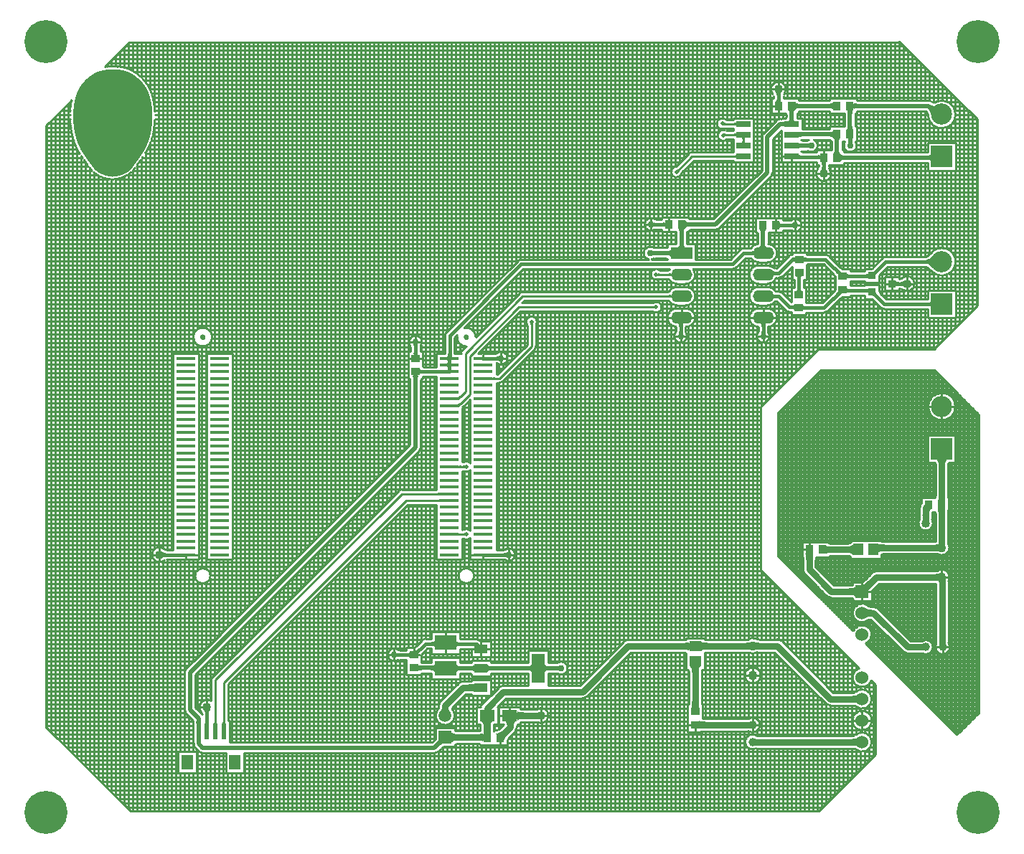
<source format=gtl>
G04*
G04 #@! TF.GenerationSoftware,Altium Limited,Altium Designer,19.0.4 (130)*
G04*
G04 Layer_Physical_Order=1*
G04 Layer_Color=255*
%FSLAX25Y25*%
%MOIN*%
G70*
G01*
G75*
%ADD14C,0.01000*%
%ADD17C,0.00055*%
%ADD21R,0.09055X0.01181*%
%ADD22O,0.09843X0.05512*%
%ADD23R,0.09843X0.05512*%
%ADD24R,0.03661X0.03858*%
%ADD25R,0.03858X0.03661*%
%ADD26R,0.06500X0.02500*%
%ADD27R,0.10236X0.07087*%
%ADD28R,0.07087X0.05315*%
%ADD29R,0.06102X0.13583*%
%ADD30R,0.06102X0.04331*%
%ADD31R,0.06102X0.04331*%
%ADD32R,0.05787X0.04567*%
%ADD33R,0.04567X0.05787*%
%ADD34R,0.05512X0.07087*%
%ADD35R,0.02362X0.07480*%
%ADD36R,0.02362X0.07480*%
%ADD37R,0.03740X0.03543*%
%ADD38R,0.03740X0.03543*%
%ADD69C,0.01500*%
%ADD70C,0.03000*%
%ADD71C,0.02000*%
%ADD72R,0.05906X0.05906*%
%ADD73C,0.05906*%
%ADD74C,0.03937*%
%ADD75C,0.04331*%
%ADD76R,0.06000X0.06000*%
%ADD77C,0.06000*%
%ADD78C,0.09843*%
%ADD79R,0.09843X0.09843*%
%ADD80C,0.03000*%
%ADD81C,0.04000*%
%ADD82C,0.02000*%
%ADD83C,0.20000*%
G36*
X361237Y354228D02*
X361127Y354090D01*
X361029Y353945D01*
X360945Y353793D01*
X360873Y353634D01*
X360815Y353468D01*
X360769Y353295D01*
X360737Y353115D01*
X360717Y352928D01*
X360711Y352733D01*
X359211D01*
X359204Y352928D01*
X359185Y353115D01*
X359152Y353295D01*
X359107Y353468D01*
X359048Y353634D01*
X358977Y353793D01*
X358892Y353945D01*
X358795Y354090D01*
X358684Y354228D01*
X358561Y354359D01*
X361361D01*
X361237Y354228D01*
D02*
G37*
G36*
X360718Y351161D02*
X360741Y350904D01*
X360778Y350677D01*
X360831Y350481D01*
X360898Y350315D01*
X360981Y350179D01*
X361078Y350073D01*
X361191Y349997D01*
X361318Y349952D01*
X361461Y349937D01*
X358461D01*
X358603Y349952D01*
X358731Y349997D01*
X358843Y350073D01*
X358941Y350179D01*
X359023Y350315D01*
X359091Y350481D01*
X359143Y350677D01*
X359181Y350904D01*
X359203Y351161D01*
X359211Y351449D01*
X360711D01*
X360718Y351161D01*
D02*
G37*
G36*
X385307Y346114D02*
X385287Y346289D01*
X385227Y346445D01*
X385127Y346582D01*
X384987Y346701D01*
X384807Y346802D01*
X384587Y346885D01*
X384327Y346949D01*
X384027Y346995D01*
X383687Y347022D01*
X383307Y347031D01*
Y349031D01*
X383687Y349041D01*
X384027Y349068D01*
X384327Y349114D01*
X384587Y349178D01*
X384807Y349261D01*
X384987Y349362D01*
X385127Y349481D01*
X385227Y349619D01*
X385287Y349774D01*
X385307Y349949D01*
Y346114D01*
D02*
G37*
G36*
X395028Y349774D02*
X395088Y349619D01*
X395188Y349481D01*
X395328Y349362D01*
X395508Y349261D01*
X395728Y349178D01*
X395988Y349114D01*
X396288Y349068D01*
X396628Y349041D01*
X397008Y349031D01*
Y347031D01*
X396628Y347022D01*
X396288Y346995D01*
X395988Y346949D01*
X395728Y346885D01*
X395508Y346802D01*
X395328Y346701D01*
X395188Y346582D01*
X395088Y346445D01*
X395028Y346289D01*
X395008Y346114D01*
X394852Y346094D01*
X394713Y346034D01*
X394590Y345934D01*
X394484Y345794D01*
X394394Y345614D01*
X394320Y345394D01*
X394263Y345134D01*
X394222Y344834D01*
X394197Y344494D01*
X394189Y344114D01*
X392189D01*
X392181Y344494D01*
X392115Y345134D01*
X392058Y345394D01*
X391984Y345614D01*
X391894Y345794D01*
X391788Y345934D01*
X391665Y346034D01*
X391526Y346094D01*
X391370Y346114D01*
X395008D01*
Y349949D01*
X395028Y349774D01*
D02*
G37*
G36*
X367862D02*
X367922Y349619D01*
X368022Y349481D01*
X368162Y349362D01*
X368342Y349261D01*
X368562Y349178D01*
X368822Y349114D01*
X369122Y349068D01*
X369462Y349041D01*
X369842Y349031D01*
Y347031D01*
X369462Y347022D01*
X369122Y346995D01*
X368822Y346949D01*
X368562Y346885D01*
X368342Y346802D01*
X368162Y346701D01*
X368022Y346582D01*
X367922Y346445D01*
X367862Y346289D01*
X367842Y346114D01*
X367687Y346094D01*
X367548Y346034D01*
X367425Y345934D01*
X367318Y345794D01*
X367228Y345614D01*
X367155Y345394D01*
X367097Y345134D01*
X367056Y344834D01*
X367032Y344494D01*
X367024Y344114D01*
X365024D01*
X365015Y344494D01*
X364950Y345134D01*
X364893Y345394D01*
X364819Y345614D01*
X364729Y345794D01*
X364622Y345934D01*
X364500Y346034D01*
X364360Y346094D01*
X364205Y346114D01*
X367842D01*
Y349949D01*
X367862Y349774D01*
D02*
G37*
G36*
X430732Y348509D02*
X430999Y348323D01*
X431275Y348181D01*
X431562Y348083D01*
X431858Y348030D01*
X432164Y348020D01*
X432481Y348055D01*
X432806Y348134D01*
X433142Y348257D01*
X433488Y348424D01*
X430943Y343484D01*
X430874Y343925D01*
X430779Y344354D01*
X430657Y344769D01*
X430508Y345172D01*
X430333Y345563D01*
X430131Y345940D01*
X429903Y346305D01*
X429649Y346658D01*
X429368Y346997D01*
X429061Y347324D01*
X430475Y348739D01*
X430732Y348509D01*
D02*
G37*
G36*
X367034Y342383D02*
X367064Y342041D01*
X367114Y341739D01*
X367184Y341478D01*
X367274Y341257D01*
X367384Y341075D01*
X367514Y340935D01*
X367664Y340834D01*
X367834Y340774D01*
X368024Y340754D01*
X364024D01*
X364214Y340774D01*
X364384Y340834D01*
X364534Y340935D01*
X364664Y341075D01*
X364774Y341257D01*
X364864Y341478D01*
X364934Y341739D01*
X364984Y342041D01*
X365014Y342383D01*
X365024Y342766D01*
X367024D01*
X367034Y342383D01*
D02*
G37*
G36*
X334689Y340331D02*
X334736Y340292D01*
X334790Y340258D01*
X334852Y340228D01*
X334922Y340203D01*
X334998Y340182D01*
X335083Y340166D01*
X335175Y340155D01*
X335275Y340148D01*
X335383Y340146D01*
X335244Y339146D01*
X335136Y339144D01*
X334855Y339120D01*
X334775Y339105D01*
X334703Y339088D01*
X334637Y339067D01*
X334579Y339042D01*
X334528Y339015D01*
X334485Y338984D01*
X334650Y340374D01*
X334689Y340331D01*
D02*
G37*
G36*
X340475Y338646D02*
X340465Y338741D01*
X340434Y338826D01*
X340384Y338901D01*
X340313Y338966D01*
X340222Y339021D01*
X340110Y339066D01*
X339979Y339101D01*
X339827Y339126D01*
X339655Y339141D01*
X339463Y339146D01*
Y340146D01*
X339655Y340151D01*
X339827Y340166D01*
X339979Y340191D01*
X340110Y340226D01*
X340222Y340271D01*
X340313Y340326D01*
X340384Y340391D01*
X340434Y340466D01*
X340465Y340551D01*
X340475Y340646D01*
Y338646D01*
D02*
G37*
G36*
X362904Y338290D02*
X362884Y338335D01*
X362824Y338375D01*
X362724Y338411D01*
X362584Y338442D01*
X362404Y338468D01*
X361924Y338506D01*
X360904Y338528D01*
Y340528D01*
X361284Y340530D01*
X362584Y340613D01*
X362724Y340644D01*
X362824Y340680D01*
X362884Y340720D01*
X362904Y340766D01*
Y338290D01*
D02*
G37*
G36*
X394197Y338577D02*
X394263Y337936D01*
X394320Y337677D01*
X394394Y337456D01*
X394484Y337277D01*
X394590Y337137D01*
X394713Y337036D01*
X394852Y336977D01*
X395008Y336957D01*
X391370D01*
X391526Y336977D01*
X391665Y337036D01*
X391788Y337137D01*
X391894Y337277D01*
X391984Y337456D01*
X392058Y337677D01*
X392115Y337936D01*
X392156Y338236D01*
X392181Y338577D01*
X392189Y338956D01*
X394189D01*
X394197Y338577D01*
D02*
G37*
G36*
X334721Y335138D02*
X334761Y335128D01*
X334810Y335118D01*
X334934Y335103D01*
X335095Y335092D01*
X335403Y335087D01*
X335838Y334087D01*
X335731Y334084D01*
X335632Y334076D01*
X335542Y334064D01*
X335460Y334046D01*
X335388Y334023D01*
X335325Y333995D01*
X335270Y333962D01*
X335224Y333923D01*
X335187Y333880D01*
X335159Y333831D01*
X334691Y335151D01*
X334721Y335138D01*
D02*
G37*
G36*
X340475Y333587D02*
X340465Y333682D01*
X340434Y333767D01*
X340384Y333842D01*
X340313Y333907D01*
X340222Y333962D01*
X340110Y334007D01*
X339979Y334042D01*
X339827Y334067D01*
X339655Y334082D01*
X339463Y334087D01*
Y335087D01*
X339655Y335092D01*
X339827Y335107D01*
X339979Y335132D01*
X340110Y335167D01*
X340222Y335212D01*
X340313Y335267D01*
X340384Y335332D01*
X340434Y335407D01*
X340465Y335492D01*
X340475Y335587D01*
Y333587D01*
D02*
G37*
G36*
X371380Y333778D02*
X371000Y333773D01*
X370100Y333699D01*
X369880Y333656D01*
X369700Y333602D01*
X369560Y333538D01*
X369460Y333465D01*
X369400Y333382D01*
X369380Y333290D01*
Y335766D01*
X369400Y335768D01*
X369460Y335770D01*
X371380Y335778D01*
Y333778D01*
D02*
G37*
G36*
X344606Y333280D02*
X344521Y333250D01*
X344446Y333200D01*
X344381Y333130D01*
X344326Y333040D01*
X344281Y332930D01*
X344246Y332800D01*
X344221Y332650D01*
X344206Y332480D01*
X344201Y332290D01*
X343201D01*
X343196Y332480D01*
X343181Y332650D01*
X343156Y332800D01*
X343121Y332930D01*
X343076Y333040D01*
X343021Y333130D01*
X342956Y333200D01*
X342881Y333250D01*
X342796Y333280D01*
X342701Y333290D01*
X344701D01*
X344606Y333280D01*
D02*
G37*
G36*
X385307Y333122D02*
X388945D01*
X388778Y333102D01*
X388629Y333042D01*
X388497Y332942D01*
X388383Y332802D01*
X388286Y332622D01*
X388207Y332402D01*
X388146Y332142D01*
X388102Y331842D01*
X388076Y331502D01*
X388067Y331122D01*
X386067D01*
X386059Y331502D01*
X385999Y332142D01*
X385945Y332402D01*
X385877Y332622D01*
X385793Y332802D01*
X385695Y332942D01*
X385581Y333042D01*
X385452Y333102D01*
X385307Y333122D01*
X385287Y333247D01*
X385227Y333358D01*
X385127Y333456D01*
X384987Y333542D01*
X384807Y333614D01*
X384587Y333673D01*
X384327Y333719D01*
X384027Y333751D01*
X383307Y333778D01*
Y335778D01*
X383689Y335788D01*
X384031Y335818D01*
X384332Y335868D01*
X384593Y335938D01*
X384815Y336028D01*
X384996Y336138D01*
X385137Y336268D01*
X385238Y336418D01*
X385299Y336588D01*
X385319Y336778D01*
X385307Y333122D01*
D02*
G37*
G36*
X344206Y331573D02*
X344221Y331401D01*
X344246Y331249D01*
X344281Y331118D01*
X344326Y331007D01*
X344381Y330915D01*
X344446Y330845D01*
X344521Y330794D01*
X344606Y330764D01*
X344701Y330754D01*
X342701D01*
X342796Y330764D01*
X342881Y330794D01*
X342956Y330845D01*
X343021Y330915D01*
X343076Y331007D01*
X343121Y331118D01*
X343156Y331249D01*
X343181Y331401D01*
X343196Y331573D01*
X343201Y331766D01*
X344201D01*
X344206Y331573D01*
D02*
G37*
G36*
X374126Y328478D02*
X374107Y328487D01*
X374072Y328496D01*
X374020Y328503D01*
X373864Y328515D01*
X373350Y328527D01*
X373179Y328528D01*
Y330528D01*
X374126Y330578D01*
Y328478D01*
D02*
G37*
G36*
X369400Y330720D02*
X369460Y330680D01*
X369560Y330644D01*
X369700Y330613D01*
X369880Y330587D01*
X370360Y330549D01*
X371380Y330528D01*
Y328528D01*
X371000Y328525D01*
X369700Y328442D01*
X369560Y328411D01*
X369460Y328375D01*
X369400Y328335D01*
X369380Y328290D01*
Y330766D01*
X369400Y330720D01*
D02*
G37*
G36*
X388074Y327553D02*
X388135Y326913D01*
X388189Y326653D01*
X388257Y326433D01*
X388340Y326253D01*
X388439Y326113D01*
X388553Y326013D01*
X388682Y325953D01*
X388827Y325933D01*
X385189D01*
X385356Y325953D01*
X385505Y326013D01*
X385637Y326113D01*
X385751Y326253D01*
X385847Y326433D01*
X385927Y326653D01*
X385988Y326913D01*
X386032Y327213D01*
X386058Y327553D01*
X386067Y327933D01*
X388067D01*
X388074Y327553D01*
D02*
G37*
G36*
X340475Y323528D02*
X340465Y323623D01*
X340434Y323708D01*
X340384Y323783D01*
X340313Y323848D01*
X340222Y323903D01*
X340110Y323948D01*
X339979Y323983D01*
X339827Y324008D01*
X339655Y324023D01*
X339463Y324028D01*
Y325028D01*
X339655Y325033D01*
X339827Y325048D01*
X339979Y325073D01*
X340110Y325108D01*
X340222Y325153D01*
X340313Y325208D01*
X340384Y325273D01*
X340434Y325348D01*
X340465Y325433D01*
X340475Y325528D01*
Y323528D01*
D02*
G37*
G36*
X369395Y325624D02*
X369440Y325498D01*
X369515Y325386D01*
X369620Y325290D01*
X369755Y325208D01*
X369920Y325141D01*
X370115Y325089D01*
X370340Y325051D01*
X370595Y325029D01*
X370880Y325022D01*
Y323522D01*
X370595Y323519D01*
X369755Y323464D01*
X369620Y323438D01*
X369515Y323408D01*
X369440Y323373D01*
X369395Y323334D01*
X369380Y323290D01*
Y325766D01*
X369395Y325624D01*
D02*
G37*
G36*
X379138Y322772D02*
X379123Y322914D01*
X379078Y323042D01*
X379002Y323154D01*
X378896Y323252D01*
X378760Y323334D01*
X378594Y323402D01*
X378397Y323454D01*
X378170Y323492D01*
X377913Y323514D01*
X377626Y323522D01*
Y325022D01*
X377913Y325029D01*
X378170Y325052D01*
X378397Y325089D01*
X378594Y325142D01*
X378760Y325209D01*
X378896Y325292D01*
X379002Y325389D01*
X379078Y325502D01*
X379123Y325629D01*
X379138Y325772D01*
Y322772D01*
D02*
G37*
G36*
X388847Y325759D02*
X388907Y325603D01*
X389007Y325465D01*
X389147Y325346D01*
X389327Y325245D01*
X389547Y325163D01*
X389807Y325098D01*
X390107Y325052D01*
X390447Y325025D01*
X390827Y325016D01*
Y323016D01*
X390447Y323007D01*
X390107Y322979D01*
X389807Y322933D01*
X389547Y322869D01*
X389327Y322786D01*
X389147Y322686D01*
X389007Y322566D01*
X388907Y322429D01*
X388847Y322273D01*
X388827Y322099D01*
Y325933D01*
X388847Y325759D01*
D02*
G37*
G36*
X430930Y322016D02*
X430909Y322206D01*
X430849Y322376D01*
X430748Y322526D01*
X430608Y322656D01*
X430427Y322766D01*
X430205Y322856D01*
X429944Y322926D01*
X429642Y322976D01*
X429300Y323006D01*
X428918Y323016D01*
Y325016D01*
X429300Y325026D01*
X429642Y325056D01*
X429944Y325106D01*
X430205Y325176D01*
X430427Y325266D01*
X430608Y325376D01*
X430748Y325506D01*
X430849Y325656D01*
X430909Y325826D01*
X430930Y326016D01*
Y322016D01*
D02*
G37*
G36*
X382302Y322095D02*
X382175Y322050D01*
X382062Y321974D01*
X381965Y321869D01*
X381882Y321733D01*
X381815Y321566D01*
X381762Y321370D01*
X381725Y321143D01*
X381702Y320886D01*
X381695Y320599D01*
X380195D01*
X380187Y320886D01*
X380165Y321143D01*
X380127Y321370D01*
X380075Y321566D01*
X380007Y321733D01*
X379925Y321869D01*
X379827Y321974D01*
X379715Y322050D01*
X379587Y322095D01*
X379445Y322111D01*
X382445D01*
X382302Y322095D01*
D02*
G37*
G36*
X381701Y319395D02*
X381721Y319208D01*
X381753Y319028D01*
X381799Y318855D01*
X381857Y318689D01*
X381929Y318530D01*
X382013Y318378D01*
X382111Y318233D01*
X382221Y318095D01*
X382345Y317964D01*
X379545D01*
X379668Y318095D01*
X379779Y318233D01*
X379876Y318378D01*
X379961Y318530D01*
X380032Y318689D01*
X380091Y318855D01*
X380136Y319028D01*
X380169Y319208D01*
X380188Y319395D01*
X380195Y319589D01*
X381695D01*
X381701Y319395D01*
D02*
G37*
G36*
X313989Y318006D02*
X313914Y317928D01*
X313788Y317780D01*
X313738Y317710D01*
X313695Y317641D01*
X313660Y317575D01*
X313632Y317511D01*
X313613Y317449D01*
X313602Y317390D01*
X313598Y317333D01*
X312608Y318323D01*
X312666Y318326D01*
X312725Y318337D01*
X312787Y318357D01*
X312850Y318384D01*
X312917Y318419D01*
X312985Y318462D01*
X313056Y318513D01*
X313129Y318572D01*
X313281Y318713D01*
X313989Y318006D01*
D02*
G37*
G36*
X301923Y293906D02*
X301998Y293855D01*
X302084Y293810D01*
X302180Y293771D01*
X302288Y293738D01*
X302406Y293711D01*
X302535Y293690D01*
X302675Y293675D01*
X302986Y293663D01*
Y292163D01*
X302825Y292160D01*
X302535Y292136D01*
X302406Y292115D01*
X302288Y292088D01*
X302180Y292055D01*
X302084Y292016D01*
X301998Y291971D01*
X301923Y291920D01*
X301859Y291863D01*
Y293963D01*
X301923Y293906D01*
D02*
G37*
G36*
X366645Y291470D02*
X366581Y291527D01*
X366506Y291578D01*
X366420Y291623D01*
X366324Y291662D01*
X366216Y291695D01*
X366098Y291722D01*
X365969Y291743D01*
X365829Y291758D01*
X365517Y291770D01*
Y293270D01*
X365679Y293273D01*
X365969Y293297D01*
X366098Y293318D01*
X366216Y293345D01*
X366324Y293378D01*
X366420Y293417D01*
X366506Y293462D01*
X366581Y293513D01*
X366645Y293570D01*
Y291470D01*
D02*
G37*
G36*
X307091Y291413D02*
X307076Y291556D01*
X307030Y291683D01*
X306955Y291796D01*
X306849Y291893D01*
X306713Y291976D01*
X306547Y292043D01*
X306350Y292096D01*
X306123Y292133D01*
X305866Y292156D01*
X305579Y292163D01*
Y293663D01*
X305866Y293671D01*
X306123Y293693D01*
X306350Y293731D01*
X306547Y293783D01*
X306713Y293851D01*
X306849Y293933D01*
X306955Y294031D01*
X307030Y294143D01*
X307076Y294271D01*
X307091Y294413D01*
Y291413D01*
D02*
G37*
G36*
X360483Y293877D02*
X360529Y293750D01*
X360604Y293637D01*
X360710Y293540D01*
X360846Y293457D01*
X361012Y293390D01*
X361209Y293337D01*
X361436Y293300D01*
X361693Y293277D01*
X361980Y293270D01*
Y291770D01*
X361693Y291762D01*
X361436Y291740D01*
X361209Y291702D01*
X361012Y291650D01*
X360846Y291582D01*
X360710Y291500D01*
X360604Y291402D01*
X360529Y291290D01*
X360483Y291162D01*
X360468Y291020D01*
Y294020D01*
X360483Y293877D01*
D02*
G37*
G36*
X316799Y294656D02*
X316859Y294500D01*
X316959Y294363D01*
X317099Y294244D01*
X317279Y294143D01*
X317499Y294060D01*
X317759Y293996D01*
X318059Y293950D01*
X318399Y293923D01*
X318779Y293913D01*
Y291913D01*
X318399Y291904D01*
X318059Y291877D01*
X317759Y291831D01*
X317499Y291767D01*
X317279Y291684D01*
X317099Y291583D01*
X316959Y291464D01*
X316859Y291326D01*
X316799Y291171D01*
X316779Y290996D01*
X316624Y290976D01*
X316485Y290916D01*
X316362Y290816D01*
X316255Y290676D01*
X316165Y290496D01*
X316092Y290276D01*
X316034Y290016D01*
X315993Y289716D01*
X315969Y289376D01*
X315961Y288996D01*
X313961D01*
X313952Y289376D01*
X313887Y290016D01*
X313830Y290276D01*
X313756Y290496D01*
X313666Y290676D01*
X313560Y290816D01*
X313437Y290916D01*
X313298Y290976D01*
X313142Y290996D01*
X316779D01*
Y294830D01*
X316799Y294656D01*
D02*
G37*
G36*
X354286Y290582D02*
X354169Y290523D01*
X354066Y290423D01*
X353976Y290283D01*
X353901Y290103D01*
X353838Y289882D01*
X353790Y289623D01*
X353756Y289323D01*
X353735Y288983D01*
X353728Y288603D01*
X351728D01*
X351719Y288983D01*
X351690Y289323D01*
X351643Y289623D01*
X351577Y289882D01*
X351491Y290103D01*
X351387Y290283D01*
X351263Y290423D01*
X351121Y290523D01*
X350960Y290582D01*
X350780Y290603D01*
X354417D01*
X354286Y290582D01*
D02*
G37*
G36*
X353738Y283942D02*
X353768Y283600D01*
X353818Y283298D01*
X353888Y283036D01*
X353978Y282815D01*
X354088Y282634D01*
X354218Y282493D01*
X354368Y282393D01*
X354538Y282332D01*
X354728Y282312D01*
X350728D01*
X350918Y282332D01*
X351088Y282393D01*
X351238Y282493D01*
X351368Y282634D01*
X351478Y282815D01*
X351568Y283036D01*
X351638Y283298D01*
X351688Y283600D01*
X351718Y283942D01*
X351728Y284324D01*
X353728D01*
X353738Y283942D01*
D02*
G37*
G36*
X315971Y283928D02*
X316001Y283587D01*
X316051Y283285D01*
X316121Y283023D01*
X316211Y282802D01*
X316321Y282621D01*
X316451Y282480D01*
X316601Y282379D01*
X316771Y282319D01*
X316961Y282299D01*
X312961D01*
X313151Y282319D01*
X313321Y282379D01*
X313471Y282480D01*
X313601Y282621D01*
X313711Y282802D01*
X313801Y283023D01*
X313871Y283285D01*
X313921Y283587D01*
X313951Y283928D01*
X313961Y284311D01*
X315961D01*
X315971Y283928D01*
D02*
G37*
G36*
X301444Y280607D02*
X301479Y280599D01*
X301531Y280591D01*
X301687Y280579D01*
X302201Y280567D01*
X302372Y280567D01*
Y278567D01*
X301426Y278517D01*
Y280617D01*
X301444Y280607D01*
D02*
G37*
G36*
X348394Y278073D02*
X348376Y278214D01*
X348320Y278341D01*
X348228Y278452D01*
X348099Y278549D01*
X347934Y278631D01*
X347731Y278698D01*
X347492Y278750D01*
X347216Y278787D01*
X346903Y278809D01*
X346553Y278817D01*
Y280317D01*
X346903Y280324D01*
X347492Y280384D01*
X347731Y280436D01*
X347934Y280503D01*
X348099Y280585D01*
X348228Y280682D01*
X348320Y280793D01*
X348376Y280920D01*
X348394Y281061D01*
Y278073D01*
D02*
G37*
G36*
X309961Y277567D02*
X309941Y277757D01*
X309880Y277927D01*
X309780Y278077D01*
X309639Y278207D01*
X309458Y278317D01*
X309237Y278407D01*
X308975Y278477D01*
X308673Y278527D01*
X308331Y278557D01*
X307949Y278567D01*
Y280567D01*
X308331Y280577D01*
X308673Y280607D01*
X308975Y280657D01*
X309237Y280727D01*
X309458Y280817D01*
X309639Y280927D01*
X309780Y281057D01*
X309880Y281207D01*
X309941Y281377D01*
X309961Y281567D01*
Y277567D01*
D02*
G37*
G36*
X367780Y275277D02*
X367766Y275396D01*
X367724Y275502D01*
X367655Y275596D01*
X367558Y275678D01*
X367433Y275747D01*
X367280Y275803D01*
X367099Y275847D01*
X366891Y275879D01*
X366655Y275897D01*
X366391Y275904D01*
Y277404D01*
X366655Y277410D01*
X366891Y277429D01*
X367099Y277460D01*
X367280Y277504D01*
X367433Y277560D01*
X367558Y277629D01*
X367655Y277711D01*
X367724Y277805D01*
X367766Y277911D01*
X367780Y278030D01*
Y275277D01*
D02*
G37*
G36*
X371617Y278011D02*
X371662Y277884D01*
X371737Y277771D01*
X371842Y277674D01*
X371977Y277591D01*
X372142Y277524D01*
X372337Y277471D01*
X372562Y277434D01*
X372817Y277411D01*
X373102Y277404D01*
Y275904D01*
X372817Y275896D01*
X372562Y275874D01*
X372337Y275836D01*
X372142Y275784D01*
X371977Y275716D01*
X371842Y275634D01*
X371737Y275536D01*
X371662Y275424D01*
X371617Y275296D01*
X371602Y275154D01*
Y278154D01*
X371617Y278011D01*
D02*
G37*
G36*
X432312Y272146D02*
X431794Y272658D01*
X430816Y273520D01*
X430356Y273870D01*
X429916Y274167D01*
X429496Y274409D01*
X429095Y274598D01*
X428714Y274733D01*
X428352Y274814D01*
X428010Y274841D01*
Y276341D01*
X428352Y276367D01*
X428714Y276448D01*
X429095Y276583D01*
X429496Y276772D01*
X429916Y277014D01*
X430356Y277311D01*
X430816Y277661D01*
X431794Y278523D01*
X432312Y279035D01*
Y272146D01*
D02*
G37*
G36*
X406273Y270953D02*
X405970Y270639D01*
X405496Y270081D01*
X405323Y269835D01*
X405194Y269612D01*
X405109Y269411D01*
X405066Y269232D01*
X405068Y269076D01*
X405112Y268942D01*
X405200Y268831D01*
X402993Y270842D01*
X403113Y270763D01*
X403253Y270725D01*
X403414Y270729D01*
X403595Y270774D01*
X403797Y270860D01*
X404020Y270988D01*
X404263Y271158D01*
X404526Y271369D01*
X405114Y271915D01*
X406273Y270953D01*
D02*
G37*
G36*
X303945Y270301D02*
X303994Y270264D01*
X304050Y270232D01*
X304113Y270204D01*
X304184Y270180D01*
X304261Y270161D01*
X304347Y270145D01*
X304440Y270135D01*
X304647Y270126D01*
X304579Y269126D01*
X304471Y269124D01*
X304277Y269110D01*
X304190Y269097D01*
X304111Y269080D01*
X304039Y269060D01*
X303974Y269037D01*
X303916Y269010D01*
X303865Y268979D01*
X303821Y268944D01*
X303904Y270342D01*
X303945Y270301D01*
D02*
G37*
G36*
X356698Y271642D02*
X356799Y271516D01*
X356935Y271405D01*
X357105Y271308D01*
X357310Y271227D01*
X357549Y271160D01*
X357822Y271109D01*
X358129Y271072D01*
X358471Y271049D01*
X358846Y271042D01*
X359278Y269542D01*
X358922Y269534D01*
X358339Y269475D01*
X358111Y269422D01*
X357926Y269355D01*
X357784Y269273D01*
X357685Y269176D01*
X357629Y269064D01*
X357615Y268937D01*
X357644Y268795D01*
X356630Y271783D01*
X356698Y271642D01*
D02*
G37*
G36*
X310122Y268630D02*
X310113Y268724D01*
X310080Y268808D01*
X310023Y268883D01*
X309944Y268947D01*
X309841Y269002D01*
X309715Y269046D01*
X309566Y269081D01*
X309394Y269106D01*
X309198Y269121D01*
X308979Y269126D01*
X308995Y270126D01*
X309214Y270131D01*
X309411Y270146D01*
X309585Y270170D01*
X309735Y270205D01*
X309863Y270250D01*
X309968Y270304D01*
X310050Y270368D01*
X310109Y270442D01*
X310145Y270526D01*
X310158Y270620D01*
X310122Y268630D01*
D02*
G37*
G36*
X388155Y271361D02*
X388708Y270892D01*
X388953Y270721D01*
X389176Y270592D01*
X389377Y270506D01*
X389557Y270463D01*
X389715Y270461D01*
X389852Y270503D01*
X389968Y270586D01*
X387859Y268477D01*
X387942Y268593D01*
X387983Y268730D01*
X387982Y268888D01*
X387939Y269068D01*
X387853Y269269D01*
X387724Y269492D01*
X387553Y269737D01*
X387340Y270002D01*
X386786Y270598D01*
X387847Y271659D01*
X388155Y271361D01*
D02*
G37*
G36*
X401496Y267437D02*
X401481Y267580D01*
X401436Y267707D01*
X401361Y267819D01*
X401256Y267917D01*
X401121Y268000D01*
X400956Y268067D01*
X400761Y268120D01*
X400536Y268157D01*
X400281Y268179D01*
X399996Y268187D01*
Y269687D01*
X400281Y269694D01*
X400536Y269717D01*
X400761Y269755D01*
X400956Y269807D01*
X401121Y269875D01*
X401256Y269957D01*
X401361Y270055D01*
X401436Y270167D01*
X401481Y270294D01*
X401496Y270437D01*
Y267437D01*
D02*
G37*
G36*
X391696Y270294D02*
X391741Y270167D01*
X391816Y270055D01*
X391921Y269957D01*
X392056Y269875D01*
X392221Y269807D01*
X392416Y269755D01*
X392641Y269717D01*
X392896Y269694D01*
X393181Y269687D01*
Y268187D01*
X392896Y268179D01*
X392641Y268157D01*
X392416Y268120D01*
X392221Y268067D01*
X392056Y268000D01*
X391921Y267917D01*
X391816Y267819D01*
X391741Y267707D01*
X391696Y267580D01*
X391681Y267437D01*
Y270437D01*
X391696Y270294D01*
D02*
G37*
G36*
X370846Y268769D02*
X370718Y268723D01*
X370606Y268648D01*
X370508Y268542D01*
X370426Y268406D01*
X370358Y268239D01*
X370306Y268043D01*
X370268Y267816D01*
X370246Y267559D01*
X370238Y267272D01*
X368738D01*
X368731Y267559D01*
X368708Y267816D01*
X368671Y268043D01*
X368618Y268239D01*
X368551Y268406D01*
X368468Y268542D01*
X368371Y268648D01*
X368258Y268723D01*
X368131Y268769D01*
X367988Y268784D01*
X370988D01*
X370846Y268769D01*
D02*
G37*
G36*
X418257Y263954D02*
X418126Y264078D01*
X417988Y264188D01*
X417843Y264286D01*
X417691Y264370D01*
X417532Y264442D01*
X417366Y264500D01*
X417193Y264546D01*
X417012Y264578D01*
X416825Y264598D01*
X416631Y264604D01*
Y266104D01*
X416825Y266111D01*
X417012Y266130D01*
X417193Y266163D01*
X417366Y266208D01*
X417532Y266267D01*
X417691Y266338D01*
X417843Y266423D01*
X417988Y266520D01*
X418126Y266631D01*
X418257Y266754D01*
Y263954D01*
D02*
G37*
G36*
X414467Y266712D02*
X414513Y266584D01*
X414588Y266472D01*
X414694Y266374D01*
X414830Y266292D01*
X414997Y266224D01*
X415193Y266172D01*
X415420Y266134D01*
X415677Y266112D01*
X415964Y266104D01*
Y264604D01*
X415677Y264597D01*
X415420Y264574D01*
X415193Y264537D01*
X414997Y264484D01*
X414830Y264417D01*
X414694Y264334D01*
X414588Y264237D01*
X414513Y264124D01*
X414467Y263997D01*
X414452Y263854D01*
Y266854D01*
X414467Y266712D01*
D02*
G37*
G36*
X370246Y263268D02*
X370268Y263011D01*
X370306Y262784D01*
X370358Y262587D01*
X370426Y262421D01*
X370508Y262285D01*
X370606Y262179D01*
X370718Y262103D01*
X370846Y262058D01*
X370988Y262043D01*
X367988D01*
X368131Y262058D01*
X368258Y262103D01*
X368371Y262179D01*
X368468Y262285D01*
X368551Y262421D01*
X368618Y262587D01*
X368671Y262784D01*
X368708Y263011D01*
X368731Y263268D01*
X368738Y263555D01*
X370238D01*
X370246Y263268D01*
D02*
G37*
G36*
X389968Y260910D02*
X389852Y260994D01*
X389715Y261035D01*
X389557Y261034D01*
X389377Y260990D01*
X389176Y260904D01*
X388953Y260775D01*
X388708Y260604D01*
X388442Y260391D01*
X387847Y259837D01*
X386786Y260898D01*
X387084Y261207D01*
X387553Y261759D01*
X387724Y262004D01*
X387853Y262227D01*
X387939Y262428D01*
X387982Y262608D01*
X387983Y262767D01*
X387942Y262903D01*
X387859Y263019D01*
X389968Y260910D01*
D02*
G37*
G36*
X391696Y263523D02*
X391741Y263395D01*
X391816Y263283D01*
X391921Y263185D01*
X392056Y263103D01*
X392221Y263035D01*
X392416Y262983D01*
X392641Y262945D01*
X392896Y262923D01*
X393181Y262915D01*
Y261415D01*
X392896Y261410D01*
X392416Y261369D01*
X392221Y261333D01*
X392056Y261286D01*
X391921Y261229D01*
X391816Y261162D01*
X391741Y261084D01*
X391696Y260996D01*
X391681Y260898D01*
Y263665D01*
X391696Y263523D01*
D02*
G37*
G36*
X401496Y260665D02*
X401481Y260808D01*
X401436Y260935D01*
X401361Y261048D01*
X401256Y261145D01*
X401121Y261228D01*
X400956Y261295D01*
X400761Y261348D01*
X400536Y261385D01*
X400281Y261408D01*
X399996Y261415D01*
Y262915D01*
X400281Y262920D01*
X400761Y262957D01*
X400956Y262989D01*
X401121Y263030D01*
X401256Y263080D01*
X401361Y263140D01*
X401436Y263209D01*
X401481Y263287D01*
X401496Y263374D01*
Y260665D01*
D02*
G37*
G36*
X405112Y261766D02*
X405068Y261632D01*
X405066Y261476D01*
X405109Y261298D01*
X405194Y261097D01*
X405323Y260874D01*
X405496Y260628D01*
X405711Y260360D01*
X406273Y259756D01*
X405114Y258794D01*
X404810Y259088D01*
X404263Y259551D01*
X404020Y259720D01*
X403797Y259848D01*
X403595Y259935D01*
X403414Y259980D01*
X403253Y259983D01*
X403113Y259946D01*
X402993Y259866D01*
X405200Y261877D01*
X405112Y261766D01*
D02*
G37*
G36*
X310140Y258570D02*
X310129Y258665D01*
X310094Y258749D01*
X310036Y258824D01*
X309956Y258888D01*
X309852Y258943D01*
X309724Y258987D01*
X309574Y259022D01*
X309401Y259047D01*
X309205Y259062D01*
X308985Y259067D01*
Y260067D01*
X309205Y260072D01*
X309401Y260087D01*
X309574Y260112D01*
X309724Y260146D01*
X309852Y260191D01*
X309956Y260246D01*
X310036Y260310D01*
X310094Y260385D01*
X310129Y260469D01*
X310140Y260563D01*
Y258570D01*
D02*
G37*
G36*
X357377Y260844D02*
X357429Y260718D01*
X357517Y260606D01*
X357644Y260510D01*
X357807Y260428D01*
X358008Y260361D01*
X358247Y260309D01*
X358523Y260271D01*
X358836Y260249D01*
X359186Y260242D01*
X359141Y258742D01*
X358789Y258734D01*
X358197Y258675D01*
X357955Y258623D01*
X357750Y258556D01*
X357581Y258474D01*
X357449Y258378D01*
X357353Y258266D01*
X357294Y258140D01*
X357271Y257999D01*
X357363Y260986D01*
X357377Y260844D01*
D02*
G37*
G36*
X430930Y254405D02*
X430914Y254548D01*
X430869Y254676D01*
X430793Y254788D01*
X430688Y254886D01*
X430551Y254968D01*
X430385Y255035D01*
X430189Y255088D01*
X429962Y255125D01*
X429705Y255148D01*
X429418Y255155D01*
Y256656D01*
X429705Y256663D01*
X429962Y256685D01*
X430189Y256723D01*
X430385Y256775D01*
X430551Y256843D01*
X430688Y256926D01*
X430793Y257023D01*
X430869Y257136D01*
X430914Y257263D01*
X430930Y257405D01*
Y254405D01*
D02*
G37*
G36*
X302435Y253709D02*
X302393Y253747D01*
X302343Y253781D01*
X302286Y253811D01*
X302221Y253837D01*
X302150Y253859D01*
X302071Y253877D01*
X301985Y253891D01*
X301891Y253901D01*
X301684Y253909D01*
Y254909D01*
X301791Y254911D01*
X301985Y254927D01*
X302071Y254941D01*
X302150Y254959D01*
X302221Y254981D01*
X302286Y255007D01*
X302343Y255037D01*
X302393Y255071D01*
X302435Y255109D01*
Y253709D01*
D02*
G37*
G36*
X367386Y252909D02*
X367371Y253051D01*
X367326Y253179D01*
X367250Y253291D01*
X367144Y253389D01*
X367008Y253471D01*
X366842Y253539D01*
X366645Y253591D01*
X366419Y253629D01*
X366161Y253651D01*
X365874Y253659D01*
Y255159D01*
X366161Y255166D01*
X366419Y255189D01*
X366645Y255226D01*
X366842Y255279D01*
X367008Y255346D01*
X367144Y255429D01*
X367250Y255526D01*
X367326Y255639D01*
X367371Y255766D01*
X367386Y255909D01*
Y252909D01*
D02*
G37*
G36*
X371223Y255531D02*
X371269Y255403D01*
X371343Y255291D01*
X371448Y255193D01*
X371584Y255111D01*
X371748Y255043D01*
X371943Y254991D01*
X372168Y254953D01*
X372424Y254931D01*
X372709Y254923D01*
Y253423D01*
X372424Y253416D01*
X372168Y253393D01*
X371943Y253356D01*
X371748Y253303D01*
X371584Y253236D01*
X371448Y253153D01*
X371343Y253056D01*
X371269Y252943D01*
X371223Y252816D01*
X371209Y252673D01*
Y255673D01*
X371223Y255531D01*
D02*
G37*
G36*
X245938Y246881D02*
X245904Y246831D01*
X245874Y246774D01*
X245848Y246709D01*
X245826Y246638D01*
X245808Y246559D01*
X245794Y246473D01*
X245784Y246380D01*
X245776Y246172D01*
X244776D01*
X244774Y246279D01*
X244758Y246473D01*
X244744Y246559D01*
X244726Y246638D01*
X244704Y246709D01*
X244678Y246774D01*
X244648Y246831D01*
X244614Y246881D01*
X244576Y246924D01*
X245976D01*
X245938Y246881D01*
D02*
G37*
G36*
X354216Y246807D02*
X354088Y246761D01*
X353976Y246686D01*
X353878Y246580D01*
X353796Y246444D01*
X353728Y246277D01*
X353676Y246081D01*
X353638Y245854D01*
X353616Y245597D01*
X353608Y245310D01*
X352108D01*
X352101Y245597D01*
X352078Y245854D01*
X352041Y246081D01*
X351988Y246277D01*
X351921Y246444D01*
X351838Y246580D01*
X351741Y246686D01*
X351628Y246761D01*
X351501Y246807D01*
X351358Y246822D01*
X354358D01*
X354216Y246807D01*
D02*
G37*
G36*
X315924D02*
X315797Y246761D01*
X315684Y246686D01*
X315587Y246580D01*
X315504Y246444D01*
X315437Y246277D01*
X315384Y246081D01*
X315347Y245854D01*
X315324Y245597D01*
X315317Y245310D01*
X313817D01*
X313809Y245597D01*
X313787Y245854D01*
X313749Y246081D01*
X313697Y246277D01*
X313629Y246444D01*
X313547Y246580D01*
X313449Y246686D01*
X313337Y246761D01*
X313209Y246807D01*
X313067Y246822D01*
X316067D01*
X315924Y246807D01*
D02*
G37*
G36*
X353611Y242983D02*
X353635Y242692D01*
X353656Y242563D01*
X353683Y242445D01*
X353716Y242338D01*
X353755Y242241D01*
X353800Y242155D01*
X353851Y242080D01*
X353908Y242016D01*
X351808D01*
X351865Y242080D01*
X351916Y242155D01*
X351961Y242241D01*
X352000Y242338D01*
X352033Y242445D01*
X352060Y242563D01*
X352081Y242692D01*
X352096Y242832D01*
X352108Y243144D01*
X353608D01*
X353611Y242983D01*
D02*
G37*
G36*
X315320D02*
X315344Y242692D01*
X315365Y242563D01*
X315392Y242445D01*
X315425Y242338D01*
X315464Y242241D01*
X315509Y242155D01*
X315560Y242080D01*
X315617Y242016D01*
X313517D01*
X313574Y242080D01*
X313625Y242155D01*
X313670Y242241D01*
X313709Y242338D01*
X313742Y242445D01*
X313769Y242563D01*
X313790Y242692D01*
X313805Y242832D01*
X313817Y243144D01*
X315317D01*
X315320Y242983D01*
D02*
G37*
G36*
X192332Y237054D02*
X192281Y236979D01*
X192236Y236893D01*
X192197Y236796D01*
X192164Y236689D01*
X192137Y236571D01*
X192116Y236442D01*
X192101Y236302D01*
X192089Y235990D01*
X190589D01*
X190586Y236151D01*
X190562Y236442D01*
X190541Y236571D01*
X190514Y236689D01*
X190481Y236796D01*
X190442Y236893D01*
X190397Y236979D01*
X190346Y237054D01*
X190289Y237118D01*
X192389D01*
X192332Y237054D01*
D02*
G37*
G36*
X192096Y233626D02*
X192119Y233369D01*
X192156Y233142D01*
X192209Y232945D01*
X192276Y232779D01*
X192359Y232643D01*
X192456Y232537D01*
X192569Y232462D01*
X192696Y232416D01*
X192839Y232401D01*
X189839D01*
X189981Y232416D01*
X190109Y232462D01*
X190221Y232537D01*
X190319Y232643D01*
X190401Y232779D01*
X190469Y232945D01*
X190521Y233142D01*
X190559Y233369D01*
X190581Y233626D01*
X190589Y233913D01*
X192089D01*
X192096Y233626D01*
D02*
G37*
G36*
X208002Y232504D02*
X208025Y232247D01*
X208062Y232020D01*
X208115Y231823D01*
X208182Y231657D01*
X208264Y231521D01*
X208362Y231415D01*
X208474Y231340D01*
X208602Y231294D01*
X208745Y231279D01*
X205745D01*
X205887Y231294D01*
X206014Y231340D01*
X206127Y231415D01*
X206224Y231521D01*
X206307Y231657D01*
X206375Y231823D01*
X206427Y232020D01*
X206465Y232247D01*
X206487Y232504D01*
X206494Y232791D01*
X207995D01*
X208002Y232504D01*
D02*
G37*
G36*
X230031Y229663D02*
X229967Y229720D01*
X229892Y229771D01*
X229806Y229816D01*
X229710Y229855D01*
X229602Y229888D01*
X229484Y229915D01*
X229355Y229936D01*
X229215Y229951D01*
X228903Y229963D01*
Y231463D01*
X229065Y231466D01*
X229355Y231490D01*
X229484Y231511D01*
X229602Y231538D01*
X229710Y231571D01*
X229806Y231610D01*
X229892Y231655D01*
X229967Y231706D01*
X230031Y231763D01*
Y229663D01*
D02*
G37*
G36*
X208442Y230119D02*
X208315Y230074D01*
X208203Y229999D01*
X208105Y229894D01*
X208022Y229759D01*
X207955Y229594D01*
X207903Y229399D01*
X207865Y229174D01*
X207862Y229136D01*
X207865Y229097D01*
X207903Y228870D01*
X207955Y228674D01*
X208022Y228507D01*
X208105Y228372D01*
X208203Y228266D01*
X208315Y228190D01*
X208442Y228145D01*
X208585Y228130D01*
X205585D01*
X205728Y228145D01*
X205855Y228190D01*
X205967Y228266D01*
X206065Y228372D01*
X206148Y228507D01*
X206215Y228674D01*
X206267Y228870D01*
X206305Y229097D01*
X206308Y229136D01*
X206305Y229174D01*
X206267Y229399D01*
X206215Y229594D01*
X206148Y229759D01*
X206065Y229894D01*
X205967Y229999D01*
X205855Y230074D01*
X205728Y230119D01*
X205585Y230134D01*
X208585D01*
X208442Y230119D01*
D02*
G37*
G36*
Y226969D02*
X208315Y226924D01*
X208203Y226849D01*
X208105Y226744D01*
X208022Y226609D01*
X207955Y226444D01*
X207903Y226249D01*
X207865Y226024D01*
X207862Y225986D01*
X207865Y225948D01*
X207903Y225721D01*
X207955Y225524D01*
X208022Y225358D01*
X208105Y225222D01*
X208203Y225116D01*
X208315Y225040D01*
X208442Y224995D01*
X208585Y224980D01*
X205585D01*
X205728Y224995D01*
X205855Y225040D01*
X205967Y225116D01*
X206065Y225222D01*
X206148Y225358D01*
X206215Y225524D01*
X206267Y225721D01*
X206305Y225948D01*
X206308Y225986D01*
X206305Y226024D01*
X206267Y226249D01*
X206215Y226444D01*
X206148Y226609D01*
X206065Y226744D01*
X205967Y226849D01*
X205855Y226924D01*
X205728Y226969D01*
X205585Y226984D01*
X208585D01*
X208442Y226969D01*
D02*
G37*
G36*
X193259Y225830D02*
X193304Y225702D01*
X193380Y225590D01*
X193486Y225492D01*
X193622Y225410D01*
X193788Y225342D01*
X193985Y225290D01*
X194211Y225252D01*
X194468Y225230D01*
X194756Y225222D01*
Y223722D01*
X194468Y223715D01*
X194211Y223692D01*
X193985Y223655D01*
X193788Y223602D01*
X193622Y223535D01*
X193486Y223452D01*
X193380Y223355D01*
X193304Y223242D01*
X193259Y223115D01*
X193244Y222972D01*
Y225972D01*
X193259Y225830D01*
D02*
G37*
G36*
X193081Y222693D02*
X192926Y222633D01*
X192788Y222533D01*
X192669Y222393D01*
X192568Y222213D01*
X192485Y221993D01*
X192421Y221733D01*
X192375Y221433D01*
X192348Y221093D01*
X192339Y220713D01*
X190339D01*
X190329Y221093D01*
X190302Y221433D01*
X190256Y221733D01*
X190192Y221993D01*
X190109Y222213D01*
X190008Y222393D01*
X189889Y222533D01*
X189752Y222633D01*
X189596Y222693D01*
X189421Y222713D01*
X193256D01*
X193081Y222693D01*
D02*
G37*
G36*
X227359Y221827D02*
X227389Y221814D01*
X227439Y221802D01*
X227509Y221792D01*
X227709Y221776D01*
X228349Y221764D01*
Y220764D01*
X228159Y220763D01*
X227389Y220713D01*
X227359Y220700D01*
X227349Y220685D01*
Y221842D01*
X227359Y221827D01*
D02*
G37*
G36*
X212308Y212393D02*
X212149Y212233D01*
X211708Y211733D01*
X211646Y211644D01*
X211602Y211570D01*
X211579Y211510D01*
X211574Y211464D01*
X211589Y211433D01*
X210640Y212382D01*
X210671Y212367D01*
X210717Y212372D01*
X210777Y212395D01*
X210851Y212439D01*
X210940Y212501D01*
X211044Y212582D01*
X211293Y212803D01*
X211601Y213101D01*
X212308Y212393D01*
D02*
G37*
G36*
Y209244D02*
X212149Y209083D01*
X211708Y208584D01*
X211646Y208495D01*
X211602Y208420D01*
X211579Y208360D01*
X211574Y208314D01*
X211589Y208283D01*
X210640Y209232D01*
X210671Y209217D01*
X210717Y209222D01*
X210777Y209246D01*
X210851Y209289D01*
X210940Y209351D01*
X211044Y209433D01*
X211293Y209653D01*
X211601Y209951D01*
X212308Y209244D01*
D02*
G37*
G36*
X438542Y183643D02*
X438287Y183553D01*
X438062Y183403D01*
X437867Y183193D01*
X437702Y182923D01*
X437567Y182593D01*
X437462Y182203D01*
X437387Y181753D01*
X437342Y181243D01*
X437327Y180673D01*
X434327D01*
X434312Y181243D01*
X434267Y181753D01*
X434192Y182203D01*
X434087Y182593D01*
X433952Y182923D01*
X433787Y183193D01*
X433592Y183403D01*
X433367Y183553D01*
X433112Y183643D01*
X432827Y183673D01*
X438827D01*
X438542Y183643D01*
D02*
G37*
G36*
X211611Y180883D02*
X211641Y180869D01*
X211691Y180857D01*
X211761Y180847D01*
X211961Y180832D01*
X212601Y180819D01*
Y179819D01*
X212411Y179818D01*
X211641Y179769D01*
X211611Y179755D01*
X211601Y179740D01*
Y180897D01*
X211611Y180883D01*
D02*
G37*
G36*
X214247Y179619D02*
X214204Y179657D01*
X214154Y179691D01*
X214096Y179721D01*
X214032Y179747D01*
X213961Y179769D01*
X213882Y179787D01*
X213796Y179801D01*
X213703Y179811D01*
X213495Y179819D01*
Y180819D01*
X213602Y180821D01*
X213796Y180837D01*
X213882Y180851D01*
X213961Y180869D01*
X214032Y180891D01*
X214096Y180917D01*
X214154Y180947D01*
X214204Y180981D01*
X214247Y181019D01*
Y179619D01*
D02*
G37*
G36*
X202570Y167142D02*
X202559Y167157D01*
X202530Y167170D01*
X202480Y167182D01*
X202410Y167192D01*
X202209Y167208D01*
X201570Y167220D01*
Y168220D01*
X201760Y168221D01*
X202530Y168271D01*
X202559Y168284D01*
X202570Y168299D01*
Y167142D01*
D02*
G37*
G36*
X437330Y166946D02*
X437483Y164786D01*
X437531Y164636D01*
X437585Y164546D01*
X437645Y164516D01*
X434008D01*
X434069Y164546D01*
X434123Y164636D01*
X434171Y164786D01*
X434212Y164996D01*
X434247Y165266D01*
X434298Y165986D01*
X434327Y167516D01*
X437327D01*
X437330Y166946D01*
D02*
G37*
G36*
X202570Y163992D02*
X201570Y163980D01*
Y164980D01*
X201760Y164982D01*
X202320Y165023D01*
X202410Y165041D01*
X202480Y165063D01*
X202530Y165088D01*
X202559Y165117D01*
X202570Y165149D01*
Y163992D01*
D02*
G37*
G36*
X437585Y160651D02*
X437531Y160561D01*
X437483Y160411D01*
X437441Y160201D01*
X437406Y159931D01*
X437356Y159211D01*
X437327Y157681D01*
X434327D01*
X434324Y158251D01*
X434171Y160411D01*
X434123Y160561D01*
X434069Y160651D01*
X434008Y160681D01*
X437645D01*
X437585Y160651D01*
D02*
G37*
G36*
X431062Y160662D02*
X430806Y160571D01*
X430582Y160420D01*
X430386Y160209D01*
X430222Y159938D01*
X430087Y159606D01*
X429982Y159215D01*
X429907Y158764D01*
X429861Y158253D01*
X429846Y157681D01*
X426847D01*
X427945Y160681D01*
X431347Y160693D01*
X431062Y160662D01*
D02*
G37*
G36*
X211611Y149387D02*
X211641Y149373D01*
X211691Y149361D01*
X211761Y149351D01*
X211961Y149335D01*
X212601Y149323D01*
Y148323D01*
X212411Y148322D01*
X211641Y148273D01*
X211611Y148259D01*
X211601Y148244D01*
Y149401D01*
X211611Y149387D01*
D02*
G37*
G36*
X214245Y148123D02*
X214202Y148161D01*
X214152Y148195D01*
X214095Y148225D01*
X214031Y148251D01*
X213959Y148273D01*
X213880Y148291D01*
X213794Y148305D01*
X213701Y148315D01*
X213493Y148323D01*
Y149323D01*
X213601Y149325D01*
X213794Y149341D01*
X213880Y149355D01*
X213959Y149373D01*
X214031Y149395D01*
X214095Y149421D01*
X214152Y149451D01*
X214202Y149485D01*
X214245Y149523D01*
Y148123D01*
D02*
G37*
G36*
X437343Y144263D02*
X434311D01*
X434314Y144279D01*
X434317Y144320D01*
X434327Y145330D01*
X434327Y145577D01*
X437327D01*
X437343Y144263D01*
D02*
G37*
G36*
X434280Y141201D02*
X434265Y141204D01*
X434223Y141207D01*
X433213Y141216D01*
X432966Y141217D01*
Y144217D01*
X434280Y144232D01*
Y141201D01*
D02*
G37*
G36*
X382164Y143570D02*
X382254Y143499D01*
X382404Y143437D01*
X382614Y143382D01*
X382884Y143337D01*
X383214Y143299D01*
X384054Y143249D01*
X385134Y143232D01*
Y140232D01*
X384564Y140228D01*
X382614Y140082D01*
X382404Y140028D01*
X382254Y139965D01*
X382164Y139894D01*
X382134Y139815D01*
Y143649D01*
X382164Y143570D01*
D02*
G37*
G36*
X406239Y144538D02*
X406328Y144471D01*
X406479Y144411D01*
X406688Y144360D01*
X406958Y144316D01*
X407289Y144280D01*
X408638Y144220D01*
X409208Y144217D01*
Y141217D01*
X408637Y141201D01*
X408125Y141156D01*
X407674Y141082D01*
X407282Y140977D01*
X406951Y140841D01*
X406680Y140676D01*
X406469Y140481D01*
X406318Y140257D01*
X406227Y140001D01*
X406196Y139716D01*
X406209Y144614D01*
X406239Y144538D01*
D02*
G37*
G36*
X394658Y138851D02*
X394628Y139113D01*
X394538Y139348D01*
X394388Y139555D01*
X394178Y139735D01*
X393908Y139887D01*
X393578Y140011D01*
X393188Y140108D01*
X392738Y140177D01*
X392228Y140218D01*
X391658Y140232D01*
Y143232D01*
X392228Y143246D01*
X392738Y143288D01*
X393188Y143357D01*
X393578Y143453D01*
X393908Y143578D01*
X394178Y143730D01*
X394388Y143909D01*
X394538Y144117D01*
X394628Y144351D01*
X394658Y144614D01*
Y138851D01*
D02*
G37*
G36*
X233575Y138324D02*
X233510Y138381D01*
X233435Y138432D01*
X233349Y138477D01*
X233253Y138516D01*
X233145Y138549D01*
X233027Y138576D01*
X232898Y138597D01*
X232759Y138612D01*
X232447Y138624D01*
Y140124D01*
X232608Y140127D01*
X232898Y140151D01*
X233027Y140172D01*
X233145Y140199D01*
X233253Y140232D01*
X233349Y140271D01*
X233435Y140316D01*
X233510Y140367D01*
X233575Y140424D01*
Y138324D01*
D02*
G37*
G36*
X74000Y140647D02*
X74138Y140536D01*
X74283Y140439D01*
X74435Y140354D01*
X74594Y140283D01*
X74760Y140224D01*
X74933Y140179D01*
X75114Y140146D01*
X75301Y140127D01*
X75495Y140120D01*
Y138620D01*
X75301Y138614D01*
X75114Y138594D01*
X74933Y138562D01*
X74760Y138516D01*
X74594Y138458D01*
X74435Y138386D01*
X74283Y138302D01*
X74138Y138204D01*
X74000Y138094D01*
X73869Y137970D01*
Y140770D01*
X74000Y140647D01*
D02*
G37*
G36*
X376010Y139785D02*
X375956Y139695D01*
X375908Y139545D01*
X375867Y139335D01*
X375832Y139065D01*
X375781Y138345D01*
X375752Y136815D01*
X372752D01*
X372749Y137385D01*
X372596Y139545D01*
X372548Y139695D01*
X372494Y139785D01*
X372433Y139815D01*
X376071D01*
X376010Y139785D01*
D02*
G37*
G36*
X434280Y127421D02*
X434265Y127424D01*
X434223Y127427D01*
X433213Y127437D01*
X432966Y127437D01*
Y130437D01*
X434280Y130453D01*
Y127421D01*
D02*
G37*
G36*
X437541Y126315D02*
X434541Y125895D01*
X434472Y127248D01*
X437488Y127548D01*
X437541Y126315D01*
D02*
G37*
G36*
X403928Y125271D02*
X403333Y124655D01*
X402397Y123551D01*
X402057Y123062D01*
X401801Y122617D01*
X401630Y122214D01*
X401544Y121854D01*
X401543Y121536D01*
X401626Y121261D01*
X401795Y121029D01*
X397564Y125259D01*
X397797Y125091D01*
X398072Y125007D01*
X398389Y125008D01*
X398749Y125095D01*
X399152Y125266D01*
X399598Y125521D01*
X400086Y125862D01*
X400617Y126287D01*
X401807Y127393D01*
X403928Y125271D01*
D02*
G37*
G36*
X395831Y119296D02*
X395801Y119578D01*
X395711Y119831D01*
X395561Y120054D01*
X395351Y120248D01*
X395081Y120412D01*
X394751Y120545D01*
X394361Y120650D01*
X393911Y120724D01*
X393401Y120769D01*
X392831Y120783D01*
Y123784D01*
X393401Y123798D01*
X393911Y123843D01*
X394361Y123917D01*
X394751Y124022D01*
X395081Y124155D01*
X395351Y124319D01*
X395561Y124513D01*
X395711Y124736D01*
X395801Y124989D01*
X395831Y125271D01*
Y119296D01*
D02*
G37*
G36*
X401090Y114269D02*
X401240Y114167D01*
X401411Y114077D01*
X401605Y113999D01*
X401819Y113934D01*
X402056Y113880D01*
X402314Y113838D01*
X402593Y113807D01*
X403217Y113784D01*
Y110784D01*
X402894Y110777D01*
X402314Y110730D01*
X402056Y110687D01*
X401819Y110634D01*
X401605Y110567D01*
X401411Y110489D01*
X401240Y110399D01*
X401090Y110298D01*
X400961Y110184D01*
Y114383D01*
X401090Y114269D01*
D02*
G37*
G36*
X200221Y96531D02*
X200206Y96674D01*
X200160Y96802D01*
X200085Y96914D01*
X199979Y97012D01*
X199843Y97094D01*
X199677Y97162D01*
X199480Y97214D01*
X199253Y97251D01*
X198996Y97274D01*
X198709Y97281D01*
Y98782D01*
X198996Y98789D01*
X199253Y98812D01*
X199480Y98849D01*
X199677Y98901D01*
X199843Y98969D01*
X199979Y99051D01*
X200085Y99149D01*
X200160Y99261D01*
X200206Y99389D01*
X200221Y99532D01*
Y96531D01*
D02*
G37*
G36*
X210436Y99248D02*
X210481Y99121D01*
X210556Y99009D01*
X210661Y98911D01*
X210796Y98829D01*
X210961Y98761D01*
X211156Y98708D01*
X211381Y98671D01*
X211636Y98649D01*
X211921Y98641D01*
Y97141D01*
X211636Y97133D01*
X211381Y97111D01*
X211156Y97074D01*
X210961Y97021D01*
X210796Y96953D01*
X210661Y96871D01*
X210556Y96773D01*
X210481Y96661D01*
X210436Y96534D01*
X210421Y96391D01*
Y99391D01*
X210436Y99248D01*
D02*
G37*
G36*
X349594Y98560D02*
X349635Y98557D01*
X350645Y98547D01*
X350892Y98547D01*
Y95547D01*
X349578Y95531D01*
Y98563D01*
X349594Y98560D01*
D02*
G37*
G36*
X346570Y95449D02*
X345293Y95429D01*
X345065Y98429D01*
X346405Y98476D01*
X346570Y95449D01*
D02*
G37*
G36*
X324171Y98958D02*
X324261Y98847D01*
X324412Y98749D01*
X324622Y98664D01*
X324891Y98593D01*
X325221Y98534D01*
X325611Y98488D01*
X326571Y98436D01*
X327141Y98429D01*
Y95429D01*
X326571Y95420D01*
X325611Y95349D01*
X325221Y95287D01*
X324891Y95207D01*
X324622Y95109D01*
X324412Y94993D01*
X324261Y94860D01*
X324171Y94709D01*
X324142Y94540D01*
Y99082D01*
X324171Y98958D01*
D02*
G37*
G36*
X318378Y94540D02*
X318348Y94694D01*
X318258Y94832D01*
X318108Y94953D01*
X317898Y95059D01*
X317628Y95148D01*
X317298Y95221D01*
X316908Y95277D01*
X316458Y95318D01*
X315378Y95350D01*
Y98350D01*
X315948Y98358D01*
X317298Y98467D01*
X317628Y98533D01*
X317898Y98614D01*
X318108Y98709D01*
X318258Y98819D01*
X318348Y98943D01*
X318378Y99082D01*
Y94540D01*
D02*
G37*
G36*
X193529Y94614D02*
X193232Y94306D01*
X192765Y93755D01*
X192596Y93511D01*
X192468Y93288D01*
X192384Y93087D01*
X192341Y92906D01*
Y92747D01*
X192384Y92609D01*
X192468Y92493D01*
X190347Y94614D01*
X190464Y94529D01*
X190602Y94487D01*
X190761D01*
X190941Y94529D01*
X191142Y94614D01*
X191365Y94741D01*
X191609Y94911D01*
X191874Y95123D01*
X192468Y95675D01*
X193529Y94614D01*
D02*
G37*
G36*
X182632Y93788D02*
X182706Y93737D01*
X182792Y93692D01*
X182889Y93653D01*
X182996Y93620D01*
X183114Y93593D01*
X183243Y93572D01*
X183383Y93557D01*
X183695Y93545D01*
Y92045D01*
X183534Y92042D01*
X183243Y92018D01*
X183114Y91997D01*
X182996Y91970D01*
X182889Y91937D01*
X182792Y91898D01*
X182706Y91853D01*
X182632Y91802D01*
X182567Y91745D01*
Y93845D01*
X182632Y93788D01*
D02*
G37*
G36*
X188646Y91295D02*
X188631Y91438D01*
X188586Y91565D01*
X188510Y91678D01*
X188404Y91775D01*
X188268Y91858D01*
X188102Y91925D01*
X187905Y91978D01*
X187678Y92015D01*
X187421Y92038D01*
X187134Y92045D01*
Y93545D01*
X187421Y93553D01*
X187678Y93575D01*
X187905Y93613D01*
X188102Y93665D01*
X188268Y93733D01*
X188404Y93815D01*
X188510Y93913D01*
X188586Y94025D01*
X188631Y94153D01*
X188646Y94295D01*
Y91295D01*
D02*
G37*
G36*
X257984Y85564D02*
X257966Y85574D01*
X257930Y85582D01*
X257878Y85590D01*
X257723Y85602D01*
X257208Y85614D01*
X257037Y85614D01*
Y87614D01*
X257984Y87664D01*
Y85564D01*
D02*
G37*
G36*
X192488Y88395D02*
X192548Y88256D01*
X192648Y88134D01*
X192788Y88027D01*
X192968Y87937D01*
X193188Y87863D01*
X193448Y87806D01*
X193748Y87765D01*
X194088Y87740D01*
X194468Y87732D01*
Y85732D01*
X194088Y85724D01*
X193448Y85659D01*
X193188Y85601D01*
X192968Y85528D01*
X192788Y85438D01*
X192648Y85331D01*
X192548Y85208D01*
X192488Y85069D01*
X192468Y84914D01*
Y88551D01*
X192488Y88395D01*
D02*
G37*
G36*
X200221Y84732D02*
X200201Y84922D01*
X200140Y85092D01*
X200040Y85242D01*
X199899Y85372D01*
X199718Y85482D01*
X199496Y85572D01*
X199235Y85642D01*
X198933Y85692D01*
X198591Y85722D01*
X198209Y85732D01*
Y87732D01*
X198591Y87742D01*
X198933Y87772D01*
X199235Y87822D01*
X199496Y87892D01*
X199718Y87982D01*
X199899Y88092D01*
X200040Y88222D01*
X200140Y88372D01*
X200201Y88542D01*
X200221Y88732D01*
Y84732D01*
D02*
G37*
G36*
X251374Y88424D02*
X251434Y88254D01*
X251535Y88104D01*
X251676Y87974D01*
X251857Y87864D01*
X252078Y87774D01*
X252340Y87704D01*
X252642Y87654D01*
X252984Y87624D01*
X253366Y87614D01*
Y85614D01*
X252984Y85604D01*
X252642Y85574D01*
X252340Y85524D01*
X252078Y85454D01*
X251857Y85364D01*
X251676Y85254D01*
X251535Y85124D01*
X251434Y84974D01*
X251374Y84804D01*
X251354Y84614D01*
Y88614D01*
X251374Y88424D01*
D02*
G37*
G36*
X245288Y84614D02*
X245268Y84804D01*
X245208Y84974D01*
X245108Y85124D01*
X244968Y85254D01*
X244788Y85364D01*
X244568Y85454D01*
X244308Y85524D01*
X244008Y85574D01*
X243668Y85604D01*
X243288Y85614D01*
Y87614D01*
X243668Y87624D01*
X244008Y87654D01*
X244308Y87704D01*
X244568Y87774D01*
X244788Y87864D01*
X244968Y87974D01*
X245108Y88104D01*
X245208Y88254D01*
X245268Y88424D01*
X245288Y88614D01*
Y84614D01*
D02*
G37*
G36*
X224799Y88424D02*
X224860Y88254D01*
X224960Y88104D01*
X225101Y87974D01*
X225282Y87864D01*
X225503Y87774D01*
X225765Y87704D01*
X226067Y87654D01*
X226409Y87624D01*
X226791Y87614D01*
Y85614D01*
X226409Y85604D01*
X226067Y85574D01*
X225765Y85524D01*
X225503Y85454D01*
X225282Y85364D01*
X225101Y85254D01*
X224960Y85124D01*
X224860Y84974D01*
X224799Y84804D01*
X224779Y84614D01*
Y88614D01*
X224799Y88424D01*
D02*
G37*
G36*
X218713Y84614D02*
X218693Y84804D01*
X218633Y84974D01*
X218533Y85124D01*
X218393Y85254D01*
X218213Y85364D01*
X217993Y85454D01*
X217733Y85524D01*
X217433Y85574D01*
X217093Y85604D01*
X216713Y85614D01*
Y87614D01*
X217093Y87624D01*
X217433Y87654D01*
X217733Y87704D01*
X217993Y87774D01*
X218213Y87864D01*
X218393Y87974D01*
X218533Y88104D01*
X218633Y88254D01*
X218693Y88424D01*
X218713Y88614D01*
Y84614D01*
D02*
G37*
G36*
X210441Y88424D02*
X210501Y88254D01*
X210601Y88104D01*
X210741Y87974D01*
X210921Y87864D01*
X211141Y87774D01*
X211401Y87704D01*
X211701Y87654D01*
X212041Y87624D01*
X212421Y87614D01*
Y85614D01*
X212041Y85604D01*
X211701Y85574D01*
X211401Y85524D01*
X211141Y85454D01*
X210921Y85364D01*
X210741Y85254D01*
X210601Y85124D01*
X210501Y84974D01*
X210441Y84804D01*
X210421Y84614D01*
Y88614D01*
X210441Y88424D01*
D02*
G37*
G36*
X323879Y87502D02*
X323644Y87412D01*
X323437Y87262D01*
X323257Y87052D01*
X323105Y86782D01*
X322981Y86452D01*
X322884Y86062D01*
X322815Y85612D01*
X322774Y85102D01*
X322760Y84532D01*
X319760D01*
X319746Y85102D01*
X319705Y85612D01*
X319636Y86062D01*
X319539Y86452D01*
X319414Y86782D01*
X319262Y87052D01*
X319083Y87262D01*
X318876Y87412D01*
X318641Y87502D01*
X318378Y87532D01*
X324142D01*
X323879Y87502D01*
D02*
G37*
G36*
X218713Y75406D02*
X218683Y75530D01*
X218593Y75641D01*
X218443Y75739D01*
X218233Y75824D01*
X217963Y75896D01*
X217633Y75955D01*
X217243Y76000D01*
X216283Y76053D01*
X215713Y76059D01*
Y79059D01*
X216283Y79066D01*
X217633Y79164D01*
X217963Y79223D01*
X218233Y79294D01*
X218443Y79379D01*
X218593Y79477D01*
X218683Y79588D01*
X218713Y79712D01*
Y75406D01*
D02*
G37*
G36*
X396676Y70183D02*
X396548Y70297D01*
X396398Y70399D01*
X396227Y70490D01*
X396033Y70568D01*
X395818Y70634D01*
X395582Y70688D01*
X395324Y70730D01*
X395045Y70759D01*
X394421Y70784D01*
Y73783D01*
X394743Y73790D01*
X395324Y73838D01*
X395582Y73879D01*
X395818Y73934D01*
X396033Y74000D01*
X396227Y74077D01*
X396398Y74168D01*
X396548Y74269D01*
X396676Y74383D01*
Y70183D01*
D02*
G37*
G36*
X322764Y70666D02*
X322910Y68716D01*
X322964Y68506D01*
X323027Y68356D01*
X323098Y68266D01*
X323177Y68236D01*
X319343D01*
X319422Y68266D01*
X319493Y68356D01*
X319555Y68506D01*
X319610Y68716D01*
X319656Y68986D01*
X319693Y69316D01*
X319743Y70156D01*
X319760Y71236D01*
X322760D01*
X322764Y70666D01*
D02*
G37*
G36*
X206624Y68563D02*
X206669Y67990D01*
X206709Y67737D01*
X206760Y67505D01*
X206822Y67295D01*
X206896Y67108D01*
X206981Y66942D01*
X207077Y66798D01*
X207185Y66676D01*
X203051D01*
X203159Y66798D01*
X203255Y66942D01*
X203340Y67108D01*
X203414Y67295D01*
X203476Y67505D01*
X203527Y67737D01*
X203567Y67990D01*
X203595Y68265D01*
X203618Y68882D01*
X206618D01*
X206624Y68563D01*
D02*
G37*
G36*
X95765Y66945D02*
X95654Y66807D01*
X95557Y66662D01*
X95472Y66510D01*
X95401Y66351D01*
X95342Y66185D01*
X95297Y66011D01*
X95264Y65831D01*
X95245Y65644D01*
X95238Y65450D01*
X93738D01*
X93732Y65644D01*
X93712Y65831D01*
X93680Y66011D01*
X93634Y66185D01*
X93576Y66351D01*
X93504Y66510D01*
X93420Y66662D01*
X93322Y66807D01*
X93212Y66945D01*
X93088Y67076D01*
X95888D01*
X95765Y66945D01*
D02*
G37*
G36*
X238640Y66995D02*
X238730Y66800D01*
X238880Y66628D01*
X239090Y66479D01*
X239360Y66353D01*
X239690Y66250D01*
X240080Y66170D01*
X240530Y66113D01*
X241040Y66078D01*
X241610Y66067D01*
Y63067D01*
X241040Y63055D01*
X240080Y62964D01*
X239690Y62884D01*
X239360Y62781D01*
X239090Y62655D01*
X238880Y62506D01*
X238730Y62334D01*
X238640Y62139D01*
X238610Y61922D01*
Y67212D01*
X238640Y66995D01*
D02*
G37*
G36*
X91553Y62435D02*
X91659Y60895D01*
X91688Y60835D01*
X91720Y60815D01*
X89382D01*
X89414Y60835D01*
X89443Y60895D01*
X89468Y60995D01*
X89490Y61135D01*
X89509Y61315D01*
X89544Y62095D01*
X89551Y62815D01*
X91551D01*
X91553Y62435D01*
D02*
G37*
G36*
X98930Y61624D02*
X98945Y61454D01*
X98970Y61304D01*
X99005Y61174D01*
X99050Y61064D01*
X99105Y60974D01*
X99170Y60904D01*
X99245Y60854D01*
X99330Y60824D01*
X99425Y60814D01*
X97425D01*
X97520Y60824D01*
X97605Y60854D01*
X97680Y60904D01*
X97745Y60974D01*
X97800Y61064D01*
X97845Y61174D01*
X97880Y61304D01*
X97905Y61454D01*
X97920Y61624D01*
X97925Y61814D01*
X98925D01*
X98930Y61624D01*
D02*
G37*
G36*
X95242Y62029D02*
X95276Y61549D01*
X95305Y61354D01*
X95343Y61189D01*
X95389Y61054D01*
X95444Y60949D01*
X95506Y60874D01*
X95578Y60829D01*
X95657Y60814D01*
X93319D01*
X93399Y60829D01*
X93470Y60874D01*
X93533Y60949D01*
X93587Y61054D01*
X93633Y61189D01*
X93671Y61354D01*
X93700Y61549D01*
X93721Y61774D01*
X93738Y62314D01*
X95238D01*
X95242Y62029D01*
D02*
G37*
G36*
X102867Y61623D02*
X102882Y61450D01*
X102907Y61299D01*
X102942Y61167D01*
X102987Y61056D01*
X103042Y60965D01*
X103107Y60894D01*
X103182Y60843D01*
X103267Y60813D01*
X103362Y60803D01*
X101362D01*
X101457Y60813D01*
X101542Y60843D01*
X101617Y60894D01*
X101682Y60965D01*
X101737Y61056D01*
X101782Y61167D01*
X101817Y61299D01*
X101842Y61450D01*
X101857Y61623D01*
X101862Y61815D01*
X102862D01*
X102867Y61623D01*
D02*
G37*
G36*
X237864Y61895D02*
X237669Y61816D01*
X237496Y61683D01*
X237347Y61497D01*
X237221Y61259D01*
X237117Y60967D01*
X237036Y60623D01*
X236979Y60226D01*
X236945Y59775D01*
X236933Y59272D01*
X233933D01*
X233922Y59775D01*
X233887Y60226D01*
X233830Y60623D01*
X233749Y60967D01*
X233646Y61259D01*
X233519Y61497D01*
X233370Y61683D01*
X233197Y61816D01*
X233002Y61895D01*
X232783Y61922D01*
X238083D01*
X237864Y61895D01*
D02*
G37*
G36*
X323207Y62101D02*
X323297Y62037D01*
X323447Y61980D01*
X323657Y61931D01*
X323927Y61890D01*
X324647Y61829D01*
X326177Y61795D01*
Y58795D01*
X325607Y58793D01*
X323447Y58668D01*
X323297Y58629D01*
X323207Y58585D01*
X323177Y58536D01*
Y62173D01*
X323207Y62101D01*
D02*
G37*
G36*
X227341Y61891D02*
X227086Y61801D01*
X226861Y61651D01*
X226666Y61441D01*
X226501Y61172D01*
X226366Y60841D01*
X226261Y60451D01*
X226186Y60001D01*
X226141Y59491D01*
X226127Y58963D01*
X226128Y58678D01*
X226267Y56368D01*
X226304Y56278D01*
X226346Y56248D01*
X222709D01*
X222769Y56278D01*
X222824Y56368D01*
X222871Y56518D01*
X222913Y56728D01*
X222948Y56998D01*
X222999Y57718D01*
X223024Y59057D01*
X223013Y59491D01*
X222968Y60001D01*
X222892Y60451D01*
X222788Y60841D01*
X222653Y61172D01*
X222488Y61441D01*
X222292Y61651D01*
X222067Y61801D01*
X221813Y61891D01*
X221528Y61922D01*
X227626D01*
X227341Y61891D01*
D02*
G37*
G36*
X205119Y53067D02*
X205081Y53046D01*
X205003Y52982D01*
X204725Y52728D01*
X204311Y52321D01*
X205006Y51626D01*
X204850Y51739D01*
X204666Y51796D01*
X204454D01*
X204214Y51739D01*
X203945Y51626D01*
X203648Y51456D01*
X203323Y51230D01*
X202969Y50947D01*
X202177Y50212D01*
X200763Y51626D01*
X201159Y52036D01*
X201781Y52772D01*
X202008Y53097D01*
X202177Y53394D01*
X202291Y53663D01*
X202347Y53903D01*
Y54115D01*
X202291Y54299D01*
X202177Y54455D01*
X202857Y53775D01*
X203618Y54568D01*
X205119Y53067D01*
D02*
G37*
G36*
X234531Y56248D02*
X234127Y55828D01*
X233449Y55012D01*
X233173Y54616D01*
X232940Y54229D01*
X232749Y53849D01*
X232600Y53478D01*
X232494Y53115D01*
X232431Y52760D01*
X232409Y52414D01*
X228772Y56248D01*
X229081Y56269D01*
X229402Y56333D01*
X229736Y56439D01*
X230082Y56587D01*
X230439Y56778D01*
X230809Y57011D01*
X231191Y57287D01*
X231585Y57605D01*
X232409Y58369D01*
X234531Y56248D01*
D02*
G37*
G36*
X222709Y52414D02*
X222679Y52515D01*
X222589Y52606D01*
X222439Y52687D01*
X222229Y52756D01*
X221959Y52815D01*
X221629Y52863D01*
X220789Y52927D01*
X219709Y52949D01*
Y55949D01*
X220279Y55952D01*
X222439Y56095D01*
X222589Y56140D01*
X222679Y56191D01*
X222709Y56248D01*
Y52414D01*
D02*
G37*
G36*
X208078Y57164D02*
X208168Y56909D01*
X208319Y56684D01*
X208530Y56489D01*
X208801Y56324D01*
X209133Y56189D01*
X209524Y56084D01*
X209976Y56009D01*
X210487Y55964D01*
X211059Y55949D01*
Y52949D01*
X210489Y52936D01*
X209979Y52896D01*
X209529Y52830D01*
X209139Y52737D01*
X208809Y52618D01*
X208539Y52473D01*
X208329Y52301D01*
X208179Y52102D01*
X208089Y51877D01*
X208059Y51626D01*
X208047Y57449D01*
X208078Y57164D01*
D02*
G37*
G36*
X396649Y50212D02*
X396522Y50328D01*
X396372Y50432D01*
X396201Y50523D01*
X396009Y50603D01*
X395795Y50670D01*
X395559Y50725D01*
X395301Y50768D01*
X395022Y50798D01*
X394398Y50823D01*
X394444Y53823D01*
X394767Y53829D01*
X395348Y53876D01*
X395606Y53917D01*
X395843Y53970D01*
X396058Y54035D01*
X396252Y54111D01*
X396424Y54199D01*
X396575Y54300D01*
X396704Y54411D01*
X396649Y50212D01*
D02*
G37*
D14*
X442248Y344094D02*
G03*
X433049Y349884I-6421J0D01*
G01*
X431364Y349955D02*
G03*
X429768Y350532I-1596J-1924D01*
G01*
X431364Y349955D02*
G03*
X429768Y350532I-1596J-1924D01*
G01*
X429501Y342993D02*
G03*
X442248Y344094I6326J1102D01*
G01*
X396307Y329528D02*
G03*
X395748Y331272I-3000J0D01*
G01*
X378197Y329528D02*
G03*
X376396Y332278I-3000J0D01*
G01*
X390748Y331093D02*
G03*
X396307Y329528I2559J-1566D01*
G01*
X373998Y332278D02*
G03*
X373625Y332083I1199J-2750D01*
G01*
X373594Y326992D02*
G03*
X378197Y329528I1603J2536D01*
G01*
X442248Y275591D02*
G03*
X431362Y280206I-6421J0D01*
G01*
Y270975D02*
G03*
X442248Y275591I4465J4615D01*
G01*
X409850Y277841D02*
G03*
X408260Y277183I0J-2250D01*
G01*
X409850Y277841D02*
G03*
X408259Y277182I0J-2250D01*
G01*
X423185Y265354D02*
G03*
X417331Y267944I-3500J0D01*
G01*
X417331Y262764D02*
G03*
X423185Y265354I2354J2590D01*
G01*
X378355Y318889D02*
G03*
X384445Y316535I2590J-2354D01*
G01*
D02*
G03*
X383535Y318889I-3500J0D01*
G01*
X383382Y278244D02*
G03*
X381791Y278904I-1591J-1591D01*
G01*
X383381Y278245D02*
G03*
X381791Y278904I-1590J-1592D01*
G01*
X370717Y292520D02*
G03*
X365787Y294816I-3000J0D01*
G01*
X365787Y290223D02*
G03*
X370717Y292520I1930J2297D01*
G01*
X362551Y353433D02*
G03*
X363461Y355787I-2590J2354D01*
G01*
D02*
G03*
X357371Y353433I-3500J0D01*
G01*
X360750Y342027D02*
G03*
X359020Y341295I38J-2500D01*
G01*
X360750Y342027D02*
G03*
X359020Y341295I38J-2500D01*
G01*
X352957Y335232D02*
G03*
X352224Y333465I1768J-1768D01*
G01*
X352957Y335232D02*
G03*
X352224Y333465I1768J-1768D01*
G01*
X356492Y315161D02*
G03*
X357224Y316929I-1768J1768D01*
G01*
X356492Y315161D02*
G03*
X357224Y316929I-1768J1768D01*
G01*
X335490Y341658D02*
G03*
X335124Y337608I-1631J-1894D01*
G01*
X335010Y336634D02*
G03*
X336117Y332587I-758J-2382D01*
G01*
X319803Y326528D02*
G03*
X318389Y325942I0J-2000D01*
G01*
X319803Y326528D02*
G03*
X318386Y325939I0J-2000D01*
G01*
X312193Y319790D02*
G03*
X315066Y316919I405J-2467D01*
G01*
X302717Y295210D02*
G03*
X302717Y290617I-1930J-2297D01*
G01*
X359279Y279567D02*
G03*
X355285Y283815I-4256J0D01*
G01*
X366182Y278894D02*
G03*
X364801Y278245I209J-2240D01*
G01*
X366182Y278894D02*
G03*
X364800Y278244I209J-2240D01*
G01*
X347130Y277240D02*
G03*
X350693Y275311I3563J2327D01*
G01*
X350170Y283791D02*
G03*
X347130Y281894I523J-4224D01*
G01*
X330709Y290413D02*
G03*
X332476Y291146I0J2500D01*
G01*
X330709Y290413D02*
G03*
X332476Y291146I0J2500D01*
G01*
X343740Y281817D02*
G03*
X342150Y281159I0J-2250D01*
G01*
X343740Y281817D02*
G03*
X342149Y281158I0J-2250D01*
G01*
X360030Y268042D02*
G03*
X361620Y268700I0J2250D01*
G01*
X355024Y275311D02*
G03*
X359279Y279567I0J4256D01*
G01*
X360030Y268042D02*
G03*
X361620Y268701I0J2250D01*
G01*
Y261083D02*
G03*
X360030Y261742I-1591J-1591D01*
G01*
X361620Y261084D02*
G03*
X360030Y261742I-1590J-1592D01*
G01*
X355024Y265311D02*
G03*
X358982Y268003I0J4256D01*
G01*
X358648Y261798D02*
G03*
X355024Y263823I-3624J-2231D01*
G01*
X357617Y272941D02*
G03*
X355024Y273823I-2593J-3374D01*
G01*
X357971Y272637D02*
G03*
X357663Y272905I-2948J-3070D01*
G01*
X338583Y272160D02*
G03*
X340173Y272817I0J2250D01*
G01*
X350693Y273823D02*
G03*
X350693Y265311I0J-4256D01*
G01*
X338583Y272160D02*
G03*
X340174Y272818I0J2250D01*
G01*
X321280Y269567D02*
G03*
X320399Y272160I-4256J0D01*
G01*
X309318D02*
G03*
X308985Y271656I3375J-2592D01*
G01*
X301957Y282103D02*
G03*
X299615Y276659I-1603J-2536D01*
G01*
X304689Y271655D02*
G03*
X303506Y272160I-1539J-1970D01*
G01*
X301094Y276659D02*
G03*
X301926Y277012I-739J2908D01*
G01*
X240473Y276659D02*
G03*
X238883Y276001I0J-2250D01*
G01*
X240473Y276659D02*
G03*
X238882Y276000I0J-2250D01*
G01*
X302793Y272160D02*
G03*
X304520Y267594I357J-2474D01*
G01*
X317024Y265311D02*
G03*
X321280Y269567I0J4256D01*
G01*
X308917Y267603D02*
G03*
X312693Y265311I3776J1964D01*
G01*
X321280Y259567D02*
G03*
X317024Y263823I-4256J0D01*
G01*
X312693D02*
G03*
X308952Y261596I0J-4256D01*
G01*
X241063Y261567D02*
G03*
X239649Y260981I0J-2000D01*
G01*
X241063Y261567D02*
G03*
X239646Y260978I0J-2000D01*
G01*
X407473Y254314D02*
G03*
X409063Y253656I1590J1592D01*
G01*
X407472Y254314D02*
G03*
X409063Y253656I1591J1591D01*
G01*
X381122Y251923D02*
G03*
X382713Y252582I0J2250D01*
G01*
X381122Y251923D02*
G03*
X382712Y252581I0J2250D01*
G01*
X363522Y252817D02*
G03*
X365112Y252159I1590J1592D01*
G01*
X363521Y252818D02*
G03*
X365112Y252159I1591J1591D01*
G01*
X355858Y240945D02*
G03*
X355155Y242875I-3000J0D01*
G01*
X359279Y249567D02*
G03*
X355024Y253823I-4256J0D01*
G01*
Y255311D02*
G03*
X358517Y257137I0J4256D01*
G01*
X355138Y245313D02*
G03*
X359279Y249567I-115J4254D01*
G01*
X350561Y242875D02*
G03*
X355858Y240945I2297J-1930D01*
G01*
X350693Y263823D02*
G03*
X350693Y255311I0J-4256D01*
G01*
X317024D02*
G03*
X321280Y259567I0J4256D01*
G01*
X350693Y253823D02*
G03*
X350578Y245313I0J-4256D01*
G01*
X321280Y249567D02*
G03*
X317024Y253823I-4256J0D01*
G01*
Y245311D02*
G03*
X321280Y249567I0J4256D01*
G01*
X397329Y86530D02*
G03*
X403065Y80793I1490J-4246D01*
G01*
X403319Y72284D02*
G03*
X395763Y75587I-4500J0D01*
G01*
Y68980D02*
G03*
X403319Y72284I3056J3304D01*
G01*
Y62283D02*
G03*
X403319Y62283I-4500J0D01*
G01*
X361531Y99169D02*
G03*
X359409Y100047I-2121J-2121D01*
G01*
X361532Y99167D02*
G03*
X359409Y100047I-2122J-2120D01*
G01*
X382051Y70163D02*
G03*
X384173Y69283I2122J2120D01*
G01*
X382052Y70162D02*
G03*
X384173Y69283I2121J2121D01*
G01*
X403319Y52284D02*
G03*
X395807Y55626I-4500J0D01*
G01*
X395721Y49020D02*
G03*
X403319Y52284I3098J3263D01*
G01*
X350086Y100082D02*
G03*
X345842Y99987I-2055J-3035D01*
G01*
X346131Y93913D02*
G03*
X350080Y94008I1900J3134D01*
G01*
X351697Y83268D02*
G03*
X351697Y83268I-3665J0D01*
G01*
X351382Y60236D02*
G03*
X346279Y63295I-3469J0D01*
G01*
X346075Y57295D02*
G03*
X351382Y60236I1839J2941D01*
G01*
X349720Y55323D02*
G03*
X349585Y49323I-1807J-2961D01*
G01*
X308952Y257538D02*
G03*
X312693Y255311I3741J2029D01*
G01*
X305650Y254409D02*
G03*
X301690Y256439I-2500J0D01*
G01*
X312693Y253823D02*
G03*
X312286Y245331I0J-4256D01*
G01*
X301692Y252378D02*
G03*
X305650Y254409I1458J2031D01*
G01*
X247306Y246180D02*
G03*
X247776Y247638I-2031J1458D01*
G01*
D02*
G03*
X243246Y246178I-2500J0D01*
G01*
X317567Y240945D02*
G03*
X316864Y242875I-3000J0D01*
G01*
X312270Y242875D02*
G03*
X317567Y240945I2297J-1930D01*
G01*
X246687Y234803D02*
G03*
X247276Y236221I-1411J1417D01*
G01*
X246690Y234806D02*
G03*
X247276Y236221I-1414J1414D01*
G01*
X234102Y230713D02*
G03*
X229172Y233009I-3000J0D01*
G01*
X229172Y228416D02*
G03*
X234102Y230713I1930J2297D01*
G01*
X230319Y219264D02*
G03*
X231736Y219853I0J2000D01*
G01*
X230319Y219264D02*
G03*
X231733Y219850I0J2000D01*
G01*
X290187Y99850D02*
G03*
X288066Y98972I0J-3000D01*
G01*
X290187Y99850D02*
G03*
X288065Y98971I0J-3000D01*
G01*
X262055Y86614D02*
G03*
X257483Y89169I-3000J0D01*
G01*
X257452Y84078D02*
G03*
X262055Y86614I1603J2536D01*
G01*
X268927Y72591D02*
G03*
X271050Y73470I0J3000D01*
G01*
X268927Y72591D02*
G03*
X271048Y73469I0J3000D01*
G01*
X253106Y64567D02*
G03*
X247803Y67567I-3500J0D01*
G01*
Y61567D02*
G03*
X253106Y64567I1803J3000D01*
G01*
X232716Y137077D02*
G03*
X237646Y139374I1930J2297D01*
G01*
D02*
G03*
X232716Y141671I-3000J0D01*
G01*
X232126Y78591D02*
G03*
X230005Y77712I0J-3000D01*
G01*
X232126Y78591D02*
G03*
X230003Y77711I0J-3000D01*
G01*
X237554Y57150D02*
G03*
X238427Y59079I-2121J2121D01*
G01*
X237553Y57149D02*
G03*
X238427Y59079I-2120J2122D01*
G01*
X219317Y240649D02*
G03*
X214068Y244822I-4358J-94D01*
G01*
X215718Y240555D02*
G03*
X215718Y240555I-759J0D01*
G01*
X210692Y241447D02*
G03*
X214865Y236197I4267J-891D01*
G01*
X205654Y242772D02*
G03*
X204995Y241181I1591J-1591D01*
G01*
X205653Y242771D02*
G03*
X204995Y241181I1592J-1590D01*
G01*
X194339Y238189D02*
G03*
X189042Y236259I-3000J0D01*
G01*
X193635Y236259D02*
G03*
X194339Y238189I-2297J1930D01*
G01*
X213131Y234463D02*
G03*
X212545Y233049I1414J-1414D01*
G01*
X213134Y234466D02*
G03*
X212545Y233049I1411J-1417D01*
G01*
X222833Y232963D02*
G03*
X222001Y232803I0J-2250D01*
G01*
X213219Y207984D02*
G03*
X213651Y208313I-985J1741D01*
G01*
X213219Y207984D02*
G03*
X213648Y208310I-985J1741D01*
G01*
X216806Y182006D02*
G03*
X213501Y182349I-1845J-1687D01*
G01*
X213503Y178288D02*
G03*
X216806Y178632I1458J2031D01*
G01*
X193106Y187602D02*
G03*
X193839Y189370I-1768J1768D01*
G01*
X193106Y187602D02*
G03*
X193839Y189370I-1768J1768D01*
G01*
X185043Y169720D02*
G03*
X183629Y169135I0J-2000D01*
G01*
X185043Y169720D02*
G03*
X183626Y169132I0J-2000D01*
G01*
X69334Y351855D02*
G03*
X69248Y352160I-1505J-259D01*
G01*
X69458Y351316D02*
G03*
X69389Y351635I-1519J-161D01*
G01*
X69059Y352845D02*
G03*
X68973Y353150I-1505J-259D01*
G01*
X69169Y352460D02*
G03*
X69083Y352765I-1505J-259D01*
G01*
X69794Y349645D02*
G03*
X69733Y349996I-1525J-85D01*
G01*
X69568Y350821D02*
G03*
X69499Y351140I-1519J-161D01*
G01*
X69684Y350250D02*
G03*
X69609Y350645I-1525J-85D01*
G01*
X67920Y355873D02*
G03*
X67791Y356183I-1467J-427D01*
G01*
X67351Y357008D02*
G03*
X67179Y357300I-1393J-628D01*
G01*
X67681Y356403D02*
G03*
X67509Y356695I-1393J-628D01*
G01*
X68478Y354580D02*
G03*
X68360Y354883I-1474J-400D01*
G01*
X68643Y354140D02*
G03*
X68525Y354443I-1474J-400D01*
G01*
X68195Y355268D02*
G03*
X68066Y355578I-1467J-427D01*
G01*
X68360Y354883D02*
G03*
X68231Y355193I-1467J-427D01*
G01*
X70236Y346096D02*
G03*
X70181Y346502I-1527J0D01*
G01*
X70291Y345216D02*
G03*
X70236Y345622I-1527J0D01*
G01*
X70126Y347251D02*
G03*
X70071Y347657I-1527J0D01*
G01*
X70181Y346701D02*
G03*
X70126Y347107I-1527J0D01*
G01*
X70236Y341124D02*
G03*
X70291Y341531I-1472J407D01*
G01*
X70181Y340189D02*
G03*
X70236Y340596I-1472J407D01*
G01*
X70126Y339474D02*
G03*
X70181Y339881I-1472J407D01*
G01*
X70071Y338924D02*
G03*
X70126Y339331I-1472J407D01*
G01*
X69961Y348592D02*
G03*
X69904Y348985I-1527J-22D01*
G01*
X70016Y348186D02*
G03*
X69961Y348592I-1527J0D01*
G01*
X69849Y349315D02*
G03*
X69794Y349645I-1525J-85D01*
G01*
X69904Y348985D02*
G03*
X69849Y349315I-1525J-85D01*
G01*
X70071Y347746D02*
G03*
X70016Y348152I-1527J0D01*
G01*
Y338429D02*
G03*
X70071Y338836I-1472J407D01*
G01*
X69961Y337989D02*
G03*
X70016Y338396I-1472J407D01*
G01*
X59948Y364311D02*
G03*
X59673Y364476I-919J-1220D01*
G01*
X59271Y364703D02*
G03*
X58961Y364832I-738J-1338D01*
G01*
X59673Y364476D02*
G03*
X59381Y364648I-919J-1220D01*
G01*
X60333Y364091D02*
G03*
X60041Y364263I-919J-1220D01*
G01*
X57421Y365437D02*
G03*
X57118Y365555I-702J-1357D01*
G01*
X56293Y365830D02*
G03*
X55988Y365916I-565J-1419D01*
G01*
X58501Y365033D02*
G03*
X58191Y365162I-738J-1338D01*
G01*
X58886Y364868D02*
G03*
X58576Y364997I-738J-1338D01*
G01*
X58191Y365162D02*
G03*
X57889Y365280I-702J-1357D01*
G01*
X65714Y359336D02*
G03*
X65471Y359633I-1295J-810D01*
G01*
X65988Y359006D02*
G03*
X65746Y359303I-1295J-810D01*
G01*
X64889Y360271D02*
G03*
X64646Y360568I-1295J-810D01*
G01*
X65383Y359721D02*
G03*
X65141Y360018I-1295J-810D01*
G01*
X66904Y357740D02*
G03*
X66732Y358024I-1385J-644D01*
G01*
X67179Y357300D02*
G03*
X67007Y357584I-1385J-644D01*
G01*
X66213Y358723D02*
G03*
X65988Y359006I-1299J-803D01*
G01*
X66732Y358024D02*
G03*
X66543Y358283I-1323J-763D01*
G01*
X62204Y362790D02*
G03*
X61922Y363015I-1085J-1075D01*
G01*
X62479Y362571D02*
G03*
X62204Y362790I-1085J-1075D01*
G01*
X60617Y363919D02*
G03*
X60333Y364091I-928J-1213D01*
G01*
X61702Y363180D02*
G03*
X61442Y363369I-1023J-1135D01*
G01*
X63106Y362053D02*
G03*
X62809Y362295I-1107J-1052D01*
G01*
X63656Y361558D02*
G03*
X63359Y361801I-1107J-1052D01*
G01*
X62776Y362328D02*
G03*
X62479Y362570I-1107J-1052D01*
G01*
X69906Y337604D02*
G03*
X69961Y337989I-1472J407D01*
G01*
X93279Y240551D02*
G03*
X93279Y240551I-759J0D01*
G01*
X69851Y337219D02*
G03*
X69906Y337604I-1472J407D01*
G01*
X96879Y240551D02*
G03*
X96879Y240551I-4359J0D01*
G01*
X69794Y336826D02*
G03*
X69851Y337219I-1470J415D01*
G01*
X69733Y336475D02*
G03*
X69794Y336826I-1464J436D01*
G01*
X69623Y335870D02*
G03*
X69684Y336221I-1464J436D01*
G01*
X69444Y335001D02*
G03*
X69513Y335320I-1450J479D01*
G01*
X69334Y334506D02*
G03*
X69403Y334825I-1450J479D01*
G01*
X69028Y333321D02*
G03*
X69114Y333626I-1419J565D01*
G01*
X68863Y332771D02*
G03*
X68949Y333076I-1419J565D01*
G01*
X68698Y332221D02*
G03*
X68784Y332526I-1419J565D01*
G01*
X68195Y330764D02*
G03*
X68313Y331066I-1357J702D01*
G01*
X68030Y330324D02*
G03*
X68148Y330626I-1357J702D01*
G01*
X67681Y329463D02*
G03*
X67810Y329773I-1338J738D01*
G01*
X67516Y329078D02*
G03*
X67645Y329388I-1338J738D01*
G01*
X67186Y328363D02*
G03*
X67315Y328674I-1338J738D01*
G01*
X66739Y327522D02*
G03*
X66911Y327813I-1220J919D01*
G01*
X66409Y326917D02*
G03*
X66581Y327208I-1220J919D01*
G01*
X66182Y326523D02*
G03*
X66361Y326823I-1213J928D01*
G01*
X65907Y326083D02*
G03*
X66079Y326367I-1213J928D01*
G01*
X64398Y323843D02*
G03*
X64587Y324103I-1135J1023D01*
G01*
X63573Y322633D02*
G03*
X63762Y322893I-1135J1023D01*
G01*
X63298Y322248D02*
G03*
X63487Y322508I-1135J1023D01*
G01*
X63023Y321863D02*
G03*
X63212Y322123I-1135J1023D01*
G01*
X62748Y321478D02*
G03*
X62937Y321738I-1135J1023D01*
G01*
X62473Y321093D02*
G03*
X62662Y321353I-1135J1023D01*
G01*
X62198Y320708D02*
G03*
X62387Y320968I-1135J1023D01*
G01*
X60764Y318775D02*
G03*
X61059Y319185I-1075J1085D01*
G01*
X60191Y318038D02*
G03*
X60438Y318343I-1052J1107D01*
G01*
X58959Y316861D02*
G03*
X59256Y317103I-810J1295D01*
G01*
X58676Y316636D02*
G03*
X58959Y316861I-803J1299D01*
G01*
X58197Y316282D02*
G03*
X58456Y316471I-763J1323D01*
G01*
X57201Y315699D02*
G03*
X57702Y315952I-427J1467D01*
G01*
X56851Y315498D02*
G03*
X57143Y315671I-628J1393D01*
G01*
X56431Y315314D02*
G03*
X56741Y315443I-427J1467D01*
G01*
X50800Y366433D02*
G03*
X50394Y366488I-406J-1472D01*
G01*
X53495Y366323D02*
G03*
X53089Y366378I-406J-1472D01*
G01*
X52670D02*
G03*
X52264Y366433I-406J-1472D01*
G01*
X50210Y366488D02*
G03*
X49804Y366433I0J-1527D01*
G01*
X48780D02*
G03*
X48374Y366378I0J-1527D01*
G01*
X48175D02*
G03*
X47769Y366323I0J-1527D01*
G01*
X54540Y366213D02*
G03*
X54134Y366268I-407J-1472D01*
G01*
X54954Y366150D02*
G03*
X54540Y366213I-436J-1464D01*
G01*
X47735Y366323D02*
G03*
X47329Y366268I0J-1527D01*
G01*
X54100D02*
G03*
X53694Y366323I-406J-1472D01*
G01*
X55548Y366026D02*
G03*
X55230Y366095I-479J-1450D01*
G01*
X33006Y330626D02*
G03*
X33124Y330324I1474J400D01*
G01*
X32370Y332526D02*
G03*
X32456Y332221I1505J259D01*
G01*
X32841Y331066D02*
G03*
X32959Y330764I1474J400D01*
G01*
X31751Y334825D02*
G03*
X31820Y334506I1519J161D01*
G01*
X31641Y335320D02*
G03*
X31710Y335001I1519J161D01*
G01*
X32205Y333076D02*
G03*
X32291Y332771I1505J259D01*
G01*
X32040Y333626D02*
G03*
X32126Y333321I1505J259D01*
G01*
X31545Y350645D02*
G03*
X31470Y350250I1450J-479D01*
G01*
X31421Y349996D02*
G03*
X31360Y349645I1464J-436D01*
G01*
X31360D02*
G03*
X31305Y349315I1470J-415D01*
G01*
X31305D02*
G03*
X31250Y348985I1470J-415D01*
G01*
X31250D02*
G03*
X31193Y348592I1470J-415D01*
G01*
X31193Y348592D02*
G03*
X31138Y348158I1472J-407D01*
G01*
X31138Y348152D02*
G03*
X31083Y347718I1472J-407D01*
G01*
X31083Y347657D02*
G03*
X31028Y347223I1472J-407D01*
G01*
X31028Y347107D02*
G03*
X30973Y346673I1472J-407D01*
G01*
X30973Y346502D02*
G03*
X30918Y346068I1472J-407D01*
G01*
X30918Y345622D02*
G03*
X30863Y345188I1472J-407D01*
G01*
X31138Y338423D02*
G03*
X31193Y337989I1527J-27D01*
G01*
X31193Y337989D02*
G03*
X31248Y337604I1527J22D01*
G01*
X31028Y339358D02*
G03*
X31083Y338924I1527J-27D01*
G01*
X31083Y338863D02*
G03*
X31138Y338429I1527J-27D01*
G01*
X31360Y336826D02*
G03*
X31421Y336475I1525J85D01*
G01*
X31470Y336221D02*
G03*
X31531Y335870I1525J85D01*
G01*
X31248Y337604D02*
G03*
X31303Y337219I1527J22D01*
G01*
X31303Y337219D02*
G03*
X31360Y336826I1527J22D01*
G01*
X30918Y340623D02*
G03*
X30973Y340189I1527J-27D01*
G01*
X30863Y341558D02*
G03*
X30918Y341124I1527J-27D01*
G01*
X30973Y339908D02*
G03*
X31028Y339474I1527J-27D01*
G01*
X55936Y315094D02*
G03*
X56246Y315223I-427J1467D01*
G01*
X55524Y314921D02*
G03*
X55861Y315058I-400J1474D01*
G01*
X55084Y314756D02*
G03*
X55386Y314874I-400J1474D01*
G01*
X54118Y314450D02*
G03*
X54423Y314536I-259J1505D01*
G01*
X53733Y314340D02*
G03*
X54039Y314426I-259J1505D01*
G01*
X52754Y314107D02*
G03*
X53073Y314175I-161J1519D01*
G01*
X47831Y314261D02*
G03*
X48136Y314175I565J1419D01*
G01*
X52403Y314046D02*
G03*
X52754Y314107I-85J1525D01*
G01*
X44743Y315278D02*
G03*
X45221Y315110I738J1338D01*
G01*
X45348Y315058D02*
G03*
X45686Y314921I738J1338D01*
G01*
X43736Y315836D02*
G03*
X44028Y315663I919J1220D01*
G01*
X44121Y315616D02*
G03*
X44413Y315443I919J1220D01*
G01*
X46621Y314591D02*
G03*
X46926Y314505I565J1419D01*
G01*
X47006Y314481D02*
G03*
X47311Y314395I565J1419D01*
G01*
X45823Y314874D02*
G03*
X46126Y314756I702J1357D01*
G01*
X52011Y313988D02*
G03*
X52403Y314046I-22J1527D01*
G01*
X51604Y313933D02*
G03*
X52011Y313988I0J1527D01*
G01*
X48895Y313997D02*
G03*
X49246Y313935I436J1464D01*
G01*
X51164Y313878D02*
G03*
X51570Y313933I0J1527D01*
G01*
X50339Y313823D02*
G03*
X50745Y313878I0J1527D01*
G01*
X49246Y313935D02*
G03*
X49660Y313878I415J1470D01*
G01*
X49914D02*
G03*
X50320Y313823I406J1472D01*
G01*
X48576Y314065D02*
G03*
X48895Y313997I479J1450D01*
G01*
X34793Y326823D02*
G03*
X34972Y326523I1393J628D01*
G01*
X35075Y326367D02*
G03*
X35247Y326083I1385J644D01*
G01*
X34243Y327813D02*
G03*
X34415Y327522I1393J628D01*
G01*
X34573Y327208D02*
G03*
X34745Y326917I1393J628D01*
G01*
X37667Y322508D02*
G03*
X37856Y322248I1323J763D01*
G01*
X37942Y322123D02*
G03*
X38131Y321863I1323J763D01*
G01*
X36567Y324103D02*
G03*
X36756Y323843I1323J763D01*
G01*
X37392Y322893D02*
G03*
X37581Y322633I1323J763D01*
G01*
X33509Y329388D02*
G03*
X33638Y329078I1467J427D01*
G01*
X33839Y328674D02*
G03*
X33968Y328363I1467J427D01*
G01*
X33344Y329773D02*
G03*
X33473Y329463I1467J427D01*
G01*
X40446Y318720D02*
G03*
X40666Y318445I1295J810D01*
G01*
X40666D02*
G03*
X40908Y318148I1295J810D01*
G01*
X40032Y319263D02*
G03*
X40221Y319003I1323J763D01*
G01*
D02*
G03*
X40446Y318720I1299J803D01*
G01*
X42753Y316471D02*
G03*
X43012Y316282I1023J1135D01*
G01*
X43342Y316062D02*
G03*
X43643Y315883I928J1213D01*
G01*
X41898Y317158D02*
G03*
X42195Y316916I1107J1052D01*
G01*
X42228Y316883D02*
G03*
X42533Y316636I1107J1052D01*
G01*
X38492Y321353D02*
G03*
X38681Y321093I1323J763D01*
G01*
X38767Y320968D02*
G03*
X38956Y320708I1323J763D01*
G01*
X38217Y321738D02*
G03*
X38406Y321478I1323J763D01*
G01*
X216806Y150508D02*
G03*
X213500Y150853I-1846J-1685D01*
G01*
X213501Y146792D02*
G03*
X216806Y147137I1458J2031D01*
G01*
X222001Y137284D02*
G03*
X222833Y137124I832J2091D01*
G01*
X218531Y129532D02*
G03*
X218531Y129532I-3572J0D01*
G01*
X221120Y99483D02*
G03*
X219530Y100141I-1590J-1592D01*
G01*
X221121Y99482D02*
G03*
X219530Y100141I-1591J-1591D01*
G01*
X195886Y100282D02*
G03*
X194296Y99623I0J-2250D01*
G01*
X195886Y100282D02*
G03*
X194295Y99622I0J-2250D01*
G01*
X183426Y95092D02*
G03*
X183426Y90499I-1930J-2297D01*
G01*
X213386Y80559D02*
G03*
X211265Y79681I0J-3000D01*
G01*
X213386Y80559D02*
G03*
X211263Y79679I0J-3000D01*
G01*
X202998Y71414D02*
G03*
X202118Y69291I2120J-2122D01*
G01*
X202997Y71413D02*
G03*
X202118Y69291I2121J-2121D01*
G01*
X222406Y70113D02*
G03*
X221618Y68724I2121J-2121D01*
G01*
X209571Y64567D02*
G03*
X208390Y67587I-4453J0D01*
G01*
X201846Y67587D02*
G03*
X209571Y64567I3272J-3020D01*
G01*
X200157Y47106D02*
G03*
X201925Y47839I0J2500D01*
G01*
X200157Y47106D02*
G03*
X201925Y47839I0J2500D01*
G01*
X74795Y141960D02*
G03*
X74795Y136780I-2354J-2590D01*
G01*
X84646Y137120D02*
G03*
X85478Y137279I0J2250D01*
G01*
X97088Y82593D02*
G03*
X96425Y81106I1338J-1487D01*
G01*
X96091Y129528D02*
G03*
X96091Y129528I-3572J0D01*
G01*
X84846Y86413D02*
G03*
X84114Y84646I1768J-1768D01*
G01*
X84846Y86413D02*
G03*
X84114Y84646I1768J-1768D01*
G01*
X96425Y71419D02*
G03*
X91898Y66150I-1937J-2915D01*
G01*
X88232Y51394D02*
G03*
X88964Y49626I2500J0D01*
G01*
X88232Y51394D02*
G03*
X88964Y49626I2500J0D01*
G01*
X90752Y47839D02*
G03*
X92520Y47106I1768J1768D01*
G01*
X90752Y47839D02*
G03*
X92520Y47106I1768J1768D01*
G01*
X84114Y67323D02*
G03*
X84846Y65555I2500J0D01*
G01*
X84114Y67323D02*
G03*
X84846Y65555I2500J0D01*
G01*
X438000Y350137D02*
Y356095D01*
X438348Y350000D02*
X444095D01*
X434000Y350250D02*
Y360094D01*
X436000Y350513D02*
Y358095D01*
X440924Y348000D02*
X446095D01*
X440000Y348975D02*
Y354095D01*
X442000Y345862D02*
Y352095D01*
X431309Y350000D02*
X433305D01*
X430000Y350521D02*
Y364094D01*
X397174Y350532D02*
X429768D01*
X416142Y377953D02*
X452362Y341732D01*
X432544Y349667D02*
X432821Y349801D01*
X432000Y349558D02*
Y362094D01*
X441959Y346000D02*
X448095D01*
X442247Y344000D02*
X450095D01*
X429091Y344594D02*
X429204Y344288D01*
X429297Y343971D01*
X441897Y342000D02*
X452095D01*
X440773Y340000D02*
X452362D01*
X429297Y343971D02*
X429371Y343640D01*
X429433Y343247D01*
X428807Y345174D02*
X428959Y344889D01*
X429091Y344594D01*
X397174Y345532D02*
X428576D01*
X428633Y345451D02*
X428807Y345174D01*
X395689Y342000D02*
X429757D01*
X395689Y340000D02*
X430880D01*
X395700Y344000D02*
X429289D01*
X415748Y377559D02*
X416142Y377953D01*
X418000Y350532D02*
Y376095D01*
X416000Y350532D02*
Y377811D01*
X414000Y350532D02*
Y377559D01*
X410000Y350532D02*
Y377559D01*
X412000Y350532D02*
Y377559D01*
X406000Y350532D02*
Y377559D01*
X408000Y350532D02*
Y377559D01*
X396000Y351461D02*
Y377559D01*
X398000Y350532D02*
Y377559D01*
X392000Y351461D02*
Y377559D01*
X394000Y351461D02*
Y377559D01*
X402000Y350532D02*
Y377559D01*
X404000Y350532D02*
Y377559D01*
X400000Y350532D02*
Y377559D01*
X424000Y350532D02*
Y370094D01*
X426000Y350532D02*
Y368094D01*
X396520Y350584D02*
Y351461D01*
X396708Y350569D02*
X397045Y350560D01*
X422000Y350532D02*
Y372094D01*
X428000Y350532D02*
Y366094D01*
X420000Y350532D02*
Y374095D01*
X396708Y345494D02*
X397045Y345503D01*
X395095Y351461D02*
X396520D01*
X395738Y344602D02*
X396520D01*
X390457Y351461D02*
X394810D01*
X396520Y344602D02*
Y345479D01*
X395718Y344081D02*
X395725Y344423D01*
X390689Y339121D02*
Y343950D01*
X390653Y344400D02*
X390660Y344081D01*
X442000Y330831D02*
Y342327D01*
X437849Y338000D02*
X452362D01*
X440000Y330831D02*
Y339214D01*
X438000Y330831D02*
Y338052D01*
X434000Y330831D02*
Y337939D01*
X436000Y330831D02*
Y337676D01*
X430000Y330831D02*
Y341396D01*
X432000Y330831D02*
Y338938D01*
X396520Y336000D02*
X452362D01*
X428000Y326516D02*
Y345532D01*
X396520Y338000D02*
X433805D01*
X424000Y326516D02*
Y345532D01*
X426000Y326516D02*
Y345532D01*
X422000Y326516D02*
Y345532D01*
X442248Y330000D02*
X452362D01*
X442248Y328000D02*
X452362D01*
X429405Y326570D02*
Y330831D01*
X442248D01*
Y326000D02*
X452362D01*
X442248Y324000D02*
X452362D01*
X442248Y317988D02*
Y330831D01*
Y322000D02*
X452362D01*
X396520Y334000D02*
X452362D01*
X396520Y332000D02*
X452362D01*
X396270Y330000D02*
X429405D01*
X395889Y328000D02*
X429405D01*
X428877Y326545D02*
X429213Y326553D01*
X390993Y326516D02*
X428750D01*
X424000Y277841D02*
Y321516D01*
X410000Y326516D02*
Y345532D01*
X412000Y326516D02*
Y345532D01*
X406000Y326516D02*
Y345532D01*
X408000Y326516D02*
Y345532D01*
X418000Y326516D02*
Y345532D01*
X420000Y326516D02*
Y345532D01*
X414000Y326516D02*
Y345532D01*
X416000Y326516D02*
Y345532D01*
X402000Y326516D02*
Y345532D01*
X396000Y338469D02*
Y344602D01*
X395689Y339121D02*
Y343950D01*
X390653Y338648D02*
X390660Y338989D01*
X400000Y326516D02*
Y345532D01*
X404000Y326516D02*
Y345532D01*
X398000Y326516D02*
Y345532D01*
X396520Y337044D02*
Y338469D01*
Y331610D02*
Y336747D01*
X395748Y331272D02*
Y331610D01*
X396000Y330850D02*
Y331610D01*
X404000Y272968D02*
Y321516D01*
X406000Y274922D02*
Y321516D01*
X396000Y326516D02*
Y328205D01*
X402000Y272366D02*
Y321516D01*
X395746Y338469D02*
X396520D01*
X395748Y331610D02*
X396520D01*
X395718Y338989D02*
X395725Y338671D01*
X390748Y331093D02*
Y331610D01*
X392000Y326516D02*
Y326827D01*
X390527Y326553D02*
X390863Y326545D01*
X389858Y351461D02*
X390457D01*
X389858D02*
X390457D01*
X388000D02*
Y377559D01*
X390000Y351461D02*
Y377559D01*
X385505Y351461D02*
X389858D01*
X388000Y338469D02*
Y344602D01*
X384000Y351461D02*
Y377559D01*
X386000Y351461D02*
Y377559D01*
X362970Y354000D02*
X440095D01*
X362211Y352000D02*
X442095D01*
X362672Y358000D02*
X436095D01*
X363454Y356000D02*
X438095D01*
X383795Y350584D02*
Y351461D01*
X385220D01*
X383270Y345503D02*
X383607Y345494D01*
X383795Y344602D02*
Y345479D01*
X389858Y344602D02*
X390457D01*
X389858D02*
X390457D01*
X385505D02*
X389858D01*
X390000Y338469D02*
Y344602D01*
X389858Y338469D02*
X390457D01*
X389858D02*
X390457D01*
X384000D02*
Y344602D01*
X386000Y338469D02*
Y344602D01*
X370892Y342000D02*
X390689D01*
X370892Y340000D02*
X390689D01*
X383795Y344602D02*
X385220D01*
X368535Y344000D02*
X390678D01*
X383795Y338469D02*
X389858D01*
X370892Y338000D02*
X383795D01*
Y337332D02*
Y338469D01*
X382000Y350532D02*
Y377559D01*
X383270Y350560D02*
X383607Y350569D01*
X378000Y350532D02*
Y377559D01*
X380000Y350532D02*
Y377559D01*
X378000Y337278D02*
Y345532D01*
X382000Y337278D02*
Y345532D01*
X374000Y350532D02*
Y377559D01*
X376000Y350532D02*
Y377559D01*
X367930Y351461D02*
X369354D01*
X369543Y350569D02*
X369879Y350560D01*
X368000Y351461D02*
Y377559D01*
X369354Y350584D02*
Y351461D01*
X372000Y350532D02*
Y377559D01*
X370008Y350532D02*
X383141D01*
X370000Y350533D02*
Y377559D01*
X370008Y345532D02*
X383141D01*
X383267Y337306D02*
X383602Y337315D01*
X370000Y342278D02*
Y345530D01*
X370892Y337305D02*
X371374Y337307D01*
X380000Y337278D02*
Y345532D01*
X371528Y337278D02*
X383140D01*
X372000D02*
Y345532D01*
X370892Y337305D02*
Y342278D01*
X369543Y345494D02*
X369879Y345503D01*
X368573Y344602D02*
X369354D01*
Y345479D01*
X368553Y344081D02*
X368560Y344423D01*
X368552Y342806D02*
X368561Y342470D01*
X368578Y342278D02*
X370892D01*
X368524Y342933D02*
Y343950D01*
X389858Y331610D02*
X390457D01*
X389858D02*
X390457D01*
X383795D02*
Y332229D01*
X384000Y331610D02*
Y332216D01*
X390000Y327445D02*
Y331610D01*
X389596Y331087D02*
X389604Y331425D01*
X384000Y327445D02*
Y331610D01*
X384531Y331415D02*
X384538Y331092D01*
X376896Y332000D02*
X383795D01*
Y331610D02*
X384513D01*
X376396Y332278D02*
X383132D01*
X383252Y332249D02*
X383795Y332229D01*
X380000Y327445D02*
Y332278D01*
X382000Y327445D02*
Y332278D01*
X389567Y330000D02*
X390345D01*
X389588Y328000D02*
X390725D01*
X384567Y328098D02*
Y330959D01*
X389567Y328096D02*
Y330957D01*
X390339Y326568D02*
Y327445D01*
X389596Y327963D02*
X389602Y327641D01*
X389621Y327445D02*
X390339D01*
X378159Y330000D02*
X384567D01*
X377779Y328000D02*
X384545D01*
X384530Y327630D02*
X384538Y327968D01*
X383677Y327445D02*
X384276D01*
X377614D02*
X383677D01*
X384276D01*
X380945Y324016D02*
Y326945D01*
X374000Y337278D02*
Y345532D01*
X376000Y337278D02*
Y345532D01*
X373098Y332055D02*
X373625Y332083D01*
X378000Y330596D02*
Y332278D01*
Y327445D02*
Y328459D01*
X377614Y326551D02*
Y327445D01*
X370892Y337278D02*
X371528D01*
X371537Y332278D02*
X373998D01*
X371072Y332244D02*
X371399Y332248D01*
X370438Y332192D02*
X370892Y332229D01*
Y332067D02*
X371412Y332057D01*
X371543Y332028D02*
X372991D01*
X370436Y332077D02*
X370892Y332067D01*
X371532Y327028D02*
X373029D01*
X371047Y326522D02*
X377459D01*
X372000D02*
Y327028D01*
X371054Y326996D02*
X371389Y326998D01*
X376000Y278904D02*
Y322022D01*
X377614Y320587D02*
Y321992D01*
X372000Y279984D02*
Y322022D01*
X374000Y278904D02*
Y322022D01*
X371034D02*
X377459D01*
X370929Y322000D02*
X377554D01*
X370345Y326951D02*
X370892Y326986D01*
X370103Y321954D02*
X370652Y321990D01*
X370000Y294465D02*
Y321778D01*
X369532D02*
X370892D01*
X361392D02*
X369292D01*
X442248Y320000D02*
X452362D01*
X442248Y318000D02*
X452362D01*
X436000Y282010D02*
Y317988D01*
X436216Y282000D02*
X452362D01*
X442000Y277358D02*
Y317988D01*
X440495Y280000D02*
X452362D01*
X438000Y281633D02*
Y317988D01*
X440000Y280471D02*
Y317988D01*
X434000Y281747D02*
Y317988D01*
X429405D02*
X442248D01*
X428877Y321487D02*
X429213Y321478D01*
X429405Y317988D02*
Y321461D01*
X432000Y280747D02*
Y317988D01*
X430000Y278981D02*
Y317988D01*
X430750Y279642D02*
X431238Y280124D01*
X442235Y276000D02*
X452362D01*
X442048Y274000D02*
X452362D01*
X429845Y278844D02*
X430750Y279642D01*
X441779Y278000D02*
X452362D01*
X441150Y272000D02*
X452362D01*
X438986Y270000D02*
X452362D01*
X430750Y271539D02*
X431238Y271058D01*
X429464Y278554D02*
X429845Y278844D01*
X429464Y272627D02*
X429845Y272337D01*
X429106Y278312D02*
X429464Y278554D01*
X429106Y272869D02*
X429464Y272627D01*
X429845Y272337D02*
X430750Y271539D01*
X407463Y270000D02*
X432668D01*
X409442Y272000D02*
X430227D01*
X428787Y278128D02*
X429106Y278312D01*
X428513Y277999D02*
X428787Y278128D01*
X426000Y277841D02*
Y321516D01*
X428000Y277874D02*
Y321516D01*
X420000Y277841D02*
Y321516D01*
X422000Y277841D02*
Y321516D01*
X416000Y277841D02*
Y321516D01*
X418000Y277841D02*
Y321516D01*
X412000Y277841D02*
Y321516D01*
X414000Y277841D02*
Y321516D01*
X410000Y277841D02*
Y321516D01*
X408000Y276922D02*
Y321516D01*
X400000Y272366D02*
Y321516D01*
X428513Y273182D02*
X428787Y273053D01*
X429106Y272869D01*
X409850Y277841D02*
X427803D01*
X410782Y273341D02*
X427803D01*
X414000Y268626D02*
Y273341D01*
X420000Y268840D02*
Y273341D01*
X407488Y270046D02*
X410782Y273341D01*
X410000Y268626D02*
Y272558D01*
X404178Y273100D02*
X408258Y277181D01*
X403526Y272528D02*
X404073Y273036D01*
X399984Y272366D02*
X402906D01*
X402946D02*
X403322D01*
X407104Y269612D02*
X407373Y269890D01*
X406724Y269165D02*
X407104Y269612D01*
X399984Y271217D02*
Y272366D01*
X432000Y262327D02*
Y270434D01*
X434000Y262327D02*
Y269435D01*
X422000Y267979D02*
Y273341D01*
X430000Y262327D02*
Y272200D01*
X442000Y262327D02*
Y273823D01*
X440000Y262327D02*
Y270710D01*
X438000Y262327D02*
Y269548D01*
X436000Y262327D02*
Y269172D01*
X418000Y268422D02*
Y273341D01*
X421976Y268000D02*
X452362D01*
X416000Y267633D02*
Y273341D01*
X415976Y268000D02*
X417394D01*
X419685Y265354D02*
Y268354D01*
X416132Y267604D02*
X416458D01*
X423125Y266000D02*
X452362D01*
X422912Y264000D02*
X452362D01*
X429405Y262327D02*
X442248D01*
Y262000D02*
X452362D01*
X420684D02*
X429405D01*
X442248Y260000D02*
X452362D01*
X429405Y258185D02*
Y262327D01*
X420000Y258155D02*
Y261869D01*
X419685Y262354D02*
Y265354D01*
X422685D01*
X416132Y263104D02*
X416458D01*
X406724Y262000D02*
X418686D01*
X408150Y260000D02*
X429405D01*
X418000Y258155D02*
Y262287D01*
X415976Y267634D02*
Y268626D01*
X409236D02*
X415976D01*
X412000D02*
Y273341D01*
X406724Y268000D02*
X409236D01*
Y262083D02*
Y268626D01*
X412606Y265354D02*
Y268126D01*
X408000Y260150D02*
Y270558D01*
X406724Y265823D02*
Y268878D01*
Y266000D02*
X409236D01*
X399984Y265823D02*
X406724D01*
X399984D02*
Y266657D01*
X406000Y264886D02*
Y265823D01*
X402000Y264886D02*
Y265823D01*
X404000Y264886D02*
Y265823D01*
X400000Y264886D02*
Y265823D01*
X409736Y265354D02*
X412606D01*
X415976Y262083D02*
Y263075D01*
X412606Y262583D02*
Y265354D01*
X406724Y264000D02*
X409236D01*
X416000Y258155D02*
Y263075D01*
X409236Y262083D02*
X415976D01*
X406724Y261831D02*
Y264886D01*
X406869Y261361D02*
X407393Y260798D01*
X399984Y264886D02*
X401409D01*
X401584D02*
X406724D01*
X399984Y264445D02*
Y264886D01*
X400000Y264445D02*
Y264886D01*
X399984Y258343D02*
X402906D01*
X402946D02*
X403322D01*
X399984D02*
Y259886D01*
X390993Y321516D02*
X428750D01*
X390527Y321479D02*
X390863Y321487D01*
X390339Y320587D02*
Y321463D01*
X388914Y320587D02*
X390339D01*
X384124Y318000D02*
X429405D01*
X384404Y316000D02*
X452362D01*
X386000Y275627D02*
Y320587D01*
X384276D02*
X388629D01*
X383358Y314000D02*
X452362D01*
X353331Y312000D02*
X452362D01*
X383195Y320000D02*
X429405D01*
X349331Y308000D02*
X452362D01*
X347331Y306000D02*
X452362D01*
X351331Y310000D02*
X452362D01*
X369345Y290000D02*
X452362D01*
X355269Y284000D02*
X452362D01*
X370326Y294000D02*
X452362D01*
X370671Y292000D02*
X452362D01*
X358516Y282000D02*
X435437D01*
X359257Y280000D02*
X431112D01*
X383627Y278000D02*
X428514D01*
X385627Y276000D02*
X407078D01*
X341331Y300000D02*
X452362D01*
X339331Y298000D02*
X452362D01*
X345331Y304000D02*
X452362D01*
X343331Y302000D02*
X452362D01*
X355228Y288000D02*
X452362D01*
X355228Y286000D02*
X452362D01*
X337331Y296000D02*
X452362D01*
X383677Y320587D02*
X384276D01*
X383677D02*
X384276D01*
X383225D02*
X383677D01*
X383195Y319763D02*
Y320431D01*
X384000Y318243D02*
Y320587D01*
X380945Y313535D02*
Y316535D01*
X383945D01*
X378695Y319763D02*
Y320431D01*
X357224Y320000D02*
X378695D01*
X378000Y318427D02*
Y320587D01*
X377614D02*
X378665D01*
X357224Y318000D02*
X377766D01*
X377945Y316535D02*
X380945D01*
X357045Y316000D02*
X377486D01*
X382000Y278894D02*
Y313198D01*
X373270Y278904D02*
X381791D01*
X378000D02*
Y314644D01*
X380000Y278904D02*
Y313165D01*
X384000Y277627D02*
Y314828D01*
X373270Y274404D02*
X380859D01*
X355331Y314000D02*
X378532D01*
X367717Y292520D02*
X370216D01*
X366256Y279984D02*
X373114D01*
Y278933D02*
Y279984D01*
X370000D02*
Y290574D01*
X396000Y271187D02*
Y321516D01*
X393193Y272000D02*
X399984D01*
X392000Y272110D02*
Y321516D01*
X393193Y271217D02*
Y272110D01*
X398000Y271187D02*
Y321516D01*
X393349Y271187D02*
X399829D01*
X394000D02*
Y321516D01*
Y264415D02*
Y266687D01*
X387627Y274000D02*
X405078D01*
X389995Y272110D02*
X393193D01*
X383383Y278244D02*
X388794Y272833D01*
X388909Y272759D02*
X389182Y272495D01*
X390000Y272110D02*
Y320587D01*
X389636Y272110D02*
X389941D01*
X389182Y272495D02*
X389636Y272110D01*
X393349Y266687D02*
X399829D01*
X393193Y266047D02*
Y266657D01*
Y265449D02*
Y266047D01*
Y265449D02*
Y266047D01*
X393349Y264415D02*
X399836D01*
X393342Y259915D02*
X399829D01*
X396000Y264415D02*
Y266687D01*
X398000Y264415D02*
Y266687D01*
X393193Y266000D02*
X399984D01*
X393193Y264445D02*
Y265449D01*
Y259386D02*
Y259886D01*
X391768Y259386D02*
X393193D01*
X389634D02*
X389941D01*
X389995D02*
X391594D01*
X388888Y258717D02*
X389443Y259233D01*
X388000Y273627D02*
Y320587D01*
X386335Y268504D02*
Y268811D01*
X380859Y274404D02*
X385601Y269662D01*
X385666Y269557D02*
X386182Y269002D01*
X386000Y262293D02*
Y269198D01*
X386335Y266047D02*
Y268450D01*
X382000Y258233D02*
Y273263D01*
X384000Y260233D02*
Y271263D01*
X373114Y273921D02*
Y274374D01*
Y274000D02*
X381263D01*
X373114Y273323D02*
Y273921D01*
Y273323D02*
Y273921D01*
Y272000D02*
X383263D01*
X373114Y270000D02*
X385263D01*
X373114Y267260D02*
Y273323D01*
X386335Y265449D02*
Y266047D01*
Y263046D02*
Y265449D01*
X373114Y268000D02*
X386335D01*
Y265449D02*
Y266047D01*
Y262687D02*
Y262992D01*
X385950Y262234D02*
X386335Y262687D01*
X385686Y261960D02*
X385950Y262234D01*
X372721Y262000D02*
X385724D01*
X371738Y266000D02*
X386335D01*
X371738Y264000D02*
X386335D01*
X371768Y267260D02*
X373114D01*
X371738Y263722D02*
Y267104D01*
X371768Y263567D02*
X372721D01*
Y260000D02*
X383767D01*
X372000Y263567D02*
Y267260D01*
X366000Y351461D02*
Y377559D01*
X363291Y351461D02*
X367645D01*
X364000D02*
Y377559D01*
X362693Y344602D02*
X363291D01*
X362693D02*
X363291D01*
X362693Y351461D02*
X363291D01*
X362693D02*
X363291D01*
X359961Y355787D02*
X362961D01*
X360000Y359287D02*
Y377559D01*
X362000Y358632D02*
Y377559D01*
X362240Y351461D02*
X362693D01*
X356630Y344602D02*
X362693D01*
X362211Y351616D02*
Y352560D01*
X360000Y341900D02*
Y344602D01*
X363524Y342933D02*
Y343950D01*
X363486Y342470D02*
X363495Y342806D01*
X363488Y344400D02*
X363495Y344081D01*
X363016Y342278D02*
X363469D01*
X362000D02*
Y344602D01*
X361392Y342278D02*
X362816D01*
X360894Y342057D02*
X361230Y342059D01*
X361392Y332278D02*
Y336596D01*
X360795Y336000D02*
X361392D01*
X348451Y342000D02*
X360417D01*
X357224Y332429D02*
X361392Y336596D01*
X357224Y332000D02*
X361392D01*
X358795Y334000D02*
X361392D01*
X359961Y355787D02*
Y358787D01*
X356961Y355787D02*
X359961D01*
X358000Y358687D02*
Y377559D01*
X357711Y351616D02*
Y352560D01*
X359961Y345102D02*
Y348031D01*
X357130D02*
X359961D01*
X356630Y344602D02*
Y351461D01*
X357681D01*
X346000Y342278D02*
Y377559D01*
X348000Y342278D02*
Y377559D01*
X340000Y342278D02*
Y377559D01*
X344000Y342278D02*
Y377559D01*
X354000Y336276D02*
Y377559D01*
X356000Y338276D02*
Y377559D01*
X342000Y342278D02*
Y377559D01*
X358000Y340276D02*
Y344602D01*
X348451Y340000D02*
X357724D01*
X348451Y337278D02*
Y342278D01*
Y338000D02*
X355724D01*
X352957Y335232D02*
X359020Y341295D01*
X348451Y336778D02*
Y337278D01*
Y336000D02*
X353724D01*
X348451Y334000D02*
X352282D01*
X338951Y342278D02*
X348451D01*
Y336778D02*
Y337278D01*
Y332278D02*
Y336778D01*
Y332000D02*
X352224D01*
X338951Y332278D02*
Y332587D01*
X361392Y327278D02*
Y331778D01*
Y326778D02*
Y327278D01*
Y331778D02*
Y332278D01*
Y331778D02*
Y332278D01*
X366142Y322278D02*
Y324528D01*
X361892D02*
X366142D01*
X361392Y326778D02*
Y327278D01*
Y321778D02*
Y326778D01*
X357224Y326000D02*
X361392D01*
X357224Y324000D02*
X361392D01*
X357224Y330000D02*
X361392D01*
X357224Y328000D02*
X361392D01*
X360000Y295949D02*
Y335205D01*
X358000Y295949D02*
Y333205D01*
X357224Y316929D02*
Y332429D01*
X366000Y294980D02*
Y321778D01*
X368000Y295506D02*
Y321778D01*
X357224Y322000D02*
X361392D01*
X362000Y294799D02*
Y321778D01*
X364000Y294770D02*
Y321778D01*
X361992Y294799D02*
Y295949D01*
X358661Y292520D02*
Y295449D01*
X355929Y295949D02*
X361992D01*
X356000D02*
Y314669D01*
X355331Y295949D02*
X355929D01*
X349268D02*
X355331D01*
X355929D01*
X354000D02*
Y312669D01*
X348451Y330000D02*
X352224D01*
X348451Y328000D02*
X352224D01*
X348451Y331778D02*
Y332278D01*
Y331778D02*
Y332278D01*
X352000Y317740D02*
Y377559D01*
X352224Y317965D02*
Y333465D01*
X350000Y315740D02*
Y377559D01*
X348451Y327278D02*
Y331778D01*
Y326778D02*
Y327278D01*
Y326778D02*
Y327278D01*
X338951Y326778D02*
Y327278D01*
Y326778D02*
Y327278D01*
X348451Y326000D02*
X352224D01*
X348451Y324000D02*
X352224D01*
X348451Y321778D02*
Y326778D01*
Y322000D02*
X352224D01*
X350000Y295949D02*
Y308669D01*
X346000Y311740D02*
Y321778D01*
X348000Y313740D02*
Y321778D01*
X352000Y295949D02*
Y310669D01*
X349268Y290797D02*
Y295949D01*
X348000Y282862D02*
Y306669D01*
X346000Y281817D02*
Y304669D01*
X344000Y309740D02*
Y321778D01*
X338951D02*
X348451D01*
X340000Y305740D02*
Y321778D01*
X342000Y307740D02*
Y321778D01*
X344000Y281817D02*
Y302669D01*
X342000Y281009D02*
Y300669D01*
X340000Y279009D02*
Y298669D01*
X338951Y341646D02*
Y342278D01*
Y337278D02*
Y337646D01*
X336000Y341646D02*
Y377559D01*
X338000Y341646D02*
Y377559D01*
X338951Y336778D02*
Y337278D01*
Y336778D02*
Y337278D01*
X338000Y336587D02*
Y337646D01*
X336117Y332587D02*
X338951D01*
X334976Y342000D02*
X338951D01*
X335635Y341646D02*
X338951D01*
X335403Y337646D02*
X338951D01*
X335565Y336587D02*
X338951D01*
X336000D02*
Y337646D01*
X338951Y331778D02*
Y332278D01*
Y331778D02*
Y332278D01*
X336000Y326528D02*
Y332465D01*
X338951Y327278D02*
Y331778D01*
X338000Y326528D02*
Y332587D01*
X338951Y321778D02*
Y322528D01*
X336000Y301740D02*
Y322528D01*
X338000Y303740D02*
Y322528D01*
X320632D02*
X338951D01*
X320104Y322000D02*
X338951D01*
X335338Y332000D02*
X338951D01*
X319803Y326528D02*
X338951D01*
X318104Y320000D02*
X352224D01*
X316104Y318000D02*
X352224D01*
X314720Y316000D02*
X350260D01*
X334000Y342260D02*
Y377559D01*
Y336739D02*
Y337268D01*
X332000Y341436D02*
Y377559D01*
Y335338D02*
Y338091D01*
X328000Y326528D02*
Y377559D01*
X330000Y326528D02*
Y377559D01*
X324000Y326528D02*
Y377559D01*
X326000Y326528D02*
Y377559D01*
X320000Y326528D02*
Y377559D01*
X322000Y326528D02*
Y377559D01*
X316000Y323553D02*
Y377559D01*
X318000Y325553D02*
Y377559D01*
X312000Y319750D02*
Y377559D01*
X314000Y321553D02*
Y377559D01*
X310000Y296342D02*
Y377559D01*
X332000Y326528D02*
Y333166D01*
X334000Y326528D02*
Y331765D01*
X332000Y297740D02*
Y322528D01*
X334000Y299740D02*
Y322528D01*
X318000Y296342D02*
Y319896D01*
X316867Y296342D02*
X318291D01*
X312346Y319899D02*
X318386Y325939D01*
X315164Y317060D02*
X320632Y322528D01*
X316000Y296342D02*
Y317896D01*
X312000Y296342D02*
Y314896D01*
X311630Y296342D02*
X312228D01*
X305567D02*
X311630D01*
X308000D02*
Y377559D01*
X330000Y295740D02*
Y322528D01*
X300000Y295808D02*
Y377559D01*
X306000Y296342D02*
Y377559D01*
X326000Y295413D02*
Y322528D01*
X328000Y295413D02*
Y322528D01*
X302000Y295657D02*
Y377559D01*
X304000Y295163D02*
Y377559D01*
X296000Y276659D02*
Y377559D01*
X298000Y294023D02*
Y377559D01*
X292000Y276659D02*
Y377559D01*
X294000Y276659D02*
Y377559D01*
X288000Y276659D02*
Y377559D01*
X290000Y276659D02*
Y377559D01*
X286000Y276659D02*
Y377559D01*
X322000Y295413D02*
Y322528D01*
X318291Y296000D02*
X330260D01*
X320000Y295413D02*
Y321896D01*
X318480Y295450D02*
X318816Y295442D01*
X329673Y295413D02*
X352224Y317965D01*
X332476Y291146D02*
X356492Y315161D01*
X324000Y295413D02*
Y322528D01*
X338000Y277009D02*
Y296669D01*
X312228Y296342D02*
X316582D01*
X318291Y295466D02*
Y296342D01*
X314000D02*
Y315253D01*
X311630Y296342D02*
X312228D01*
X305567Y295193D02*
Y296342D01*
X308898Y292913D02*
Y295843D01*
X252000Y276659D02*
Y377559D01*
X254000Y276659D02*
Y377559D01*
X248000Y276659D02*
Y377559D01*
X250000Y276659D02*
Y377559D01*
X244000Y276659D02*
Y377559D01*
X246000Y276659D02*
Y377559D01*
X240000Y276609D02*
Y377559D01*
X242000Y276659D02*
Y377559D01*
X236000Y273118D02*
Y377559D01*
X238000Y275118D02*
Y377559D01*
X232000Y269118D02*
Y377559D01*
X234000Y271118D02*
Y377559D01*
X228000Y265119D02*
Y377559D01*
X230000Y267119D02*
Y377559D01*
X226000Y263119D02*
Y377559D01*
X274000Y276659D02*
Y377559D01*
X276000Y276659D02*
Y377559D01*
X270000Y276659D02*
Y377559D01*
X272000Y276659D02*
Y377559D01*
X282000Y276659D02*
Y377559D01*
X284000Y276659D02*
Y377559D01*
X278000Y276659D02*
Y377559D01*
X280000Y276659D02*
Y377559D01*
X260000Y276659D02*
Y377559D01*
X262000Y276659D02*
Y377559D01*
X256000Y276659D02*
Y377559D01*
X258000Y276659D02*
Y377559D01*
X266000Y276659D02*
Y377559D01*
X268000Y276659D02*
Y377559D01*
X264000Y276659D02*
Y377559D01*
X367717Y292520D02*
Y295020D01*
Y290020D02*
Y292520D01*
X362148Y294770D02*
X365356D01*
X362148Y290270D02*
X365341D01*
X366000Y278869D02*
Y290059D01*
X368000Y279984D02*
Y289533D01*
X364000Y277444D02*
Y290270D01*
X362000Y275444D02*
Y290240D01*
X361992Y289090D02*
Y290240D01*
Y290000D02*
X366088D01*
X358661Y289591D02*
Y292520D01*
X355929Y289090D02*
X361992D01*
X355331D02*
X355929D01*
X358000Y282609D02*
Y289090D01*
X349268D02*
X350175D01*
X355331D02*
X355929D01*
X366256Y278910D02*
Y279984D01*
X356000Y283709D02*
Y289090D01*
X355258Y288575D02*
X355264Y288922D01*
X358981Y278000D02*
X364556D01*
X357345Y276000D02*
X362556D01*
X355228Y284492D02*
Y288441D01*
X350228Y284492D02*
Y288436D01*
X350191Y288899D02*
X350199Y288564D01*
X350191Y284029D02*
X350200Y284364D01*
X355257D02*
X355266Y284029D01*
X335331Y294000D02*
X349268D01*
X333331Y292000D02*
X349268D01*
X336000Y276659D02*
Y294669D01*
X349268Y289090D02*
Y290515D01*
X334000Y276659D02*
Y292669D01*
X332000Y276659D02*
Y290773D01*
X318945Y295413D02*
X329673D01*
X318945Y290413D02*
X330709D01*
X320000Y283823D02*
Y290413D01*
X328000Y276659D02*
Y290413D01*
X326000Y276659D02*
Y290413D01*
X330000Y276659D02*
Y290413D01*
X322000Y276659D02*
Y290413D01*
X350000Y283766D02*
Y289090D01*
X346809Y281852D02*
X347120Y281884D01*
X343740Y281817D02*
X346389D01*
X346520Y277288D02*
X346832Y277281D01*
X343355Y276000D02*
X348371D01*
X344672Y277317D02*
X346389D01*
X321280Y282000D02*
X347201D01*
X321280Y280000D02*
X340991D01*
X324000Y276659D02*
Y290413D01*
X321280Y278000D02*
X338991D01*
X337651Y276659D02*
X342148Y281157D01*
X321280Y276659D02*
X337651D01*
X321280D02*
Y283823D01*
X364920Y272000D02*
X366256D01*
X362920Y270000D02*
X366256D01*
X361621Y268702D02*
X366256Y273336D01*
Y267260D02*
Y273323D01*
X366000Y263567D02*
Y273080D01*
X364000Y258703D02*
Y271080D01*
X362000Y260703D02*
Y269080D01*
X360000Y273444D02*
Y289090D01*
X341355Y274000D02*
X360556D01*
X358000Y272631D02*
Y276525D01*
X359098Y272542D02*
X364799Y278244D01*
X358535Y272578D02*
X358877Y272571D01*
X366256Y267260D02*
X367209D01*
X367238Y263722D02*
Y267104D01*
X359442Y268042D02*
X360030D01*
X365862Y263567D02*
X367209D01*
X362703Y260000D02*
X365862D01*
X360000Y261742D02*
Y268042D01*
X358981Y268000D02*
X366256D01*
X357345Y266000D02*
X367238D01*
X358516Y262000D02*
X365862D01*
X358906Y261777D02*
X359219Y261771D01*
X359357Y261742D02*
X360030D01*
X350693Y275311D02*
X355024D01*
X350693Y273823D02*
X355024D01*
X352000D02*
Y275311D01*
X354000Y273823D02*
Y275311D01*
X356000Y273709D02*
Y275425D01*
X350000Y273766D02*
Y275368D01*
X340175Y272819D02*
X344672Y277317D01*
X348000Y272863D02*
Y276271D01*
X320399Y272160D02*
X338583D01*
X350693Y265311D02*
X355024D01*
X350693Y263823D02*
X355024D01*
X352000D02*
Y265311D01*
X354000Y263823D02*
Y265311D01*
X358000Y262609D02*
Y266525D01*
X356000Y263709D02*
Y265424D01*
X348000Y262862D02*
Y266271D01*
X350000Y263766D02*
Y265368D01*
X320515Y272000D02*
X347201D01*
X319345Y266000D02*
X348371D01*
X321257Y270000D02*
X346459D01*
X320981Y268000D02*
X346736D01*
X320515Y262000D02*
X347201D01*
X321257Y260000D02*
X346459D01*
X320000Y262609D02*
Y266525D01*
X318480Y290376D02*
X318816Y290385D01*
X318291Y290000D02*
X349268D01*
X318291Y289484D02*
Y290361D01*
X317510Y289484D02*
X318291D01*
X318000Y283823D02*
Y289484D01*
X317490Y288963D02*
X317497Y289304D01*
X312461Y284478D02*
Y288832D01*
X317461Y284478D02*
Y288832D01*
X311630Y289484D02*
X312228D01*
X311630D02*
X312228D01*
X308898Y289984D02*
Y292913D01*
X305567Y289484D02*
X311630D01*
X312000Y283823D02*
Y289484D01*
X312425Y289282D02*
X312432Y288963D01*
X310000Y283823D02*
Y289484D01*
X317461Y288000D02*
X350228D01*
X317461Y286000D02*
X350228D01*
X312423Y284015D02*
X312432Y284351D01*
X317490D02*
X317498Y284015D01*
X317500Y284000D02*
X350188D01*
X317515Y283823D02*
X321280D01*
X308437Y282121D02*
Y283823D01*
X312406D01*
X301094Y276659D02*
X308437D01*
X307909Y282096D02*
X308244Y282105D01*
X307909Y277038D02*
X308244Y277029D01*
X303506Y272160D02*
X309318D01*
X304094Y272000D02*
X309201D01*
X308437Y276659D02*
Y277012D01*
X303163Y295163D02*
X305411D01*
X305567Y289484D02*
Y290634D01*
X303148Y290663D02*
X305411D01*
X302000Y282102D02*
Y290169D01*
X308000Y282098D02*
Y289484D01*
X302522Y282067D02*
X307781D01*
X304000D02*
Y290663D01*
X306000Y282067D02*
Y289484D01*
X300787Y290413D02*
Y292913D01*
X301503Y290000D02*
X305567D01*
X300787Y292913D02*
Y295413D01*
X298287Y292913D02*
X300787D01*
X300000Y282546D02*
Y290019D01*
X298000Y281426D02*
Y291804D01*
X302560Y277067D02*
X307781D01*
X308000Y276659D02*
Y277036D01*
X306000Y276659D02*
Y277067D01*
X301926Y277012D02*
X302453Y277040D01*
X308000Y271626D02*
Y272160D01*
X304000Y276659D02*
Y277067D01*
X302000Y276659D02*
Y277016D01*
X240473Y276659D02*
X299615D01*
X298000D02*
Y277708D01*
X241405Y272160D02*
X302793D01*
X241246Y272000D02*
X302206D01*
X304847Y271626D02*
X308830D01*
X304739Y267626D02*
X308814D01*
X306000Y271626D02*
Y272160D01*
Y261567D02*
Y267626D01*
X308000Y261567D02*
Y267626D01*
X239246Y270000D02*
X300670D01*
X237245Y268000D02*
X301303D01*
X298000Y261567D02*
Y272160D01*
X300000Y261567D02*
Y272160D01*
X294000Y261567D02*
Y272160D01*
X296000Y261567D02*
Y272160D01*
X292000Y261567D02*
Y272160D01*
X312693Y265311D02*
X317024D01*
X312693Y263823D02*
X317024D01*
X314000D02*
Y265311D01*
X316000Y263823D02*
Y265311D01*
X318000Y263709D02*
Y265424D01*
X310000Y262862D02*
Y266271D01*
X312000Y263766D02*
Y265368D01*
X233245Y264000D02*
X367238D01*
X235245Y266000D02*
X310371D01*
X231245Y262000D02*
X309201D01*
X304000Y261567D02*
Y267334D01*
X241063Y261567D02*
X308820D01*
X302000D02*
Y267465D01*
X280000Y261567D02*
Y272160D01*
X282000Y261567D02*
Y272160D01*
X276000Y261567D02*
Y272160D01*
X278000Y261567D02*
Y272160D01*
X288000Y261567D02*
Y272160D01*
X290000Y261567D02*
Y272160D01*
X284000Y261567D02*
Y272160D01*
X286000Y261567D02*
Y272160D01*
X266000Y261567D02*
Y272160D01*
X268000Y261567D02*
Y272160D01*
X262000Y261567D02*
Y272160D01*
X264000Y261567D02*
Y272160D01*
X272000Y261567D02*
Y272160D01*
X274000Y261567D02*
Y272160D01*
X270000Y261567D02*
Y272160D01*
X250000Y261567D02*
Y272160D01*
X252000Y261567D02*
Y272160D01*
X246000Y261567D02*
Y272160D01*
X248000Y261567D02*
Y272160D01*
X258000Y261567D02*
Y272160D01*
X260000Y261567D02*
Y272160D01*
X254000Y261567D02*
Y272160D01*
X256000Y261567D02*
Y272160D01*
X242000Y261567D02*
Y272160D01*
X244000Y261567D02*
Y272160D01*
X240000Y261261D02*
Y270755D01*
X229245Y260000D02*
X238668D01*
X238000Y259332D02*
Y268755D01*
X452362Y255118D02*
Y341732D01*
X442248Y258000D02*
X452362D01*
X426000Y258155D02*
Y273341D01*
X428000Y258155D02*
Y273307D01*
X450000Y252756D02*
Y344094D01*
X452000Y254756D02*
Y342094D01*
X448000Y250756D02*
Y346094D01*
X442248Y249484D02*
Y262327D01*
X424000Y258155D02*
Y273341D01*
X422000Y258155D02*
Y262729D01*
X412000Y258155D02*
Y262083D01*
X414000Y258155D02*
Y262083D01*
X410000Y258155D02*
Y262083D01*
X409995Y258155D02*
X429250D01*
X407488Y260662D02*
X409995Y258155D01*
X403329Y258337D02*
X403783Y257953D01*
X442248Y256000D02*
X452362D01*
X442248Y254000D02*
X451244D01*
X409063Y253656D02*
X429250D01*
X442248Y252000D02*
X449244D01*
X442248Y250000D02*
X447244D01*
X429405Y249484D02*
Y253626D01*
Y249484D02*
X442248D01*
X404167Y257619D02*
X407471Y254315D01*
X384131Y254000D02*
X407866D01*
X403783Y257953D02*
X404052Y257694D01*
X386131Y256000D02*
X405787D01*
X381705Y252000D02*
X429405D01*
X359257Y250000D02*
X429405D01*
X380190Y256423D02*
X385612Y261845D01*
X388131Y258000D02*
X403727D01*
X380000Y256423D02*
Y274404D01*
X372721Y257504D02*
Y263567D01*
X378000Y256423D02*
Y274404D01*
X382714Y252583D02*
X388783Y258652D01*
X374000Y256423D02*
Y274404D01*
X376000Y256423D02*
Y274404D01*
X372721Y258000D02*
X381767D01*
X372721Y256906D02*
Y257504D01*
X365862D02*
Y263567D01*
X364703Y258000D02*
X365862D01*
Y256906D02*
Y257504D01*
X372721Y256906D02*
Y257504D01*
X361621Y261082D02*
X365862Y256841D01*
X372876Y256423D02*
X380190D01*
X365862Y256906D02*
Y257504D01*
X372721Y256453D02*
Y256906D01*
X372876Y251923D02*
X381122D01*
X365862Y250842D02*
Y252129D01*
X372721Y250842D02*
Y251894D01*
X365112Y252159D02*
X365707D01*
X359128Y257212D02*
X363520Y252819D01*
X358552Y257173D02*
X358882Y257206D01*
X358516Y252000D02*
X365862D01*
Y250842D02*
X372721D01*
X446000Y248756D02*
Y348095D01*
X432677Y235433D02*
X452362Y255118D01*
X444000Y246756D02*
Y350095D01*
X428000Y235039D02*
Y253656D01*
X424000Y235039D02*
Y253656D01*
X426000Y235039D02*
Y253656D01*
X410000Y235039D02*
Y253656D01*
X422000Y235039D02*
Y253656D01*
X400000Y235039D02*
Y258343D01*
X402000Y235039D02*
Y258343D01*
X396000Y235039D02*
Y259915D01*
X398000Y235039D02*
Y259915D01*
X406000Y235039D02*
Y255786D01*
X408000Y235039D02*
Y253922D01*
X404000Y235039D02*
Y257743D01*
X440000Y242756D02*
Y249484D01*
X442000Y244756D02*
Y249484D01*
X436000Y238756D02*
Y249484D01*
X438000Y240756D02*
Y249484D01*
X434000Y236756D02*
Y249484D01*
X432677Y235039D02*
Y235433D01*
X430000Y235039D02*
Y249484D01*
X432000Y235039D02*
Y249484D01*
X358981Y248000D02*
X445244D01*
X378346Y235039D02*
X432677D01*
X412000D02*
Y253656D01*
X414000Y235039D02*
Y253656D01*
X418000Y235039D02*
Y253656D01*
X420000Y235039D02*
Y253656D01*
X416000Y235039D02*
Y253656D01*
X386000Y235039D02*
Y255869D01*
X384000Y235039D02*
Y253869D01*
X382000Y235039D02*
Y252102D01*
X380000Y235039D02*
Y251923D01*
X394000Y235039D02*
Y259915D01*
X392000Y235039D02*
Y259386D01*
X390000Y235039D02*
Y259386D01*
X388000Y235039D02*
Y257869D01*
X376000Y232693D02*
Y251923D01*
X378000Y234693D02*
Y251923D01*
X374000Y230693D02*
Y251923D01*
X370000Y226693D02*
Y250842D01*
X362000Y218693D02*
Y254339D01*
X364000Y220693D02*
Y252453D01*
X360000Y216693D02*
Y256339D01*
X372000Y228693D02*
Y250842D01*
X374000Y86699D02*
Y109858D01*
X370000Y90699D02*
Y113858D01*
X372000Y88699D02*
Y111858D01*
X380000Y80699D02*
Y103858D01*
X382000Y78699D02*
Y101858D01*
X376000Y84699D02*
Y107858D01*
X378000Y82699D02*
Y105858D01*
X366000Y222693D02*
Y250842D01*
X368000Y224693D02*
Y250842D01*
X360000Y99989D02*
Y123858D01*
X362000Y98699D02*
Y121858D01*
X366000Y94699D02*
Y117858D01*
X368000Y92699D02*
Y115858D01*
X364000Y96699D02*
Y119858D01*
X357345Y256000D02*
X360339D01*
X357345Y246000D02*
X443244D01*
X358000Y252609D02*
Y256525D01*
X356000Y253709D02*
Y255424D01*
X358000Y214693D02*
Y246525D01*
X355667Y242000D02*
X439244D01*
X356000Y212693D02*
Y245425D01*
X305616Y254000D02*
X362339D01*
X352858Y249567D02*
X358780D01*
X355108Y244000D02*
X441244D01*
X355706Y240000D02*
X437244D01*
X353431Y238000D02*
X435244D01*
X352858Y240945D02*
X355358D01*
X247263Y236000D02*
X433244D01*
X245883Y234000D02*
X377307D01*
X243883Y232000D02*
X375307D01*
X241883Y230000D02*
X373307D01*
X239883Y228000D02*
X371307D01*
X237883Y226000D02*
X369307D01*
X235883Y224000D02*
X367307D01*
X233884Y222000D02*
X365307D01*
X231884Y220000D02*
X363307D01*
X228861Y218000D02*
X361307D01*
X228861Y216000D02*
X359307D01*
X228861Y214000D02*
X357307D01*
X354000Y253823D02*
Y255311D01*
X350693D02*
X355024D01*
X352000Y253823D02*
Y255311D01*
X350693Y253823D02*
X355024D01*
X352858Y249567D02*
Y253323D01*
X348000Y252863D02*
Y256271D01*
X350000Y253766D02*
Y255368D01*
X319345Y256000D02*
X348371D01*
X320515Y252000D02*
X347201D01*
X320981Y258000D02*
X346736D01*
X321257Y250000D02*
X346459D01*
X346937Y249567D02*
X352858D01*
X355108Y243306D02*
Y245142D01*
X320981Y248000D02*
X346736D01*
X350608Y243321D02*
Y245142D01*
X352858Y238445D02*
Y240945D01*
X354000Y210693D02*
Y238171D01*
X350000Y241856D02*
Y245368D01*
X350358Y240945D02*
X352858D01*
X316817Y244000D02*
X350608D01*
X317375Y242000D02*
X350050D01*
X319345Y246000D02*
X348371D01*
X315139Y238000D02*
X352286D01*
X228861Y212000D02*
X355307D01*
X317414Y240000D02*
X350011D01*
X351575Y208268D02*
X378346Y235039D01*
X228861Y210000D02*
X353307D01*
X352000Y208693D02*
Y238070D01*
X228861Y208000D02*
X351575D01*
X228861Y202000D02*
X351575D01*
X228861Y200000D02*
X351575D01*
X228861Y206000D02*
X351575D01*
X228861Y204000D02*
X351575D01*
X228861Y190000D02*
X351575D01*
X228861Y188000D02*
X351575D01*
X228861Y198000D02*
X351575D01*
X228861Y196000D02*
X351575D01*
X228861Y184000D02*
X351575D01*
X228861Y182000D02*
X351575D01*
X228861Y186000D02*
X351575D01*
X228861Y162000D02*
X351575D01*
X356000Y100047D02*
Y127858D01*
X228861Y166000D02*
X351575D01*
X228861Y164000D02*
X351575D01*
Y132283D02*
X397329Y86530D01*
X358000Y100047D02*
Y125858D01*
X352000Y100047D02*
Y131858D01*
X354000Y100047D02*
Y129858D01*
X228861Y176000D02*
X351575D01*
X228861Y174000D02*
X351575D01*
X228861Y180000D02*
X351575D01*
X228861Y178000D02*
X351575D01*
X228861Y170000D02*
X351575D01*
X228861Y168000D02*
X351575D01*
X228861Y172000D02*
X351575D01*
X348000Y100713D02*
Y246271D01*
X350000Y100139D02*
Y240034D01*
X346000Y100098D02*
Y277317D01*
X344000Y99929D02*
Y276645D01*
X342000Y99929D02*
Y274645D01*
X340000Y99929D02*
Y272662D01*
X336000Y99929D02*
Y272160D01*
X338000Y99929D02*
Y272160D01*
X326000Y99998D02*
Y272160D01*
X328000Y99929D02*
Y272160D01*
X322000Y100594D02*
Y272160D01*
X324000Y100594D02*
Y272160D01*
X332000Y99929D02*
Y272160D01*
X334000Y99929D02*
Y272160D01*
X330000Y99929D02*
Y272160D01*
X228861Y158000D02*
X351575D01*
X228861Y156000D02*
X351575D01*
X228861Y194000D02*
X351575D01*
X228861Y160000D02*
X351575D01*
Y132283D02*
Y208268D01*
X237313Y138000D02*
X351575D01*
X236096Y142000D02*
X351575D01*
X237580Y140000D02*
X351575D01*
X228861Y152000D02*
X351575D01*
X228861Y150000D02*
X351575D01*
X228861Y192000D02*
X351575D01*
X228861Y154000D02*
X351575D01*
X228861Y146000D02*
X351575D01*
X228861Y144000D02*
X351575D01*
X228861Y148000D02*
X351575D01*
X403065Y80793D02*
X405118Y78740D01*
X401356Y76000D02*
X405118D01*
X402697Y80000D02*
X403858D01*
X402000Y75466D02*
Y79101D01*
X402979Y74000D02*
X405118D01*
X403310Y72000D02*
X405118D01*
X402697Y70000D02*
X405118D01*
X402000Y65466D02*
Y69101D01*
X400198Y78000D02*
X405118D01*
X382699D02*
X397440D01*
X398000Y76708D02*
Y77859D01*
X400000Y76626D02*
Y77941D01*
X384699Y76000D02*
X396282D01*
X400198Y68000D02*
X405118D01*
X401356Y66000D02*
X405118D01*
X400000Y66626D02*
Y67941D01*
X402979Y64000D02*
X405118D01*
X403310Y62000D02*
X405118D01*
X402697Y60000D02*
X405118D01*
X400198Y58000D02*
X405118D01*
X400000Y56626D02*
Y57941D01*
X394819Y62283D02*
X398819D01*
X402819D01*
X398000Y66708D02*
Y67859D01*
X398819Y62283D02*
Y66284D01*
Y58284D02*
Y62283D01*
X398000Y56708D02*
Y57859D01*
X368699Y92000D02*
X391858D01*
X370699Y90000D02*
X393858D01*
X384000Y76699D02*
Y99858D01*
X366699Y94000D02*
X389858D01*
X390000Y75283D02*
Y93858D01*
X392000Y75283D02*
Y91858D01*
X386000Y75283D02*
Y97858D01*
X388000Y75283D02*
Y95858D01*
X359940Y100000D02*
X383858D01*
X362699Y98000D02*
X385858D01*
X361532Y99167D02*
X385416Y75283D01*
X364699Y96000D02*
X387858D01*
X358167Y94047D02*
X382051Y70163D01*
X396000Y85791D02*
Y87858D01*
Y75791D02*
Y78776D01*
X394000Y75283D02*
Y89858D01*
X394666Y75318D02*
X395138Y75357D01*
X394362Y69255D02*
X394934Y69233D01*
X396000Y65791D02*
Y68776D01*
X385416Y75283D02*
X394259D01*
X384173Y69283D02*
X394244D01*
X372699Y88000D02*
X395858D01*
X374699Y86000D02*
X396282D01*
X376699Y84000D02*
X394659D01*
X378699Y82000D02*
X394328D01*
X380699Y80000D02*
X394941D01*
X401356Y56000D02*
X405118D01*
X402979Y54000D02*
X405118D01*
X402000Y55466D02*
Y59101D01*
X396000Y55791D02*
Y58776D01*
X404000Y45535D02*
Y79858D01*
X405118Y46654D02*
Y78740D01*
X394000Y55323D02*
Y69283D01*
X394691Y55357D02*
X395165Y55395D01*
X390000Y55323D02*
Y69283D01*
X392000Y55323D02*
Y69283D01*
X386000Y55323D02*
Y69283D01*
X388000Y55323D02*
Y69283D01*
X384000Y55323D02*
Y69288D01*
X403310Y52000D02*
X405118D01*
X402697Y50000D02*
X405118D01*
X394339Y49295D02*
X394909Y49272D01*
X400198Y48000D02*
X405118D01*
X402000Y43535D02*
Y49101D01*
X400000Y41535D02*
Y47941D01*
X396000Y37535D02*
Y48776D01*
X398000Y39535D02*
Y47859D01*
X392000Y33535D02*
Y49323D01*
X394000Y35535D02*
Y49323D01*
X388000Y29535D02*
Y49323D01*
X390000Y31535D02*
Y49323D01*
X386000Y27535D02*
Y49323D01*
X378543Y20079D02*
X405118Y46654D01*
X384000Y25535D02*
Y49323D01*
X372000Y55323D02*
Y80214D01*
X374000Y55323D02*
Y78214D01*
X368000Y55323D02*
Y84214D01*
X370000Y55323D02*
Y82214D01*
X380000Y55323D02*
Y72214D01*
X382000Y55323D02*
Y70214D01*
X376000Y55323D02*
Y76214D01*
X378000Y55323D02*
Y74214D01*
X358000Y55323D02*
Y94047D01*
X360000Y55323D02*
Y92214D01*
X354000Y55323D02*
Y94047D01*
X356000Y55323D02*
Y94047D01*
X364000Y55323D02*
Y88214D01*
X366000Y55323D02*
Y86214D01*
X362000Y55323D02*
Y90214D01*
X380000Y21535D02*
Y49323D01*
X382000Y23535D02*
Y49323D01*
X376000Y20079D02*
Y49323D01*
X378000Y20079D02*
Y49323D01*
X372000Y20079D02*
Y49323D01*
X374000Y20079D02*
Y49323D01*
X368000Y20079D02*
Y49323D01*
X370000Y20079D02*
Y49323D01*
X358000Y20079D02*
Y49323D01*
X360000Y20079D02*
Y49323D01*
X354000Y20079D02*
Y49323D01*
X356000Y20079D02*
Y49323D01*
X364000Y20079D02*
Y49323D01*
X366000Y20079D02*
Y49323D01*
X362000Y20079D02*
Y49323D01*
X351041Y100047D02*
X359409D01*
X351049Y94047D02*
X358167D01*
X350086Y100082D02*
X350654Y100077D01*
X350080Y94008D02*
X350911Y94018D01*
X350068Y94000D02*
X358214D01*
X350475Y86000D02*
X366214D01*
X350000Y86360D02*
Y93955D01*
X348031Y83268D02*
Y86433D01*
X325654Y92000D02*
X360214D01*
X325654Y90000D02*
X362214D01*
X325654Y88000D02*
X364214D01*
X348000Y86933D02*
Y93382D01*
X351623Y84000D02*
X368214D01*
X351471Y82000D02*
X370214D01*
X344866Y83268D02*
X348031D01*
X351197D01*
X324689Y66000D02*
X396282D01*
X324689Y64000D02*
X394659D01*
X348031Y80102D02*
Y83268D01*
X349692Y80000D02*
X372214D01*
X324260Y76000D02*
X376214D01*
X324260Y74000D02*
X378214D01*
X324260Y80000D02*
X346371D01*
X324260Y78000D02*
X374214D01*
X324348Y70000D02*
X382227D01*
X324689Y68000D02*
X397440D01*
X324260Y72000D02*
X380214D01*
X345011Y99958D02*
X345842Y99987D01*
X345158Y93929D02*
X346105D01*
X326622Y99965D02*
X327159Y99958D01*
X327298Y99929D02*
X344860D01*
X345318Y93900D02*
X346131Y93913D01*
X346000Y86319D02*
Y93911D01*
X327301Y93929D02*
X345158D01*
X326640Y93892D02*
X327165Y93900D01*
X324229Y100594D02*
X325654D01*
X325972Y100000D02*
X345860D01*
X318465Y100594D02*
X324054D01*
X325654Y100023D02*
Y100594D01*
X325742Y100013D02*
X326622Y99965D01*
X325789Y93829D02*
X326640Y93892D01*
X325654Y93028D02*
Y93587D01*
Y86020D02*
Y87444D01*
X324452Y86020D02*
X325654D01*
Y93028D02*
Y93587D01*
Y87729D02*
Y93028D01*
X324445Y86000D02*
X345588D01*
X324366Y69748D02*
X324689D01*
X324335Y85434D02*
X324385Y85761D01*
X324689Y68355D02*
Y69748D01*
X324260Y84000D02*
X344440D01*
X324260Y82000D02*
X344592D01*
X324302Y85021D02*
X324335Y85434D01*
X324289Y84495D02*
X324302Y85021D01*
X324289Y71247D02*
X324293Y70729D01*
X324366Y69748D01*
X324260Y71389D02*
Y84365D01*
X350000Y63007D02*
Y80176D01*
X350900Y62000D02*
X394328D01*
X348000Y63704D02*
Y79602D01*
X347913Y60236D02*
Y63205D01*
X351374Y60000D02*
X394941D01*
X350565Y58000D02*
X397440D01*
X352000Y55323D02*
Y94047D01*
X350000Y55323D02*
Y57465D01*
X326342Y63295D02*
X346279D01*
X344000D02*
Y93929D01*
X346000Y63295D02*
Y80217D01*
X347913Y60236D02*
X350882D01*
X347913Y57268D02*
Y60236D01*
X349720Y55323D02*
X394282D01*
X349585Y49323D02*
X394221D01*
X346000Y55255D02*
Y57295D01*
X348000Y55830D02*
Y56769D01*
X350000Y20079D02*
Y49323D01*
X352000Y20079D02*
Y49323D01*
X346000Y20079D02*
Y49469D01*
X348000Y20079D02*
Y48895D01*
X326328Y57295D02*
X346075D01*
X236404Y56000D02*
X396282D01*
X234608Y54000D02*
X344856D01*
X233921Y52000D02*
X344464D01*
X344000Y20079D02*
Y57295D01*
X342000Y20079D02*
Y57295D01*
X332000Y63295D02*
Y93929D01*
X334000Y63295D02*
Y93929D01*
X328000Y63295D02*
Y93929D01*
X330000Y63295D02*
Y93929D01*
X340000Y63295D02*
Y93929D01*
X342000Y63295D02*
Y93929D01*
X336000Y63295D02*
Y93929D01*
X338000Y63295D02*
Y93929D01*
X326000Y63329D02*
Y93844D01*
X324689Y63361D02*
Y63685D01*
Y68149D01*
Y63361D02*
Y63685D01*
X324728Y63357D02*
X326211Y63324D01*
X318331Y60354D02*
X321260D01*
Y57524D02*
Y60354D01*
X330000Y20079D02*
Y57295D01*
X332000Y20079D02*
Y57295D01*
X328000Y20079D02*
Y57295D01*
X326000Y20079D02*
Y57265D01*
X338000Y20079D02*
Y57295D01*
X340000Y20079D02*
Y57295D01*
X334000Y20079D02*
Y57295D01*
X336000Y20079D02*
Y57295D01*
X325655Y57263D02*
X326184Y57266D01*
X324689Y57208D02*
X325655Y57263D01*
X323814Y57157D02*
X324689Y57208D01*
X317831Y57024D02*
X323090D01*
X324000Y20079D02*
Y57024D01*
X323264D02*
X324689D01*
X322000Y20079D02*
Y57024D01*
X305078Y256000D02*
X310371D01*
X302000Y256629D02*
Y257567D01*
X304000Y256760D02*
Y257567D01*
X320000Y252609D02*
Y256525D01*
X318000Y253709D02*
Y255424D01*
X310000Y252863D02*
Y256271D01*
X312000Y253766D02*
Y255368D01*
X300000Y256409D02*
Y257567D01*
X241891D02*
X308820D01*
X296000Y256409D02*
Y257567D01*
X298000Y256409D02*
Y257567D01*
X240733Y256409D02*
X301522D01*
X292000D02*
Y257567D01*
X294000Y256409D02*
Y257567D01*
X312693Y255311D02*
X317024D01*
X312693Y253823D02*
X317024D01*
X314000D02*
Y255311D01*
X316000Y253823D02*
Y255311D01*
X314858Y249567D02*
Y253323D01*
Y249567D02*
X320779D01*
X308937D02*
X314858D01*
X303818Y252000D02*
X309201D01*
X240118Y252409D02*
X301507D01*
X239709Y252000D02*
X302481D01*
X247749Y248000D02*
X308736D01*
X247277Y246000D02*
X310371D01*
X246094Y250000D02*
X308459D01*
X280000Y256409D02*
Y257567D01*
X282000Y256409D02*
Y257567D01*
X276000Y256409D02*
Y257567D01*
X278000Y256409D02*
Y257567D01*
X288000Y256409D02*
Y257567D01*
X290000Y256409D02*
Y257567D01*
X284000Y256409D02*
Y257567D01*
X286000Y256409D02*
Y257567D01*
X266000Y256409D02*
Y257567D01*
X268000Y256409D02*
Y257567D01*
X262000Y256409D02*
Y257567D01*
X264000Y256409D02*
Y257567D01*
X272000Y256409D02*
Y257567D01*
X274000Y256409D02*
Y257567D01*
X270000Y256409D02*
Y257567D01*
X258000Y256409D02*
Y257567D01*
X260000Y256409D02*
Y257567D01*
X254000Y256409D02*
Y257567D01*
X256000Y256409D02*
Y257567D01*
X250000Y256409D02*
Y257567D01*
X252000Y256409D02*
Y257567D01*
X248000Y256409D02*
Y257567D01*
X244000Y256409D02*
Y257567D01*
X246000Y256409D02*
Y257567D01*
X240733Y256409D02*
X241891Y257567D01*
X242000Y256409D02*
Y257567D01*
X246000Y250030D02*
Y252409D01*
X244000Y249788D02*
Y252409D01*
X320000Y100594D02*
Y246525D01*
X318000Y100594D02*
Y245425D01*
X308000Y99850D02*
Y257567D01*
X310000Y99850D02*
Y246271D01*
X306000Y99850D02*
Y257567D01*
X304000Y99850D02*
Y252058D01*
X300000Y99850D02*
Y252409D01*
X302000Y99850D02*
Y252189D01*
X296000Y99850D02*
Y252409D01*
X298000Y99850D02*
Y252409D01*
X292000Y99850D02*
Y252409D01*
X294000Y99850D02*
Y252409D01*
X288000Y98906D02*
Y252409D01*
X290000Y99845D02*
Y252409D01*
X286000Y96906D02*
Y252409D01*
X314567Y240945D02*
X317067D01*
X312317Y243321D02*
Y245142D01*
X316817Y243306D02*
Y245142D01*
X312067Y240945D02*
X314567D01*
X316000Y99896D02*
Y238309D01*
X314567Y238445D02*
Y240945D01*
X314000Y99850D02*
Y237999D01*
X312000Y242498D02*
Y245368D01*
X247276Y244000D02*
X312317D01*
X247276Y242000D02*
X311759D01*
X247276Y240000D02*
X311720D01*
X247276Y238000D02*
X313995D01*
X312000Y99850D02*
Y239392D01*
X282000Y92906D02*
Y252409D01*
X284000Y94906D02*
Y252409D01*
X278000Y88906D02*
Y252409D01*
X280000Y90906D02*
Y252409D01*
X274000Y84906D02*
Y252409D01*
X276000Y86906D02*
Y252409D01*
X270000Y80906D02*
Y252409D01*
X272000Y82906D02*
Y252409D01*
X260000Y89461D02*
Y252409D01*
X262000Y87187D02*
Y252409D01*
X256000Y89114D02*
Y252409D01*
X258000Y89423D02*
Y252409D01*
X266000Y78591D02*
Y252409D01*
X268000Y78906D02*
Y252409D01*
X264000Y78591D02*
Y252409D01*
X250000Y94906D02*
Y252409D01*
X247276Y236221D02*
Y245995D01*
X252000Y94906D02*
Y252409D01*
X254000Y89114D02*
Y252409D01*
X248000Y94906D02*
Y252409D01*
X246000Y94906D02*
Y234117D01*
X243276Y237049D02*
Y246010D01*
X244000Y94906D02*
Y232117D01*
X242000Y235773D02*
Y252409D01*
X240000Y233773D02*
Y252291D01*
X242000Y89114D02*
Y230117D01*
X240000Y89114D02*
Y228116D01*
X238000Y89114D02*
Y226116D01*
X237709Y250000D02*
X244457D01*
X235710Y248000D02*
X242802D01*
X236000Y257332D02*
Y266755D01*
X234000Y255332D02*
Y264755D01*
X238000Y231773D02*
Y250290D01*
X233710Y246000D02*
X243276D01*
X236000Y229773D02*
Y248290D01*
X234000Y231490D02*
Y246290D01*
X231710Y244000D02*
X243276D01*
X229710Y242000D02*
X243276D01*
X232000Y253332D02*
Y262755D01*
X227245Y258000D02*
X236668D01*
X227710Y240000D02*
X243276D01*
X229490Y223264D02*
X243276Y237049D01*
X232000Y233575D02*
Y244290D01*
X233812Y232000D02*
X238227D01*
X234016Y230000D02*
X236227D01*
X231102Y230713D02*
Y233213D01*
Y230713D02*
X233602D01*
X231736Y219853D02*
X246687Y234803D01*
X232384Y228000D02*
X234227D01*
X234000Y227773D02*
Y229936D01*
X232000Y225773D02*
Y227850D01*
X231102Y228213D02*
Y230713D01*
X228861Y226000D02*
X232227D01*
X228861Y219264D02*
X230319D01*
X230000Y251332D02*
Y260754D01*
Y233503D02*
Y242290D01*
X228861Y226504D02*
Y228434D01*
Y228000D02*
X229821D01*
X230000Y223773D02*
Y227923D01*
X228861Y223264D02*
X229490D01*
X228861Y217055D02*
Y219173D01*
Y216024D02*
Y217055D01*
X228000Y249332D02*
Y258754D01*
X228861Y225472D02*
Y226504D01*
X228000Y232963D02*
Y240290D01*
X226000Y232963D02*
Y238291D01*
X228861Y225472D02*
Y226504D01*
Y224000D02*
X230227D01*
X228861Y223354D02*
Y225472D01*
Y206575D02*
Y207606D01*
Y204457D02*
Y206575D01*
Y207606D02*
Y209724D01*
Y206575D02*
Y207606D01*
Y201307D02*
Y203425D01*
Y200276D02*
Y201307D01*
Y203425D02*
Y204457D01*
Y203425D02*
Y204457D01*
Y212874D02*
Y213906D01*
Y212874D02*
Y213906D01*
Y216024D02*
Y217055D01*
Y213906D02*
Y216024D01*
Y209724D02*
Y210756D01*
Y209724D02*
Y210756D01*
Y212874D01*
Y197126D02*
Y198158D01*
Y197126D02*
Y198158D01*
Y200276D02*
Y201307D01*
Y198158D02*
Y200276D01*
X236000Y142051D02*
Y224116D01*
X234000Y142304D02*
Y222116D01*
X232000Y141624D02*
Y220116D01*
X230000Y141624D02*
Y219264D01*
X228861Y193976D02*
Y195008D01*
Y191858D02*
Y193976D01*
Y195008D02*
Y197126D01*
Y193976D02*
Y195008D01*
Y187677D02*
Y188709D01*
Y187677D02*
Y188709D01*
Y190827D01*
Y176110D02*
Y178228D01*
Y175079D02*
Y176110D01*
Y178228D02*
Y179260D01*
Y178228D02*
Y179260D01*
Y171929D02*
Y172961D01*
Y171929D02*
Y172961D01*
Y175079D02*
Y176110D01*
Y172961D02*
Y175079D01*
Y184528D02*
Y185559D01*
Y182409D02*
Y184528D01*
Y185559D02*
Y187677D01*
Y184528D02*
Y185559D01*
Y181378D02*
Y182409D01*
Y179260D02*
Y181378D01*
Y182409D01*
Y162480D02*
Y163512D01*
Y162480D02*
Y163512D01*
Y165630D02*
Y166661D01*
Y163512D02*
Y165630D01*
Y159331D02*
Y160362D01*
Y157213D02*
Y159331D01*
Y160362D02*
Y162480D01*
Y159331D02*
Y160362D01*
Y169811D02*
Y171929D01*
Y168780D02*
Y169811D01*
Y190827D02*
Y191858D01*
Y190827D02*
Y191858D01*
Y166661D02*
Y168780D01*
Y165630D02*
Y166661D01*
Y168780D02*
Y169811D01*
Y146732D02*
Y147764D01*
Y146732D02*
Y147764D01*
Y149882D02*
Y150913D01*
Y147764D02*
Y149882D01*
Y143583D02*
Y144614D01*
Y141624D02*
Y143583D01*
Y144614D02*
Y146732D01*
Y143583D02*
Y144614D01*
Y154063D02*
Y156181D01*
Y153032D02*
Y154063D01*
Y156181D02*
Y157213D01*
Y156181D02*
Y157213D01*
Y150913D02*
Y153032D01*
Y149882D02*
Y150913D01*
Y153032D02*
Y154063D01*
X316866Y99967D02*
Y100594D01*
X318291D01*
X315876Y99886D02*
X316866Y99967D01*
X316367Y93791D02*
X316729Y93758D01*
X316866Y87729D02*
Y93028D01*
Y86020D02*
Y87444D01*
Y93028D02*
Y93587D01*
Y93028D02*
Y93587D01*
X315358Y99880D02*
X315876Y99886D01*
X315332Y93822D02*
X316367Y93791D01*
X290187Y99850D02*
X315221D01*
X291430Y93850D02*
X315208D01*
X289579Y92000D02*
X316866D01*
X287579Y90000D02*
X316866D01*
X271050Y73470D02*
X291430Y93850D01*
X285579Y88000D02*
X316866D01*
X318185Y85434D02*
X318218Y85021D01*
X318231Y84495D01*
X316866Y86020D02*
X318067D01*
X318134Y85761D02*
X318185Y85434D01*
X318260Y71395D02*
Y84365D01*
X318215Y70213D02*
X318231Y71260D01*
X318000Y69748D02*
Y86020D01*
X318187Y69748D02*
X318215Y70213D01*
X279579Y82000D02*
X318260D01*
X277579Y80000D02*
X318260D01*
X283579Y86000D02*
X318075D01*
X281579Y84000D02*
X318260D01*
X273579Y76000D02*
X318260D01*
X271579Y74000D02*
X318260D01*
X275579Y78000D02*
X318260D01*
X261716Y88000D02*
X277094D01*
X267685Y78591D02*
X288065Y98971D01*
X261992Y86000D02*
X275094D01*
X262000Y78591D02*
Y86042D01*
X252878Y94000D02*
X283094D01*
X252878Y92000D02*
X281094D01*
X252878Y89169D02*
Y94906D01*
Y90000D02*
X279094D01*
X256956Y89141D02*
X257483Y89169D01*
X253534Y89114D02*
X256849D01*
X253070Y89152D02*
X253406Y89143D01*
X260527Y84000D02*
X273094D01*
X260000Y78591D02*
Y83767D01*
X253534Y84114D02*
X256887D01*
X258000Y78591D02*
Y83806D01*
X254000Y78591D02*
Y84114D01*
X256000Y78591D02*
Y84114D01*
X252878Y82000D02*
X271094D01*
X252878Y80000D02*
X269094D01*
X253070Y84076D02*
X253406Y84085D01*
X252878Y84000D02*
X257583D01*
X252878Y78591D02*
Y84060D01*
Y78591D02*
X267685D01*
X243776D02*
Y84059D01*
X306000Y20079D02*
Y93850D01*
X308000Y20079D02*
Y93850D01*
X302000Y20079D02*
Y93850D01*
X304000Y20079D02*
Y93850D01*
X314000Y20079D02*
Y93850D01*
X316000Y20079D02*
Y93802D01*
X310000Y20079D02*
Y93850D01*
X312000Y20079D02*
Y93850D01*
X292000Y20079D02*
Y93850D01*
X294000Y20079D02*
Y93850D01*
X290000Y20079D02*
Y92421D01*
X288000Y20079D02*
Y90421D01*
X298000Y20079D02*
Y93850D01*
X300000Y20079D02*
Y93850D01*
X296000Y20079D02*
Y93850D01*
X317831Y69748D02*
X318187D01*
X318169Y69448D02*
X318187Y69748D01*
X317831Y68355D02*
Y69748D01*
Y63685D02*
Y68149D01*
X318000Y20079D02*
Y57024D01*
X320000Y20079D02*
Y57024D01*
X317831Y63087D02*
Y63685D01*
Y57024D02*
Y63087D01*
X253060Y64000D02*
X317831D01*
Y63087D02*
Y63685D01*
X250288Y68000D02*
X317831D01*
X252800Y66000D02*
X317831D01*
X286000Y20079D02*
Y88421D01*
X251986Y62000D02*
X317831D01*
X284000Y20079D02*
Y86421D01*
X274000Y20079D02*
Y76421D01*
X272000Y20079D02*
Y74421D01*
X270000Y20079D02*
Y72789D01*
X268000Y20079D02*
Y72591D01*
X282000Y20079D02*
Y84421D01*
X280000Y20079D02*
Y82421D01*
X278000Y20079D02*
Y80421D01*
X276000Y20079D02*
Y78421D01*
X258000Y20079D02*
Y72591D01*
X260000Y20079D02*
Y72591D01*
X254000Y20079D02*
Y72591D01*
X256000Y20079D02*
Y72591D01*
X264000Y20079D02*
Y72591D01*
X266000Y20079D02*
Y72591D01*
X262000Y20079D02*
Y72591D01*
X252000Y67120D02*
Y72591D01*
X249606Y64567D02*
X252606D01*
X250000Y68045D02*
Y72591D01*
X249606Y64567D02*
Y67567D01*
X252000Y20079D02*
Y62014D01*
X250000Y20079D02*
Y61089D01*
X249606Y61567D02*
Y64567D01*
X248000Y20079D02*
Y61457D01*
Y67677D02*
Y72591D01*
X244000Y67567D02*
Y72591D01*
X246000Y67567D02*
Y72591D01*
Y20079D02*
Y61567D01*
X244000Y20079D02*
Y61567D01*
X243776Y89169D02*
Y94906D01*
X252878D01*
X234646Y139374D02*
X237146D01*
X243247Y89143D02*
X243580Y89152D01*
X240000Y78591D02*
Y84114D01*
X236000Y89114D02*
Y136697D01*
X238000Y78591D02*
Y84114D01*
X226303Y98000D02*
X287094D01*
X226303Y96000D02*
X285094D01*
X226303Y94000D02*
X243776D01*
X226303Y90000D02*
X243776D01*
X226959Y89114D02*
X243120D01*
X226959Y84114D02*
X243120D01*
X242000Y78591D02*
Y84114D01*
X243247Y84085D02*
X243580Y84076D01*
X236000Y68724D02*
Y72591D01*
X240000Y68724D02*
Y72591D01*
X238698Y68724D02*
X240122D01*
Y68000D02*
X248925D01*
X238000Y68724D02*
Y72591D01*
X240122Y67723D02*
Y68724D01*
X232126Y78591D02*
X243776D01*
X233369Y72591D02*
X268927D01*
X226303Y84000D02*
X243776D01*
X226303Y80000D02*
X243776D01*
X232778Y72000D02*
X318260D01*
X230778Y70000D02*
X318202D01*
X230035Y68724D02*
X238392D01*
X234646Y139374D02*
Y141874D01*
Y136874D02*
Y139374D01*
X232000Y89114D02*
Y137124D01*
X234000Y89114D02*
Y136444D01*
Y78591D02*
Y84114D01*
X236000Y78591D02*
Y84114D01*
X230000Y89114D02*
Y137124D01*
X232000Y78588D02*
Y84114D01*
X228861Y142000D02*
X233195D01*
X228861Y141624D02*
X232285D01*
X226000Y99335D02*
Y137124D01*
X226303Y92004D02*
Y99335D01*
X228000Y89114D02*
Y137124D01*
X226496Y89152D02*
X226831Y89143D01*
X226303Y89169D02*
Y90280D01*
X228000Y75707D02*
Y84114D01*
X230000Y77707D02*
Y84114D01*
X229503Y68724D02*
X233369Y72591D01*
X234000Y68724D02*
Y72591D01*
X232000Y68724D02*
Y71222D01*
X229503Y68724D02*
X229807D01*
X226496Y84076D02*
X226831Y84085D01*
X226303Y78000D02*
X230339D01*
X226303Y82949D02*
Y84060D01*
X226000Y81225D02*
Y82949D01*
X226303Y74010D02*
X230003Y77711D01*
X226303Y76000D02*
X228293D01*
X226303Y74010D02*
Y81225D01*
X242000Y67567D02*
Y72591D01*
X241107Y67607D02*
X241641Y67596D01*
X240331Y67680D02*
X240678Y67636D01*
X241107Y67607D01*
X241773Y67567D02*
X247803D01*
X241773Y61567D02*
X247803D01*
X242000Y20079D02*
Y61567D01*
X241128Y61528D02*
X241641Y61538D01*
X240307Y61449D02*
X241128Y61528D01*
X240122Y60409D02*
Y61411D01*
X235079Y64567D02*
Y68224D01*
X230535Y64567D02*
X235079D01*
X240000Y20079D02*
Y60409D01*
X238697D02*
X240122D01*
X238473Y59699D02*
X238500Y60058D01*
X238496Y60000D02*
X317831D01*
X238150Y58000D02*
X317831D01*
X238462Y59237D02*
X238473Y59699D01*
X238000Y20079D02*
Y57719D01*
X235707Y55303D02*
X237553Y57149D01*
X236000Y20079D02*
Y55596D01*
X235269Y54808D02*
X235634Y55189D01*
X234666Y54084D02*
X235269Y54808D01*
X234457Y53784D02*
X234666Y54084D01*
X234280Y53489D02*
X234457Y53784D01*
X234144Y53220D02*
X234280Y53489D01*
X234000Y20079D02*
Y52816D01*
X233921Y50902D02*
Y52265D01*
X232000Y60081D02*
Y60409D01*
X230035D02*
X232309D01*
X229807D02*
Y68724D01*
X230035Y60409D02*
Y68724D01*
X231474Y59555D02*
X232313Y60394D01*
X230584Y58763D02*
X231370Y59491D01*
X230000Y58314D02*
Y69222D01*
X230262Y58503D02*
X230584Y58763D01*
X227842Y60409D02*
X229807D01*
X227736Y60000D02*
X231919D01*
X227704Y59808D02*
X227757Y60126D01*
X227669Y59404D02*
X227704Y59808D01*
X228000Y57760D02*
Y60409D01*
X227657Y58946D02*
X227669Y59404D01*
X227655Y59254D02*
X227657Y58946D01*
X229952Y58279D02*
X230262Y58503D01*
X230591Y51402D02*
Y54331D01*
X229670Y58101D02*
X229952Y58279D01*
X227858Y57760D02*
X228616D01*
X232000Y20079D02*
Y50902D01*
X232467D02*
X233921D01*
X228000Y20079D02*
Y50902D01*
X230000Y20079D02*
Y50902D01*
X227701Y58000D02*
X229480D01*
X227858Y50902D02*
X232261D01*
X227657Y58727D02*
X227715Y57760D01*
X227739Y57370D01*
X227260Y50902D02*
X227858D01*
X227260D02*
X227858D01*
X226000Y20079D02*
Y50902D01*
X225245Y256000D02*
X234668D01*
X223246Y254000D02*
X232668D01*
X222000Y259119D02*
Y377559D01*
X224000Y261119D02*
Y377559D01*
X226000Y247332D02*
Y256754D01*
X221246Y252000D02*
X230668D01*
X224000Y245332D02*
Y254754D01*
X222000Y243332D02*
Y252754D01*
X220000Y257119D02*
Y377559D01*
X219246Y250000D02*
X228668D01*
X216000Y253118D02*
Y377559D01*
X218000Y255118D02*
Y377559D01*
X214068Y244822D02*
X241405Y272160D01*
X219317Y240649D02*
X239646Y260978D01*
X205654Y242773D02*
X238881Y275999D01*
X220000Y241332D02*
Y250754D01*
X217246Y248000D02*
X226668D01*
X217630Y244000D02*
X222668D01*
X218000Y243678D02*
Y248755D01*
X216000Y244788D02*
Y246755D01*
X225710Y238000D02*
X243276D01*
X223710Y236000D02*
X242227D01*
X219072Y242000D02*
X220668D01*
X221709Y234000D02*
X240227D01*
X215246Y246000D02*
X224668D01*
X214441Y240000D02*
X215477D01*
X213134Y234466D02*
X214865Y236197D01*
X209494Y236000D02*
X214668D01*
X212000Y249118D02*
Y377559D01*
X214000Y251118D02*
Y377559D01*
X208000Y245118D02*
Y377559D01*
X210000Y247118D02*
Y377559D01*
X206000Y243119D02*
Y377559D01*
X209494Y240249D02*
X210692Y241447D01*
X194000Y239574D02*
Y377559D01*
X193730Y240000D02*
X204995D01*
X190000Y240874D02*
Y377559D01*
X192000Y241115D02*
Y377559D01*
X191339Y238189D02*
Y240689D01*
X188000Y233925D02*
Y377559D01*
X209494Y240000D02*
X210635D01*
X209494Y238000D02*
X211427D01*
X194333D02*
X204995D01*
X214000Y235332D02*
Y236303D01*
X194000Y233925D02*
Y236805D01*
X209494Y234000D02*
X212786D01*
X191339Y238189D02*
X193839D01*
X193620Y236000D02*
X204995D01*
X188839Y238189D02*
X191339D01*
X189089Y234081D02*
Y235828D01*
X193607Y234000D02*
X204995D01*
X193618Y233925D02*
X194768D01*
X193589Y234081D02*
Y235813D01*
X224000Y232963D02*
Y236291D01*
X222833Y232963D02*
X228742D01*
X220513Y232803D02*
X240118Y252409D01*
X220513Y232803D02*
X222001D01*
X212000D02*
Y237354D01*
X222000Y232803D02*
Y234291D01*
X210000Y232803D02*
Y240755D01*
X209524Y232803D02*
X212545D01*
X204995Y232959D02*
Y241181D01*
X209494Y232959D02*
Y240249D01*
X204000Y232803D02*
Y377559D01*
X201058Y232803D02*
X204965D01*
X202000D02*
Y377559D01*
X201058Y229654D02*
Y232803D01*
X222833Y230713D02*
Y232303D01*
X201058Y228622D02*
Y229654D01*
Y228622D02*
Y229654D01*
Y216024D02*
Y217055D01*
Y216024D02*
Y217055D01*
Y226722D02*
Y228622D01*
X194923Y226722D02*
X201058D01*
X194768Y228000D02*
X201058D01*
X194923Y222222D02*
X201058D01*
X194768Y232000D02*
X201058D01*
X194768Y230000D02*
X201058D01*
X193839Y216000D02*
X201058D01*
X193839Y214000D02*
X201058D01*
X194768Y222000D02*
X201058D01*
X198000Y226722D02*
Y377559D01*
X200000Y226722D02*
Y377559D01*
X196000Y226722D02*
Y377559D01*
X194768Y227862D02*
Y233925D01*
X200000Y169720D02*
Y222222D01*
X201058Y220205D02*
Y222222D01*
X196000Y169720D02*
Y222222D01*
X198000Y169720D02*
Y222222D01*
X194768Y227264D02*
Y227862D01*
Y227264D02*
Y227862D01*
X188409Y230594D02*
X191339D01*
X194268D01*
X194768Y226752D02*
Y227264D01*
Y221201D02*
Y222193D01*
X194000Y169720D02*
Y221201D01*
X201058Y219173D02*
Y220205D01*
Y217055D02*
Y219173D01*
X193891Y221201D02*
X194768D01*
X201058Y219173D02*
Y220205D01*
Y212874D02*
Y213906D01*
Y210756D02*
Y212874D01*
Y213906D02*
Y216024D01*
Y212874D02*
Y213906D01*
X193839Y220000D02*
X201058D01*
X193839Y218000D02*
X201058D01*
X188802Y221013D02*
X188810Y220676D01*
X193868D02*
X193876Y221013D01*
X188839Y190406D02*
Y220547D01*
X193839Y189370D02*
Y220547D01*
X188000Y189567D02*
Y221201D01*
X63159Y362000D02*
X432094D01*
X65159Y360000D02*
X434094D01*
X60500Y364000D02*
X430094D01*
X66750Y358000D02*
X357249D01*
X68691Y354000D02*
X356951D01*
X69302Y352000D02*
X357711D01*
X67877Y356000D02*
X356467D01*
X69732Y350000D02*
X356630D01*
X54849Y374000D02*
X420094D01*
X52849Y372000D02*
X422094D01*
X58408Y377559D02*
X415748D01*
X56849Y376000D02*
X418094D01*
X48849Y368000D02*
X426094D01*
X55669Y366000D02*
X428094D01*
X50849Y370000D02*
X424094D01*
X70050Y348000D02*
X356630D01*
X70291Y344000D02*
X363513D01*
X70236Y346000D02*
X356630D01*
X70291Y342000D02*
X332740D01*
X67006Y328000D02*
X338951D01*
X52179Y314000D02*
X348260D01*
X68627Y332000D02*
X333166D01*
X67905Y330000D02*
X338951D01*
X19685Y312000D02*
X346260D01*
X19685Y310000D02*
X344260D01*
X19685Y308000D02*
X342260D01*
X19685Y306000D02*
X340260D01*
X19685Y304000D02*
X338260D01*
X19685Y302000D02*
X336260D01*
X19685Y300000D02*
X334260D01*
X69964Y338000D02*
X332086D01*
X69655Y336000D02*
X332465D01*
X70181Y340000D02*
X331369D01*
X69211Y334000D02*
X331765D01*
X65856Y326000D02*
X318450D01*
X64522Y324000D02*
X316447D01*
X63133Y322000D02*
X314447D01*
X61672Y320000D02*
X312447D01*
X57779Y316000D02*
X310477D01*
X19685Y298000D02*
X332260D01*
X60153Y318000D02*
X310192D01*
X19685Y296000D02*
X305567D01*
X19685Y294000D02*
X297991D01*
X19685Y290000D02*
X300072D01*
X19685Y292000D02*
X297930D01*
X19685Y274000D02*
X236881D01*
X19685Y272000D02*
X234881D01*
X19685Y270000D02*
X232881D01*
X19685Y268000D02*
X230882D01*
X19685Y266000D02*
X228882D01*
X19685Y264000D02*
X226882D01*
X19685Y262000D02*
X224882D01*
X19685Y260000D02*
X222882D01*
X19685Y288000D02*
X312461D01*
X19685Y286000D02*
X312461D01*
X19685Y284000D02*
X312422D01*
X19685Y282000D02*
X298599D01*
X19685Y280000D02*
X297386D01*
X19685Y278000D02*
X297796D01*
X19685Y276000D02*
X238881D01*
X19685Y254000D02*
X216881D01*
X19685Y252000D02*
X214881D01*
X95186Y244000D02*
X206881D01*
X96631Y242000D02*
X205149D01*
X96844Y240000D02*
X188947D01*
X187909Y233925D02*
X189059D01*
X96054Y238000D02*
X188345D01*
X187909Y227862D02*
Y233925D01*
X19685Y258000D02*
X220882D01*
X19685Y256000D02*
X218882D01*
X19685Y250000D02*
X212881D01*
X19685Y248000D02*
X210881D01*
X19685Y246000D02*
X208881D01*
X19685Y234000D02*
X189070D01*
X19685Y236000D02*
X189059D01*
X106421Y228000D02*
X187909D01*
Y227264D02*
Y227862D01*
X106421Y232000D02*
X187909D01*
X106421Y230000D02*
X187909D01*
Y227264D02*
Y227862D01*
Y221201D02*
X188786D01*
X187909Y222910D02*
Y227264D01*
Y221201D02*
Y222625D01*
X106421Y222000D02*
X187909D01*
X106421Y220000D02*
X188839D01*
X106421Y226000D02*
X187909D01*
X106421Y224000D02*
X187909D01*
X106421Y216000D02*
X188839D01*
X106421Y214000D02*
X188839D01*
X106421Y218000D02*
X188839D01*
X184000Y185567D02*
Y377559D01*
X186000Y187567D02*
Y377559D01*
X180000Y181567D02*
Y377559D01*
X182000Y183567D02*
Y377559D01*
X176000Y177567D02*
Y377559D01*
X178000Y179567D02*
Y377559D01*
X172000Y173567D02*
Y377559D01*
X174000Y175567D02*
Y377559D01*
X106421Y228618D02*
Y229650D01*
Y228618D02*
Y229650D01*
X94366Y232799D02*
X106421D01*
Y229650D02*
Y232799D01*
X168000Y169567D02*
Y377559D01*
X170000Y171567D02*
Y377559D01*
X166000Y167567D02*
Y377559D01*
X106421Y217051D02*
Y219169D01*
Y216020D02*
Y217051D01*
Y219169D02*
Y220201D01*
Y219169D02*
Y220201D01*
Y212870D02*
Y213902D01*
Y212870D02*
Y213902D01*
Y216020D02*
Y217051D01*
Y213902D02*
Y216020D01*
Y225468D02*
Y226500D01*
Y223350D02*
Y225468D01*
Y226500D02*
Y228618D01*
Y225468D02*
Y226500D01*
Y222319D02*
Y223350D01*
Y220201D02*
Y222319D01*
Y223350D01*
X216806Y209724D02*
Y210756D01*
Y207606D02*
Y209724D01*
Y210756D02*
Y211468D01*
Y209724D02*
Y210756D01*
Y204457D02*
Y206575D01*
Y203425D02*
Y204457D01*
Y206575D02*
Y207606D01*
Y206575D02*
Y207606D01*
X213247Y208000D02*
X216806D01*
X213113Y206000D02*
X216806D01*
X213651Y208313D02*
X216806Y211468D01*
X215338Y210000D02*
X216806D01*
Y201307D02*
Y203425D01*
X213113Y202000D02*
X216806D01*
Y203425D02*
Y204457D01*
X213113Y204000D02*
X216806D01*
Y198158D02*
Y200276D01*
Y197126D02*
Y198158D01*
Y200276D02*
Y201307D01*
Y200276D02*
Y201307D01*
Y191858D02*
Y193976D01*
Y190827D02*
Y191858D01*
Y197126D02*
Y198158D01*
Y195008D02*
Y197126D01*
X213113Y196000D02*
X216806D01*
X213113Y194000D02*
X216806D01*
X213113Y200000D02*
X216806D01*
X213113Y198000D02*
X216806D01*
X213113Y192000D02*
X216806D01*
Y190827D02*
Y191858D01*
Y193976D02*
Y195008D01*
X213113Y206575D02*
Y207606D01*
Y206575D02*
Y207606D01*
Y200276D02*
Y201307D01*
Y200276D02*
Y201307D01*
Y204457D02*
Y206575D01*
Y203425D02*
Y204457D01*
X201058Y206575D02*
Y207606D01*
X213113Y203425D02*
Y204457D01*
X201058Y207606D02*
Y209724D01*
Y206575D02*
Y207606D01*
X213113Y201307D02*
Y203425D01*
Y198158D02*
Y200276D01*
X201058Y197126D02*
Y198158D01*
X213113Y195008D02*
Y197126D01*
Y193976D02*
Y195008D01*
Y197126D02*
Y198158D01*
Y197126D02*
Y198158D01*
Y193976D02*
Y195008D01*
X216806Y193976D02*
Y195008D01*
X213113Y190827D02*
Y191858D01*
Y190827D02*
Y191858D01*
X201058Y193976D02*
Y195008D01*
Y193976D02*
Y195008D01*
Y197126D02*
Y198158D01*
Y195008D02*
Y197126D01*
X213113Y191858D02*
Y193976D01*
X201058Y190827D02*
Y191858D01*
Y190827D02*
Y191858D01*
X216806Y187677D02*
Y188709D01*
Y185559D02*
Y187677D01*
Y188709D02*
Y190827D01*
Y187677D02*
Y188709D01*
Y182006D02*
Y182409D01*
Y182006D02*
Y182409D01*
Y184528D02*
Y185559D01*
Y184528D02*
Y185559D01*
X213113Y186000D02*
X216806D01*
X213113Y184000D02*
X216806D01*
X213113Y190000D02*
X216806D01*
X213113Y188000D02*
X216806D01*
Y178228D02*
Y178632D01*
Y182409D02*
Y184528D01*
Y175079D02*
Y176110D01*
Y175079D02*
Y176110D01*
Y178228D02*
Y178632D01*
Y176110D02*
Y178228D01*
Y171929D02*
Y172961D01*
Y166661D02*
Y168780D01*
Y172961D02*
Y175079D01*
Y171929D02*
Y172961D01*
X213113Y176000D02*
X216806D01*
X213113Y174000D02*
X216806D01*
X215895Y178000D02*
X216806D01*
X213113Y170000D02*
X216806D01*
X213113Y168000D02*
X216806D01*
X213113Y172000D02*
X216806D01*
X213113Y187677D02*
Y188709D01*
Y185559D02*
Y187677D01*
Y188709D02*
Y190827D01*
Y187677D02*
Y188709D01*
X216000Y182593D02*
Y210662D01*
X214000Y182627D02*
Y208662D01*
X213113Y184528D02*
Y185559D01*
Y176110D02*
Y178228D01*
Y184528D02*
Y185559D01*
Y182409D02*
Y184528D01*
X201058Y188709D02*
Y190827D01*
Y178228D02*
Y179260D01*
Y178228D02*
Y179260D01*
X213113Y178000D02*
X214026D01*
X201058Y176110D02*
Y178228D01*
X213113Y172961D02*
Y175079D01*
Y171929D02*
Y172961D01*
Y175079D02*
Y176110D01*
Y175079D02*
Y176110D01*
X216806Y168780D02*
Y169811D01*
Y168780D02*
Y169811D01*
X213113Y171929D02*
Y172961D01*
X216806Y169811D02*
Y171929D01*
X201058Y175079D02*
Y176110D01*
X213113Y169811D02*
Y171929D01*
X201058Y175079D02*
Y176110D01*
Y169811D02*
Y171929D01*
X213113Y168780D02*
Y169811D01*
Y166661D02*
Y168780D01*
Y169811D01*
X201058Y209724D02*
Y210756D01*
X193839Y208000D02*
X201058D01*
X193839Y212000D02*
X201058D01*
Y209724D02*
Y210756D01*
Y203425D02*
Y204457D01*
Y201307D02*
Y203425D01*
Y204457D02*
Y206575D01*
Y203425D02*
Y204457D01*
X193839Y210000D02*
X201058D01*
X193839Y206000D02*
X201058D01*
X106421Y208000D02*
X188839D01*
X106421Y206000D02*
X188839D01*
X106421Y204000D02*
X188839D01*
X193839D02*
X201058D01*
X106421Y202000D02*
X188839D01*
X201058Y198158D02*
Y200276D01*
X193839Y200000D02*
X201058D01*
Y200276D02*
Y201307D01*
Y200276D02*
Y201307D01*
Y187677D02*
Y188709D01*
Y187677D02*
Y188709D01*
X193839Y198000D02*
X201058D01*
Y191858D02*
Y193976D01*
X193839Y194000D02*
X201058D01*
X193839Y192000D02*
X201058D01*
X193839Y202000D02*
X201058D01*
X193839Y196000D02*
X201058D01*
X193839Y190000D02*
X201058D01*
X193430Y188000D02*
X201058D01*
X106421Y192000D02*
X188839D01*
X106421Y203421D02*
Y204453D01*
Y203421D02*
Y204453D01*
Y206571D02*
Y207602D01*
Y204453D02*
Y206571D01*
Y200272D02*
Y201303D01*
Y198153D02*
Y200272D01*
Y201303D02*
Y203421D01*
Y200272D02*
Y201303D01*
Y212000D02*
X188839D01*
X106421Y210000D02*
X188839D01*
X106421Y210752D02*
Y212870D01*
Y209720D02*
Y210752D01*
Y207602D02*
Y209720D01*
Y206571D02*
Y207602D01*
Y209720D02*
Y210752D01*
Y193972D02*
Y195004D01*
Y194000D02*
X188839D01*
X106421Y191854D02*
Y193972D01*
Y190823D02*
Y191854D01*
Y190000D02*
X188433D01*
X106421Y188000D02*
X186433D01*
X106421Y190823D02*
Y191854D01*
Y188705D02*
Y190823D01*
Y200000D02*
X188839D01*
X106421Y198000D02*
X188839D01*
X106421Y197122D02*
Y198153D01*
Y197122D02*
Y198153D01*
Y195004D02*
Y197122D01*
Y196000D02*
X188839D01*
X106421Y193972D02*
Y195004D01*
X201058Y185559D02*
Y187677D01*
Y184528D02*
Y185559D01*
Y181378D02*
Y182409D01*
Y181378D02*
Y182409D01*
Y184528D02*
Y185559D01*
Y182409D02*
Y184528D01*
X191504Y186000D02*
X201058D01*
X189504Y184000D02*
X201058D01*
X106421Y186000D02*
X184433D01*
X187504Y182000D02*
X201058D01*
X192000Y169720D02*
Y186496D01*
X190000Y169720D02*
Y184496D01*
X188000Y169720D02*
Y182496D01*
X201058Y172961D02*
Y175079D01*
Y171929D02*
Y172961D01*
Y179260D02*
Y181378D01*
X185504Y180000D02*
X201058D01*
Y171929D02*
Y172961D01*
X185043Y169720D02*
X201058D01*
X186000D02*
Y180496D01*
X184000Y169427D02*
Y178496D01*
X179504Y174000D02*
X201058D01*
X177504Y172000D02*
X201058D01*
X183504Y178000D02*
X201058D01*
X181504Y176000D02*
X201058D01*
X175504Y170000D02*
X201058D01*
X106421Y182000D02*
X180433D01*
X106421Y180000D02*
X178433D01*
X106421Y181374D02*
Y182405D01*
Y181374D02*
Y182405D01*
Y178224D02*
Y179256D01*
Y178000D02*
X176433D01*
X106421Y179256D02*
Y181374D01*
Y178224D02*
Y179256D01*
Y185555D02*
Y187673D01*
Y184524D02*
Y185555D01*
Y187673D02*
Y188705D01*
Y187673D02*
Y188705D01*
Y184524D02*
Y185555D01*
Y184000D02*
X182433D01*
X106421Y182405D02*
Y184524D01*
Y176000D02*
X174433D01*
X106421Y174000D02*
X172433D01*
X106421Y175075D02*
Y176106D01*
Y175075D02*
Y176106D01*
X182000Y167506D02*
Y176496D01*
X173504Y168000D02*
X182494D01*
X106421Y172957D02*
Y175075D01*
Y171925D02*
Y172957D01*
Y172000D02*
X170433D01*
X106421Y170000D02*
X168433D01*
X106421Y171925D02*
Y172957D01*
Y169807D02*
Y171925D01*
Y168776D02*
Y169807D01*
Y168000D02*
X166433D01*
X106421Y168776D02*
Y169807D01*
X70000Y348408D02*
Y377559D01*
X68000Y355713D02*
Y377559D01*
X60000Y364285D02*
Y377559D01*
X64000Y361214D02*
Y377559D01*
X66000Y358995D02*
Y377559D01*
X62000Y362963D02*
Y377559D01*
X58000Y365245D02*
Y377151D01*
X56000Y365914D02*
Y375151D01*
X96000Y243176D02*
Y377559D01*
X98000Y232799D02*
Y377559D01*
X92000Y244879D02*
Y377559D01*
X94000Y244651D02*
Y377559D01*
X104000Y232799D02*
Y377559D01*
X106000Y232799D02*
Y377559D01*
X100000Y232799D02*
Y377559D01*
X102000Y232799D02*
Y377559D01*
X88000Y232799D02*
Y377559D01*
X90000Y244108D02*
Y377559D01*
X86000Y232799D02*
Y377559D01*
X82000Y232799D02*
Y377559D01*
X84000Y232799D02*
Y377559D01*
X80000Y232799D02*
Y377559D01*
X96000Y232799D02*
Y237927D01*
X92000Y239998D02*
Y241104D01*
X91998Y240000D02*
X93042D01*
X90673Y232000D02*
X94366D01*
X90673Y230000D02*
X94366D01*
X90673Y229650D02*
Y232799D01*
X94366Y229650D02*
Y232799D01*
X90000D02*
Y236994D01*
X78618Y232799D02*
X90673D01*
X78618Y229650D02*
Y232799D01*
X52000Y366433D02*
Y371151D01*
X51194Y366433D02*
X52264D01*
X50800D02*
X51194D01*
X54000Y366292D02*
Y373151D01*
X52670Y366378D02*
X53089D01*
X50000Y366474D02*
Y369151D01*
X48780Y366433D02*
X49804D01*
X47106Y366256D02*
X58408Y377559D01*
X48000Y366368D02*
Y367151D01*
X19685Y334000D02*
X31943D01*
X19685Y338836D02*
X31557Y350708D01*
X19685Y332000D02*
X32527D01*
X30849Y350000D02*
X31422D01*
X28849Y348000D02*
X31104D01*
X26849Y346000D02*
X30918D01*
X24849Y344000D02*
X30863D01*
X20849Y340000D02*
X30973D01*
X22849Y342000D02*
X30863D01*
X19685Y338000D02*
X31190D01*
X19685Y336000D02*
X31499D01*
X50745Y313878D02*
X51164D01*
X19685Y244000D02*
X89854D01*
X19685Y242000D02*
X88408D01*
X19685Y314000D02*
X48865D01*
X19685Y240000D02*
X88196D01*
X19685Y238000D02*
X88985D01*
X19685Y232000D02*
X78618D01*
X19685Y330000D02*
X33249D01*
X19685Y326000D02*
X35298D01*
X19685Y324000D02*
X36632D01*
X19685Y328000D02*
X34148D01*
X19685Y322000D02*
X38021D01*
X19685Y318000D02*
X41056D01*
X19685Y316000D02*
X43430D01*
X19685Y320000D02*
X39482D01*
X94366Y226500D02*
Y228618D01*
Y225468D02*
Y226500D01*
Y228618D02*
Y229650D01*
Y228618D02*
Y229650D01*
Y222319D02*
Y223350D01*
Y222319D02*
Y223350D01*
Y225468D02*
Y226500D01*
Y223350D02*
Y225468D01*
Y220201D02*
Y222319D01*
X90673Y220000D02*
X94366D01*
X90673Y224000D02*
X94366D01*
X90673Y222000D02*
X94366D01*
Y217051D02*
Y219169D01*
X90673Y218000D02*
X94366D01*
Y219169D02*
Y220201D01*
Y219169D02*
Y220201D01*
Y212870D02*
Y213902D01*
Y212870D02*
Y213902D01*
Y216020D02*
Y217051D01*
Y213902D02*
Y216020D01*
Y203421D02*
Y204453D01*
Y203421D02*
Y204453D01*
Y206571D02*
Y207602D01*
Y206571D02*
Y207602D01*
X90673Y214000D02*
X94366D01*
X90673Y212000D02*
X94366D01*
Y216020D02*
Y217051D01*
X90673Y216000D02*
X94366D01*
Y204453D02*
Y206571D01*
X90673Y204000D02*
X94366D01*
X90673Y206000D02*
X94366D01*
X90673Y219169D02*
Y220201D01*
Y217051D02*
Y219169D01*
Y220201D02*
Y222319D01*
Y219169D02*
Y220201D01*
Y213902D02*
Y216020D01*
Y212870D02*
Y213902D01*
Y216020D02*
Y217051D01*
Y216020D02*
Y217051D01*
Y228618D02*
Y229650D01*
Y226000D02*
X94366D01*
X90673Y226500D02*
Y228618D01*
Y225468D02*
Y226500D01*
Y222319D02*
Y223350D01*
Y222319D02*
Y223350D01*
Y225468D01*
X94366Y210752D02*
Y212870D01*
Y209720D02*
Y210752D01*
X90673Y212870D02*
Y213902D01*
Y210752D02*
Y212870D01*
X94366Y209720D02*
Y210752D01*
Y207602D02*
Y209720D01*
X90673D02*
Y210752D01*
Y209720D02*
Y210752D01*
Y210000D02*
X94366D01*
X90673Y208000D02*
X94366D01*
X90673Y207602D02*
Y209720D01*
Y206571D02*
Y207602D01*
Y204453D02*
Y206571D01*
Y203421D02*
Y204453D01*
Y206571D02*
Y207602D01*
X94366Y200272D02*
Y201303D01*
Y198153D02*
Y200272D01*
Y201303D02*
Y203421D01*
Y200272D02*
Y201303D01*
Y195004D02*
Y197122D01*
Y190823D02*
Y191854D01*
Y197122D02*
Y198153D01*
Y197122D02*
Y198153D01*
Y193972D02*
Y195004D01*
Y193972D02*
Y195004D01*
X90673Y202000D02*
X94366D01*
X90673Y200000D02*
X94366D01*
Y190823D02*
Y191854D01*
Y188705D02*
Y190823D01*
Y191854D02*
Y193972D01*
Y185555D02*
Y187673D01*
Y184524D02*
Y185555D01*
Y187673D02*
Y188705D01*
Y187673D02*
Y188705D01*
Y181374D02*
Y182405D01*
X106421Y176106D02*
Y178224D01*
X94366Y184524D02*
Y185555D01*
Y182405D02*
Y184524D01*
Y181374D02*
Y182405D01*
X90673Y180000D02*
X94366D01*
X90673Y186000D02*
X94366D01*
X90673Y182000D02*
X94366D01*
X90673Y172000D02*
X94366D01*
Y168776D02*
Y169807D01*
X90673Y174000D02*
X94366D01*
X90673Y198153D02*
Y200272D01*
X94366Y179256D02*
Y181374D01*
X90673Y203421D02*
Y204453D01*
Y200272D02*
Y201303D01*
X94366Y176106D02*
Y178224D01*
Y175075D02*
Y176106D01*
Y178224D02*
Y179256D01*
Y178224D02*
Y179256D01*
X90673Y197122D02*
Y198153D01*
Y191854D02*
Y193972D01*
Y201303D02*
Y203421D01*
Y200272D02*
Y201303D01*
Y178224D02*
Y179256D01*
Y178224D02*
Y179256D01*
Y181374D01*
X94366Y175075D02*
Y176106D01*
Y172957D02*
Y175075D01*
X90673D02*
Y176106D01*
Y172957D02*
Y175075D01*
X94366Y169807D02*
Y171925D01*
Y168776D02*
Y169807D01*
Y171925D02*
Y172957D01*
Y171925D02*
Y172957D01*
X90673Y171925D02*
Y172957D01*
Y170000D02*
X94366D01*
X90673Y171925D02*
Y172957D01*
Y169807D02*
Y171925D01*
Y168776D02*
Y169807D01*
Y168000D02*
X94366D01*
X90673Y168776D02*
Y169807D01*
Y228618D02*
Y229650D01*
Y228000D02*
X94366D01*
X78618Y228618D02*
Y229650D01*
Y228618D02*
Y229650D01*
Y226500D02*
Y228618D01*
X90673Y225468D02*
Y226500D01*
X78618Y222319D02*
Y223350D01*
Y220201D02*
Y222319D01*
Y225468D02*
Y226500D01*
X19685Y226000D02*
X78618D01*
X19685Y230000D02*
X78618D01*
X19685Y228000D02*
X78618D01*
Y222319D02*
Y223350D01*
X19685Y222000D02*
X78618D01*
Y223350D02*
Y225468D01*
Y216020D02*
Y217051D01*
X90673Y198000D02*
X94366D01*
X78618Y219169D02*
Y220201D01*
Y217051D02*
Y219169D01*
X90673Y196000D02*
X94366D01*
X90673Y194000D02*
X94366D01*
X90673Y197122D02*
Y198153D01*
Y195004D02*
Y197122D01*
X19685Y218000D02*
X78618D01*
Y216020D02*
Y217051D01*
Y219169D02*
Y220201D01*
X19685Y220000D02*
X78618D01*
Y213902D02*
Y216020D01*
X19685Y214000D02*
X78618D01*
X19685Y216000D02*
X78618D01*
Y212870D02*
Y213902D01*
Y210752D02*
Y212870D01*
Y225468D02*
Y226500D01*
Y212870D02*
Y213902D01*
Y206571D02*
Y207602D01*
Y206571D02*
Y207602D01*
Y209720D02*
Y210752D01*
Y209720D02*
Y210752D01*
X19685Y210000D02*
X78618D01*
X19685Y208000D02*
X78618D01*
X19685Y224000D02*
X78618D01*
X19685Y212000D02*
X78618D01*
Y204453D02*
Y206571D01*
X19685Y206000D02*
X78618D01*
Y207602D02*
Y209720D01*
Y201303D02*
Y203421D01*
Y200272D02*
Y201303D01*
Y203421D02*
Y204453D01*
Y203421D02*
Y204453D01*
Y197122D02*
Y198153D01*
Y197122D02*
Y198153D01*
Y200272D02*
Y201303D01*
Y198153D02*
Y200272D01*
X19685Y200000D02*
X78618D01*
X19685Y198000D02*
X78618D01*
X19685Y204000D02*
X78618D01*
X19685Y202000D02*
X78618D01*
Y195004D02*
Y197122D01*
X19685Y194000D02*
X78618D01*
X19685Y196000D02*
X78618D01*
X90673Y193972D02*
Y195004D01*
Y192000D02*
X94366D01*
X90673Y193972D02*
Y195004D01*
Y190823D02*
Y191854D01*
Y190823D02*
Y191854D01*
Y190000D02*
X94366D01*
X90673Y188705D02*
Y190823D01*
Y187673D02*
Y188705D01*
X78618Y191854D02*
Y193972D01*
X19685Y192000D02*
X78618D01*
Y193972D02*
Y195004D01*
Y193972D02*
Y195004D01*
Y188705D02*
Y190823D01*
X19685Y190000D02*
X78618D01*
Y190823D02*
Y191854D01*
X90673Y187673D02*
Y188705D01*
Y188000D02*
X94366D01*
X90673Y185555D02*
Y187673D01*
Y184524D02*
Y185555D01*
Y184000D02*
X94366D01*
X90673Y176000D02*
X94366D01*
X90673Y184524D02*
Y185555D01*
Y182405D02*
Y184524D01*
Y181374D02*
Y182405D01*
Y181374D02*
Y182405D01*
X78618Y185555D02*
Y187673D01*
X19685Y186000D02*
X78618D01*
X90673Y176106D02*
Y178224D01*
Y178000D02*
X94366D01*
X90673Y175075D02*
Y176106D01*
X78618Y184524D02*
Y185555D01*
Y182405D02*
Y184524D01*
Y187673D02*
Y188705D01*
Y184524D02*
Y185555D01*
Y178224D02*
Y179256D01*
Y178224D02*
Y179256D01*
Y181374D02*
Y182405D01*
Y181374D02*
Y182405D01*
Y187673D02*
Y188705D01*
X19685Y184000D02*
X78618D01*
Y190823D02*
Y191854D01*
X19685Y188000D02*
X78618D01*
Y179256D02*
Y181374D01*
X19685Y180000D02*
X78618D01*
X19685Y182000D02*
X78618D01*
Y175075D02*
Y176106D01*
Y172957D02*
Y175075D01*
Y176106D02*
Y178224D01*
Y175075D02*
Y176106D01*
Y169807D02*
Y171925D01*
Y168776D02*
Y169807D01*
Y171925D02*
Y172957D01*
Y171925D02*
Y172957D01*
X19685Y174000D02*
X78618D01*
X19685Y172000D02*
X78618D01*
X19685Y178000D02*
X78618D01*
X19685Y176000D02*
X78618D01*
Y168776D02*
Y169807D01*
X19685Y168000D02*
X78618D01*
X19685Y170000D02*
X78618D01*
X216806Y163512D02*
Y165630D01*
Y162480D02*
Y163512D01*
Y165630D02*
Y166661D01*
Y165630D02*
Y166661D01*
Y159331D02*
Y160362D01*
Y156181D02*
Y157213D01*
Y162480D02*
Y163512D01*
Y160362D02*
Y162480D01*
X213113Y162000D02*
X216806D01*
X213113Y160000D02*
X216806D01*
X213113Y166000D02*
X216806D01*
X213113Y164000D02*
X216806D01*
Y157213D02*
Y159331D01*
Y156181D02*
Y157213D01*
Y159331D02*
Y160362D01*
X213113Y158000D02*
X216806D01*
Y153032D02*
Y154063D01*
Y150913D02*
Y153032D01*
Y154063D02*
Y156181D01*
Y153032D02*
Y154063D01*
Y146732D02*
Y147137D01*
Y144614D02*
Y146732D01*
Y150508D02*
Y150913D01*
Y150508D02*
Y150913D01*
X213113Y152000D02*
X216806D01*
X213113Y156000D02*
X216806D01*
X213113Y154000D02*
X216806D01*
X213113Y146000D02*
X216806D01*
Y146732D02*
Y147137D01*
X213113Y163512D02*
Y165630D01*
Y162480D02*
Y163512D01*
Y165630D02*
Y166661D01*
Y165630D02*
Y166661D01*
X216000Y151096D02*
Y178045D01*
X214000Y151132D02*
Y178011D01*
X213113Y162480D02*
Y163512D01*
Y160362D02*
Y162480D01*
Y159331D02*
Y160362D01*
Y159331D02*
Y160362D01*
X201058D02*
Y162480D01*
Y159331D02*
Y160362D01*
Y157213D02*
Y159331D01*
X213113Y157213D02*
Y159331D01*
X201058D02*
Y160362D01*
X213113Y154063D02*
Y156181D01*
Y153032D02*
Y154063D01*
Y156181D02*
Y157213D01*
Y156181D02*
Y157213D01*
Y144614D02*
Y146732D01*
Y144000D02*
X216806D01*
X213113Y153032D02*
Y154063D01*
Y150913D02*
Y153032D01*
X201058D02*
Y154063D01*
Y149882D02*
Y150913D01*
Y156181D02*
Y157213D01*
Y153032D02*
Y154063D01*
Y146732D02*
Y147764D01*
Y146732D02*
Y147764D01*
Y149882D02*
Y150913D01*
X222833Y137784D02*
Y139374D01*
Y137124D02*
X232270D01*
X218000Y131405D02*
Y137284D01*
X224000Y99335D02*
Y137124D01*
X218500Y130000D02*
X353858D01*
X220000Y100091D02*
Y137284D01*
X222000Y99335D02*
Y137284D01*
X216806Y140433D02*
Y141465D01*
X217305Y139374D02*
X222833D01*
X216806Y143583D02*
Y144614D01*
Y143583D02*
Y144614D01*
Y137284D02*
X222001D01*
X217540Y132000D02*
X351858D01*
X218186Y128000D02*
X355858D01*
X220314Y100000D02*
X316866D01*
X221269Y99335D02*
X226303D01*
X221752Y95669D02*
X225803D01*
X221752D02*
Y98835D01*
Y92504D02*
Y95669D01*
X215493Y126000D02*
X357858D01*
X211933Y102000D02*
X381858D01*
X218000Y100141D02*
Y127658D01*
X212089Y100141D02*
X219530D01*
X217701Y95669D02*
X221752D01*
X212089Y95641D02*
X217201D01*
Y92004D02*
Y95641D01*
X213113Y143583D02*
Y144614D01*
X216806Y141465D02*
Y143583D01*
X213113D02*
Y144614D01*
Y141465D02*
Y143583D01*
X216806Y140433D02*
Y141465D01*
Y137284D02*
Y140433D01*
X216000Y132948D02*
Y146550D01*
X214000Y132972D02*
Y146514D01*
X213113Y142000D02*
X216806D01*
X213113Y140000D02*
X216806D01*
X213113Y140433D02*
Y141465D01*
Y140433D02*
Y141465D01*
Y137284D02*
Y140433D01*
Y138000D02*
X216806D01*
X204000Y103469D02*
Y137284D01*
X216000Y100141D02*
Y126115D01*
X214000Y100141D02*
Y126091D01*
X212000Y131532D02*
Y137284D01*
Y100161D02*
Y127531D01*
X214000Y89114D02*
Y95641D01*
X216000Y89114D02*
Y95641D01*
X212000Y89163D02*
Y95621D01*
X211933Y93382D02*
Y95611D01*
X208000Y103469D02*
Y137284D01*
X210000Y103469D02*
Y137284D01*
X202000Y103469D02*
Y137284D01*
X206000Y103469D02*
Y137284D01*
X211933Y100171D02*
Y103469D01*
X205315Y98425D02*
Y102969D01*
Y93882D02*
Y98425D01*
X185269Y160000D02*
X201058D01*
X183269Y158000D02*
X201058D01*
X187750Y162480D02*
X201058D01*
X187269Y162000D02*
X201058D01*
Y150913D02*
Y153032D01*
Y147764D02*
Y149882D01*
Y156181D02*
Y157213D01*
Y154063D02*
Y156181D01*
X181269Y156000D02*
X201058D01*
X179269Y154000D02*
X201058D01*
X180000Y165506D02*
Y174496D01*
X171504Y166000D02*
X180494D01*
X175269Y150000D02*
X201058D01*
X173269Y148000D02*
X201058D01*
X177269Y152000D02*
X201058D01*
Y143583D02*
Y144614D01*
Y141465D02*
Y143583D01*
Y144614D02*
Y146732D01*
Y143583D02*
Y144614D01*
Y140433D02*
Y141465D01*
Y137284D02*
X213113D01*
X201058Y140433D02*
Y141465D01*
Y137284D02*
Y140433D01*
X167269Y142000D02*
X201058D01*
X165269Y140000D02*
X201058D01*
X171269Y146000D02*
X201058D01*
X169269Y144000D02*
X201058D01*
X161269Y136000D02*
X351575D01*
X159269Y134000D02*
X351575D01*
X163269Y138000D02*
X201058D01*
X178000Y163506D02*
Y172496D01*
X169504Y164000D02*
X178494D01*
X176000Y161506D02*
Y170496D01*
X167504Y162000D02*
X176494D01*
X174000Y159506D02*
Y168496D01*
X172000Y157506D02*
Y166496D01*
X170000Y155506D02*
Y164496D01*
X168000Y153506D02*
Y162496D01*
X164000Y165567D02*
Y377559D01*
X106421Y166000D02*
X164433D01*
X162000Y163567D02*
Y377559D01*
X106421Y164000D02*
X162433D01*
X160000Y161567D02*
Y377559D01*
X106421Y162000D02*
X160433D01*
X158000Y159567D02*
Y377559D01*
X165504Y160000D02*
X174494D01*
X163504Y158000D02*
X172494D01*
X161504Y156000D02*
X170494D01*
X159504Y154000D02*
X168494D01*
X166000Y151506D02*
Y160496D01*
X164000Y149506D02*
Y158496D01*
X162000Y147506D02*
Y156496D01*
X160000Y145506D02*
Y154496D01*
X157504Y152000D02*
X166494D01*
X155504Y150000D02*
X164494D01*
X106421Y160000D02*
X158433D01*
X153504Y148000D02*
X162494D01*
X151504Y146000D02*
X160494D01*
X149504Y144000D02*
X158494D01*
X158000Y143506D02*
Y152496D01*
X157269Y132000D02*
X212378D01*
X151269Y126000D02*
X214425D01*
X155269Y130000D02*
X211418D01*
X153269Y128000D02*
X211732D01*
X200000Y103469D02*
Y162480D01*
X149269Y124000D02*
X359858D01*
X196000Y100282D02*
Y162480D01*
X198000Y100282D02*
Y162480D01*
X143269Y118000D02*
X365858D01*
X141269Y116000D02*
X367858D01*
X147269Y122000D02*
X361858D01*
X145269Y120000D02*
X363858D01*
X137269Y112000D02*
X371858D01*
X135269Y110000D02*
X373858D01*
X139269Y114000D02*
X369858D01*
X198697Y100311D02*
Y103469D01*
X211933D01*
X195886Y100282D02*
X198541D01*
X196818Y95781D02*
X198541D01*
X198697Y93382D02*
Y95752D01*
X194703Y93667D02*
X196818Y95781D01*
X198000Y89232D02*
Y95781D01*
X131269Y106000D02*
X377858D01*
X129269Y104000D02*
X379858D01*
X133269Y108000D02*
X375858D01*
X127269Y102000D02*
X198697D01*
X125269Y100000D02*
X194796D01*
X191532Y96860D02*
X194294Y99622D01*
X192000Y97328D02*
Y162480D01*
X194000Y99328D02*
Y162480D01*
X188000Y96126D02*
Y162480D01*
X190000Y96126D02*
Y162480D01*
X186000Y95045D02*
Y160731D01*
X184000Y95045D02*
Y158731D01*
X182000Y95753D02*
Y156731D01*
X180000Y95396D02*
Y154731D01*
X88786Y90353D02*
X188839Y190406D01*
X89114Y83610D02*
X193106Y187602D01*
X97088Y82593D02*
X183626Y169132D01*
X104362Y79093D02*
X187750Y162480D01*
X178000Y52106D02*
Y152731D01*
X176000Y52106D02*
Y150731D01*
X174000Y52106D02*
Y148731D01*
X190875Y96282D02*
X191428Y96795D01*
X190551Y92795D02*
Y95626D01*
X187122Y95075D02*
Y96126D01*
X190260D01*
X181496Y92795D02*
Y95295D01*
X172000Y52106D02*
Y146731D01*
X170000Y52106D02*
Y144731D01*
X123269Y98000D02*
X192672D01*
X121269Y96000D02*
X187122D01*
X168000Y52106D02*
Y142731D01*
X166000Y52106D02*
Y140731D01*
X164000Y52106D02*
Y138731D01*
X162000Y52106D02*
Y136731D01*
X160000Y52106D02*
Y134731D01*
X224000Y90280D02*
Y92004D01*
X226000Y90280D02*
Y92004D01*
X220000Y90280D02*
Y92004D01*
X222000Y90280D02*
Y92004D01*
Y81225D02*
Y82949D01*
X224000Y81225D02*
Y82949D01*
X218000Y90280D02*
Y92004D01*
Y81225D02*
Y82949D01*
X217201Y92004D02*
X226303D01*
X217201Y90280D02*
X226303D01*
X211933Y94000D02*
X217201D01*
X211933Y90000D02*
X217201D01*
Y82949D02*
Y84059D01*
Y82949D02*
X226303D01*
X217201Y89169D02*
Y90280D01*
X211933Y84000D02*
X217201D01*
X218800Y81225D02*
X226303D01*
X218800Y73894D02*
X226187D01*
X220000Y81225D02*
Y82949D01*
X217201Y80666D02*
Y81225D01*
X224000Y71707D02*
Y73894D01*
X222406Y70113D02*
X226187Y73894D01*
X222000Y69608D02*
Y73894D01*
X219721Y68724D02*
X221618D01*
X211933Y82000D02*
X243776D01*
X217201Y81225D02*
X218625D01*
X217201Y73894D02*
Y74465D01*
X214069Y74000D02*
X217201D01*
X212069Y72000D02*
X224293D01*
X210069Y70000D02*
X222299D01*
X217201Y73894D02*
X218625D01*
X216672Y89143D02*
X217005Y89152D01*
X212589Y84114D02*
X216545D01*
X212128Y89152D02*
X212461Y89143D01*
X212589Y89114D02*
X216545D01*
X216000Y80592D02*
Y84114D01*
X216672Y84085D02*
X217005Y84076D01*
X214000Y80559D02*
Y84114D01*
X212128Y84076D02*
X212461Y84085D01*
X208000Y91658D02*
Y93382D01*
X210000Y91658D02*
Y93382D01*
X204000Y91658D02*
Y93382D01*
X206000Y91658D02*
Y93382D01*
X212000Y80220D02*
Y84065D01*
X211933Y81571D02*
Y84059D01*
Y89169D02*
Y91658D01*
X216218Y80594D02*
X217201Y80666D01*
X215695Y80589D02*
X216218Y80594D01*
X213386Y80559D02*
X215556D01*
X215695Y74530D02*
X216232Y74524D01*
X217112Y74476D01*
X214629Y74559D02*
X215556D01*
X208000Y76416D02*
Y81571D01*
X210000Y78416D02*
Y81571D01*
X204000Y72416D02*
Y81571D01*
X206000Y74416D02*
Y81571D01*
X202998Y71414D02*
X211263Y79679D01*
X221396Y60126D02*
X221449Y59808D01*
X220000Y68724D02*
Y73894D01*
X219721Y60409D02*
Y68724D01*
X221485Y59404D02*
X221494Y59051D01*
X221470Y57786D02*
X221494Y59051D01*
X220000Y57480D02*
Y60409D01*
X221449Y59808D02*
X221485Y59404D01*
X209535Y64000D02*
X219721D01*
X208756Y62000D02*
X219721D01*
X208217Y68000D02*
X219721D01*
X209334Y66000D02*
X219721D01*
Y60409D02*
X221312D01*
X209571Y58000D02*
X221475D01*
X218000Y57449D02*
Y73894D01*
X221197Y50902D02*
Y51362D01*
X222796Y50902D02*
X227260D01*
X220224Y57481D02*
X221197Y57546D01*
X220715Y51399D02*
X221197Y51362D01*
Y50902D02*
X222519D01*
X224000Y20079D02*
Y50902D01*
X220000Y20079D02*
Y51413D01*
X222000Y20079D02*
Y50902D01*
X219701Y57478D02*
X220224Y57481D01*
X219678Y51420D02*
X220715Y51399D01*
X211227Y57449D02*
X219557D01*
X211224Y51449D02*
X219546D01*
X204233Y50000D02*
X345374D01*
X202087Y48000D02*
X397440D01*
X218000Y20079D02*
Y51449D01*
X210168Y57527D02*
X210574Y57491D01*
X211099Y57478D01*
X210000Y57555D02*
Y69931D01*
X209848Y57580D02*
X210168Y57527D01*
X216000Y57449D02*
Y74526D01*
X214000Y57449D02*
Y73931D01*
X212000Y57449D02*
Y71931D01*
X214000Y20079D02*
Y51449D01*
X208196Y68126D02*
X214629Y74559D01*
X202069Y68372D02*
X202090Y68938D01*
X208000Y59020D02*
Y61173D01*
X206000Y59020D02*
Y60202D01*
X209571Y57662D02*
Y59020D01*
X204000D02*
Y60257D01*
X210566Y51408D02*
X211094Y51420D01*
X210150Y51375D02*
X210566Y51408D01*
X209817Y51326D02*
X210150Y51375D01*
X208148Y50114D02*
X209571D01*
X212000Y20079D02*
Y51449D01*
X216000Y20079D02*
Y51449D01*
X210000Y20079D02*
Y51353D01*
X209571Y50114D02*
Y51267D01*
X204397Y50114D02*
X204919D01*
X205093D02*
X207857D01*
X203969Y49788D02*
X204238Y50004D01*
X203218Y49091D02*
X203969Y49788D01*
X206000Y20079D02*
Y50114D01*
X208000Y20079D02*
Y50109D01*
X204000Y20079D02*
Y49813D01*
X198697Y93382D02*
X211933D01*
X198697Y91658D02*
X211933D01*
X200000D02*
Y93382D01*
X202000Y91658D02*
Y93382D01*
Y67912D02*
Y81571D01*
X198697D02*
X211933D01*
X198697Y89287D02*
Y91658D01*
Y81571D02*
Y84178D01*
X195036Y94000D02*
X198697D01*
X193980Y92000D02*
X243776D01*
X193980Y90000D02*
X198697D01*
X198169Y89261D02*
X198504Y89270D01*
X193980Y84000D02*
X198697D01*
X107269Y82000D02*
X198697D01*
X198169Y84203D02*
X198504Y84195D01*
X105269Y80000D02*
X211642D01*
X104362Y74000D02*
X205584D01*
X105043Y62000D02*
X201480D01*
X105043Y60000D02*
X221417D01*
X200665Y59020D02*
X209571D01*
X202000D02*
Y61388D01*
X105043Y58000D02*
X200665D01*
X104362Y78000D02*
X209584D01*
X104362Y76000D02*
X207584D01*
X104362Y72000D02*
X203584D01*
X104362Y70000D02*
X202203D01*
X104362Y68000D02*
X202019D01*
X104362Y66000D02*
X200902D01*
X104362Y64000D02*
X200702D01*
X194367Y93280D02*
X194629Y93552D01*
X193980Y92823D02*
X194367Y93280D01*
X190551Y92795D02*
X193480D01*
X193980Y90063D02*
Y92405D01*
X196000Y89232D02*
Y94964D01*
X194000Y89280D02*
Y92846D01*
X193980Y89465D02*
Y90063D01*
Y89465D02*
Y90063D01*
X183872Y95045D02*
X186967D01*
X178996Y92795D02*
X181496D01*
X119269Y94000D02*
X178749D01*
X117269Y92000D02*
X178603D01*
X183857Y90545D02*
X186967D01*
X187122Y90063D02*
Y90516D01*
X181496Y90295D02*
Y92795D01*
X194632Y89232D02*
X198041D01*
X194632Y84232D02*
X198041D01*
X187122Y89465D02*
Y90063D01*
X194160Y89269D02*
X194501Y89261D01*
X194183Y84196D02*
X194501Y84203D01*
X192556Y83402D02*
X193980D01*
X187122D02*
Y89465D01*
X193980Y83402D02*
Y84176D01*
X187122Y89465D02*
Y90063D01*
X113269Y88000D02*
X187122D01*
X115269Y90000D02*
X180407D01*
X182585D02*
X187122D01*
X109269Y84000D02*
X187122D01*
Y83402D02*
X192259D01*
X111269Y86000D02*
X187122D01*
X200665Y54542D02*
Y59020D01*
Y53846D02*
Y54367D01*
X200000Y53038D02*
Y81571D01*
X200024Y53062D02*
X200567Y53704D01*
X201925Y47839D02*
X203114Y49027D01*
X202000Y20079D02*
Y47913D01*
X105043Y56000D02*
X200665D01*
X105043Y54000D02*
X200665D01*
X199663Y52688D02*
X200024Y53062D01*
X199122Y52106D02*
X199589Y52573D01*
X105043Y52106D02*
X199122D01*
X111736Y47106D02*
X200157D01*
X198000Y20079D02*
Y47106D01*
X111736Y46000D02*
X404465D01*
X111736Y44000D02*
X402465D01*
X111736Y42000D02*
X400465D01*
X111736Y40000D02*
X398465D01*
X111736Y38000D02*
X396465D01*
X57134Y22000D02*
X380465D01*
X200000Y20079D02*
Y47106D01*
X59055Y20079D02*
X378543D01*
X43134Y36000D02*
X394465D01*
X45134Y34000D02*
X392465D01*
X47134Y32000D02*
X390465D01*
X49134Y30000D02*
X388465D01*
X51134Y28000D02*
X386465D01*
X53134Y26000D02*
X384465D01*
X55134Y24000D02*
X382465D01*
X196000Y52106D02*
Y84232D01*
X198000Y52106D02*
Y84232D01*
X194000Y52106D02*
Y84178D01*
X192000Y52106D02*
Y83402D01*
X194000Y20079D02*
Y47106D01*
X196000Y20079D02*
Y47106D01*
X190000Y20079D02*
Y47106D01*
X192000Y20079D02*
Y47106D01*
X188000Y52106D02*
Y83402D01*
X190000Y52106D02*
Y83402D01*
X186000Y52106D02*
Y90545D01*
X180000Y52106D02*
Y90195D01*
X184000Y52106D02*
Y90545D01*
X188000Y20079D02*
Y47106D01*
X182000Y52106D02*
Y89838D01*
X176000Y20079D02*
Y47106D01*
X178000Y20079D02*
Y47106D01*
X172000Y20079D02*
Y47106D01*
X174000Y20079D02*
Y47106D01*
X184000Y20079D02*
Y47106D01*
X186000Y20079D02*
Y47106D01*
X180000Y20079D02*
Y47106D01*
X182000Y20079D02*
Y47106D01*
X162000Y20079D02*
Y47106D01*
X164000Y20079D02*
Y47106D01*
X158000Y20079D02*
Y47106D01*
X160000Y20079D02*
Y47106D01*
X168000Y20079D02*
Y47106D01*
X170000Y20079D02*
Y47106D01*
X166000Y20079D02*
Y47106D01*
X154000Y155567D02*
Y377559D01*
X156000Y157567D02*
Y377559D01*
X106421Y166657D02*
Y168776D01*
Y165626D02*
Y166657D01*
X150000Y151567D02*
Y377559D01*
X152000Y153567D02*
Y377559D01*
X146000Y147567D02*
Y377559D01*
X148000Y149567D02*
Y377559D01*
X106421Y162476D02*
Y163508D01*
Y162476D02*
Y163508D01*
Y165626D02*
Y166657D01*
Y163508D02*
Y165626D01*
Y159327D02*
Y160358D01*
Y157209D02*
Y159327D01*
Y160358D02*
Y162476D01*
Y159327D02*
Y160358D01*
Y152000D02*
X150433D01*
X106421Y150000D02*
X148433D01*
X106421Y150909D02*
Y153028D01*
Y149878D02*
Y150909D01*
Y147760D02*
Y149878D01*
Y148000D02*
X146433D01*
X106421Y146728D02*
Y147760D01*
Y146728D02*
Y147760D01*
Y158000D02*
X156433D01*
X106421Y156000D02*
X154433D01*
X106421Y156177D02*
Y157209D01*
Y156177D02*
Y157209D01*
Y154059D02*
Y156177D01*
Y154000D02*
X152433D01*
X106421Y153028D02*
Y154059D01*
X94366Y165626D02*
Y166657D01*
Y163508D02*
Y165626D01*
Y166657D02*
Y168776D01*
Y165626D02*
Y166657D01*
Y160358D02*
Y162476D01*
Y157209D02*
Y159327D01*
Y162476D02*
Y163508D01*
Y162476D02*
Y163508D01*
X90673Y162476D02*
Y163508D01*
Y160000D02*
X94366D01*
X90673Y166657D02*
Y168776D01*
Y162476D02*
Y163508D01*
X94366Y159327D02*
Y160358D01*
Y159327D02*
Y160358D01*
X90673Y157209D02*
Y159327D01*
X94366Y154059D02*
Y156177D01*
Y153028D02*
Y154059D01*
Y156177D02*
Y157209D01*
Y156177D02*
Y157209D01*
X106421Y153028D02*
Y154059D01*
Y149878D02*
Y150909D01*
X94366Y153028D02*
Y154059D01*
Y150909D02*
Y153028D01*
Y147760D02*
Y149878D01*
Y146728D02*
Y147760D01*
Y149878D02*
Y150909D01*
Y149878D02*
Y150909D01*
Y146728D02*
Y147760D01*
X90673Y146000D02*
X94366D01*
X90673Y146728D02*
Y147760D01*
X142000Y143567D02*
Y377559D01*
X144000Y145567D02*
Y377559D01*
X138000Y139567D02*
Y377559D01*
X140000Y141567D02*
Y377559D01*
X134000Y135567D02*
Y377559D01*
X136000Y137567D02*
Y377559D01*
X130000Y131567D02*
Y377559D01*
X132000Y133567D02*
Y377559D01*
X126000Y127567D02*
Y377559D01*
X128000Y129567D02*
Y377559D01*
X122000Y123567D02*
Y377559D01*
X124000Y125567D02*
Y377559D01*
X118000Y119567D02*
Y377559D01*
X120000Y121567D02*
Y377559D01*
X116000Y117567D02*
Y377559D01*
X156000Y141506D02*
Y150496D01*
X147504Y142000D02*
X156494D01*
X154000Y139506D02*
Y148496D01*
X145504Y140000D02*
X154494D01*
X152000Y137506D02*
Y146496D01*
X150000Y135506D02*
Y144496D01*
X148000Y133506D02*
Y142496D01*
X146000Y131506D02*
Y140496D01*
X106421Y146000D02*
X144433D01*
X106421Y144000D02*
X142433D01*
X106421Y142000D02*
X140433D01*
X106421Y140000D02*
X138433D01*
X144000Y129506D02*
Y138496D01*
X143504Y138000D02*
X152494D01*
X106421D02*
X136433D01*
X106421Y143579D02*
Y144610D01*
Y141461D02*
Y143579D01*
Y144610D02*
Y146728D01*
Y143579D02*
Y144610D01*
X112000Y113567D02*
Y377559D01*
X114000Y115567D02*
Y377559D01*
X108000Y109567D02*
Y377559D01*
X110000Y111567D02*
Y377559D01*
X94366Y144610D02*
Y146728D01*
Y143579D02*
Y144610D01*
X90673D02*
Y146728D01*
X94366Y143579D02*
Y144610D01*
X94000Y132778D02*
Y236451D01*
X92000Y133061D02*
Y236223D01*
X90673Y143579D02*
Y144610D01*
X106421Y140429D02*
Y141461D01*
Y140429D02*
Y141461D01*
Y137279D02*
Y140429D01*
X106000Y107567D02*
Y137279D01*
X102000Y103567D02*
Y137279D01*
X104000Y105567D02*
Y137279D01*
X98000Y99567D02*
Y137279D01*
X100000Y101567D02*
Y137279D01*
X94366Y141461D02*
Y143579D01*
Y140429D02*
Y141461D01*
X90673Y140429D02*
Y141461D01*
X94366Y140429D02*
Y141461D01*
X96000Y130330D02*
Y137279D01*
X94366D02*
X106421D01*
X94366D02*
Y140429D01*
X90673Y166000D02*
X94366D01*
X90673Y164000D02*
X94366D01*
X90673Y165626D02*
Y166657D01*
Y165626D02*
Y166657D01*
Y159327D02*
Y160358D01*
Y159327D02*
Y160358D01*
Y163508D02*
Y165626D01*
Y160358D02*
Y162476D01*
X78618D02*
Y163508D01*
X90673Y162000D02*
X94366D01*
X78618Y162476D02*
Y163508D01*
Y160358D02*
Y162476D01*
X90673Y158000D02*
X94366D01*
X90673Y156177D02*
Y157209D01*
X19685Y160000D02*
X78618D01*
X90673Y152000D02*
X94366D01*
X90673Y150000D02*
X94366D01*
X90673Y149878D02*
Y150909D01*
Y149878D02*
Y150909D01*
Y148000D02*
X94366D01*
X90673Y144000D02*
X94366D01*
X90673Y147760D02*
Y149878D01*
Y146728D02*
Y147760D01*
Y156000D02*
X94366D01*
X90673Y154000D02*
X94366D01*
X90673Y156177D02*
Y157209D01*
Y154059D02*
Y156177D01*
Y153028D02*
Y154059D01*
Y150909D02*
Y153028D01*
Y154059D01*
X78618Y165626D02*
Y166657D01*
Y163508D02*
Y165626D01*
Y166657D02*
Y168776D01*
Y165626D02*
Y166657D01*
Y156177D02*
Y157209D01*
Y156177D02*
Y157209D01*
Y159327D02*
Y160358D01*
Y159327D02*
Y160358D01*
X19685Y162000D02*
X78618D01*
X19685Y158000D02*
X78618D01*
X19685Y166000D02*
X78618D01*
X19685Y164000D02*
X78618D01*
Y154059D02*
Y156177D01*
X19685Y156000D02*
X78618D01*
Y157209D02*
Y159327D01*
Y150909D02*
Y153028D01*
Y149878D02*
Y150909D01*
Y153028D02*
Y154059D01*
Y153028D02*
Y154059D01*
Y146728D02*
Y147760D01*
Y146728D02*
Y147760D01*
Y149878D02*
Y150909D01*
Y147760D02*
Y149878D01*
X19685Y150000D02*
X78618D01*
X19685Y148000D02*
X78618D01*
X19685Y154000D02*
X78618D01*
X19685Y152000D02*
X78618D01*
Y144610D02*
Y146728D01*
X19685Y144000D02*
X78618D01*
X19685Y146000D02*
X78618D01*
X90673Y143579D02*
Y144610D01*
Y142000D02*
X94366D01*
X78618Y143579D02*
Y144610D01*
Y143579D02*
Y144610D01*
X90673Y141461D02*
Y143579D01*
Y140429D02*
Y141461D01*
X78000Y141620D02*
Y377559D01*
X78618Y141620D02*
Y143579D01*
X74750Y142000D02*
X78618D01*
X75668Y141620D02*
X78618D01*
X72000Y142842D02*
Y377559D01*
X74000Y142504D02*
Y377559D01*
X76000Y141620D02*
Y377559D01*
X72441Y139370D02*
Y142370D01*
X90673Y140000D02*
X94366D01*
X90673Y138000D02*
X94366D01*
X90673Y137279D02*
Y140429D01*
X84646Y137779D02*
Y139370D01*
X90000Y132059D02*
Y137279D01*
X85478D02*
X90673D01*
X86000Y87567D02*
Y137279D01*
X88000Y89567D02*
Y137279D01*
X84646Y139370D02*
X90173D01*
X69441D02*
X72441D01*
X75668Y137120D02*
X84646D01*
X82000Y47957D02*
Y137120D01*
X84000Y47957D02*
Y137120D01*
X72441Y136370D02*
Y139370D01*
X70000Y141878D02*
Y338174D01*
X36000Y43134D02*
Y324950D01*
X32000Y47134D02*
Y333771D01*
X34000Y45134D02*
Y328296D01*
X68000Y20079D02*
Y330231D01*
X66000Y20079D02*
Y326219D01*
X64000Y20079D02*
Y323247D01*
X38000Y41134D02*
Y322030D01*
X24000Y55134D02*
Y343151D01*
X22000Y57134D02*
Y341151D01*
X20000Y59055D02*
Y339151D01*
X19685Y59055D02*
Y338836D01*
X30000Y49134D02*
Y349151D01*
X28000Y51134D02*
Y347151D01*
X26000Y53134D02*
Y345151D01*
X54000Y25134D02*
Y314412D01*
X52000Y27134D02*
Y313985D01*
X48000Y31134D02*
Y314205D01*
X50000Y29134D02*
Y313857D01*
X62000Y20079D02*
Y320436D01*
X60000Y20079D02*
Y317847D01*
X58000Y21134D02*
Y316149D01*
X56000Y23134D02*
Y315114D01*
X19685Y142000D02*
X70131D01*
X19685Y138000D02*
X69220D01*
X40000Y39134D02*
Y319306D01*
X19685Y140000D02*
X68998D01*
X44000Y35134D02*
Y315676D01*
X46000Y33134D02*
Y314796D01*
X42000Y37134D02*
Y317061D01*
X141504Y136000D02*
X150494D01*
X139504Y134000D02*
X148494D01*
X142000Y127506D02*
Y136496D01*
X137504Y132000D02*
X146494D01*
X140000Y125506D02*
Y134496D01*
X156000Y52106D02*
Y130731D01*
X138000Y123506D02*
Y132496D01*
X136000Y121506D02*
Y130496D01*
X95097Y132000D02*
X130433D01*
X135504Y130000D02*
X144494D01*
X96060D02*
X128433D01*
X95748Y128000D02*
X126433D01*
X133504D02*
X142494D01*
X131504Y126000D02*
X140494D01*
X134000Y119506D02*
Y128496D01*
X132000Y117506D02*
Y126496D01*
X129504Y124000D02*
X138494D01*
X127504Y122000D02*
X136494D01*
X130000Y115506D02*
Y124496D01*
X125504Y120000D02*
X134494D01*
X142000Y52106D02*
Y116731D01*
X140000Y52106D02*
Y114731D01*
X128000Y113506D02*
Y122496D01*
X126000Y111506D02*
Y120496D01*
X123504Y118000D02*
X132494D01*
X121504Y116000D02*
X130494D01*
X119504Y114000D02*
X128494D01*
X117504Y112000D02*
X126494D01*
X124000Y109506D02*
Y118496D01*
X115504Y110000D02*
X124494D01*
X113504Y108000D02*
X122494D01*
X122000Y107506D02*
Y116496D01*
X111504Y106000D02*
X120494D01*
X120000Y105506D02*
Y114496D01*
X118000Y103506D02*
Y112496D01*
X116000Y101506D02*
Y110496D01*
X114000Y99506D02*
Y108496D01*
X112000Y97506D02*
Y106496D01*
X110000Y95506D02*
Y104496D01*
X109504Y104000D02*
X118494D01*
X107504Y102000D02*
X116494D01*
X96000Y97567D02*
Y128725D01*
X105504Y100000D02*
X114494D01*
X108000Y93506D02*
Y102496D01*
X106000Y91506D02*
Y100496D01*
X104000Y89506D02*
Y98496D01*
X103504Y98000D02*
X112494D01*
X101504Y96000D02*
X110494D01*
X102000Y87506D02*
Y96496D01*
X99504Y94000D02*
X108494D01*
X104362Y62327D02*
Y79093D01*
Y62327D02*
X105043D01*
X100000Y85506D02*
Y94496D01*
X98000Y83506D02*
Y92496D01*
X97504Y92000D02*
X106494D01*
X95504Y90000D02*
X104494D01*
X94654Y72000D02*
X96425D01*
X96000Y71661D02*
Y90496D01*
X96425Y71419D02*
Y81102D01*
X94488Y68504D02*
Y71504D01*
X158000Y52106D02*
Y132731D01*
X154000Y52106D02*
Y128731D01*
X152000Y52106D02*
Y126731D01*
X150000Y52106D02*
Y124731D01*
X148000Y52106D02*
Y122731D01*
Y20079D02*
Y47106D01*
X146000Y52106D02*
Y120731D01*
X144000Y52106D02*
Y118731D01*
X132000Y52106D02*
Y106731D01*
X130000Y52106D02*
Y104731D01*
X128000Y52106D02*
Y102731D01*
X126000Y52106D02*
Y100731D01*
X138000Y52106D02*
Y112731D01*
X136000Y52106D02*
Y110731D01*
X134000Y52106D02*
Y108731D01*
X144000Y20079D02*
Y47106D01*
X146000Y20079D02*
Y47106D01*
X140000Y20079D02*
Y47106D01*
X142000Y20079D02*
Y47106D01*
X154000Y20079D02*
Y47106D01*
X156000Y20079D02*
Y47106D01*
X150000Y20079D02*
Y47106D01*
X152000Y20079D02*
Y47106D01*
X130000Y20079D02*
Y47106D01*
X132000Y20079D02*
Y47106D01*
X126000Y20079D02*
Y47106D01*
X128000Y20079D02*
Y47106D01*
X136000Y20079D02*
Y47106D01*
X138000Y20079D02*
Y47106D01*
X134000Y20079D02*
Y47106D01*
X124000Y52106D02*
Y98731D01*
X122000Y52106D02*
Y96731D01*
X120000Y52106D02*
Y94731D01*
X118000Y52106D02*
Y92731D01*
X122000Y20079D02*
Y47106D01*
X124000Y20079D02*
Y47106D01*
X116000Y52106D02*
Y90731D01*
Y20079D02*
Y47106D01*
X114000Y52106D02*
Y88731D01*
X112000Y52106D02*
Y86731D01*
X110000Y52106D02*
Y84731D01*
X105043Y52106D02*
Y62327D01*
X108000Y52106D02*
Y82731D01*
X114000Y20079D02*
Y47106D01*
X106000Y52106D02*
Y80731D01*
X118000Y20079D02*
Y47106D01*
X120000Y20079D02*
Y47106D01*
X111736Y37870D02*
Y47106D01*
X112000Y20079D02*
Y47106D01*
X108000Y20079D02*
Y37870D01*
X110000Y20079D02*
Y37870D01*
X104000Y20079D02*
Y37870D01*
X106000Y20079D02*
Y37870D01*
X103224D02*
Y47106D01*
Y37870D02*
X111736D01*
X100000Y20079D02*
Y47106D01*
X102000Y20079D02*
Y47106D01*
X96000Y20079D02*
Y47106D01*
X98000Y20079D02*
Y47106D01*
X94000Y20079D02*
Y47106D01*
X73386Y136000D02*
X134433D01*
X19685Y134000D02*
X132433D01*
X93079Y126000D02*
X124433D01*
X19685Y124000D02*
X122433D01*
X19685Y122000D02*
X120433D01*
X94000Y95567D02*
Y126277D01*
X19685Y120000D02*
X118433D01*
X19685Y118000D02*
X116433D01*
X19685Y116000D02*
X114433D01*
X19685Y114000D02*
X112433D01*
X19685Y112000D02*
X110433D01*
X19685Y110000D02*
X108433D01*
X19685Y108000D02*
X106433D01*
X19685Y106000D02*
X104433D01*
X93504Y88000D02*
X102494D01*
X91504Y86000D02*
X100494D01*
X89504Y84000D02*
X98494D01*
X89114Y78000D02*
X96425D01*
X89114Y76000D02*
X96425D01*
X89114Y74000D02*
X96425D01*
X89114Y72000D02*
X94322D01*
X91488Y68504D02*
X94488D01*
X19685Y104000D02*
X102433D01*
X19685Y102000D02*
X100433D01*
X19685Y100000D02*
X98433D01*
X19685Y98000D02*
X96433D01*
X89114Y82000D02*
X96636D01*
X89114Y80000D02*
X96425D01*
X19685Y96000D02*
X94433D01*
X90000Y91567D02*
Y126996D01*
X92000Y93567D02*
Y125994D01*
X19685Y136000D02*
X71496D01*
X19685Y128000D02*
X89291D01*
X94000Y71970D02*
Y88496D01*
X92000Y70965D02*
Y86496D01*
X84846Y86413D02*
X88781Y90348D01*
X19685Y126000D02*
X91960D01*
X19685Y94000D02*
X92433D01*
X19685Y132000D02*
X89942D01*
X19685Y130000D02*
X88979D01*
X19685Y92000D02*
X90433D01*
X19685Y90000D02*
X88433D01*
X19685Y88000D02*
X86433D01*
X19685Y86000D02*
X84513D01*
X19685Y84000D02*
X84114D01*
X19685Y82000D02*
X84114D01*
X89114Y70000D02*
X91324D01*
X89473Y68000D02*
X91025D01*
X90000Y67473D02*
Y84496D01*
X89114Y68358D02*
Y83610D01*
X19685Y76000D02*
X84114D01*
X19685Y74000D02*
X84114D01*
X19685Y80000D02*
X84114D01*
X19685Y78000D02*
X84114D01*
X19685Y70000D02*
X84114D01*
X19685Y68000D02*
X84114D01*
X19685Y72000D02*
X84114D01*
X89114Y68358D02*
X92238Y65234D01*
X92000Y65473D02*
Y66000D01*
X91473Y66000D02*
X92000D01*
X88964Y49626D02*
X90752Y47839D01*
X88232Y51394D02*
Y51846D01*
X84846Y65555D02*
X88018Y62384D01*
X87983Y61428D02*
X88015Y62137D01*
X88000Y61799D02*
Y62327D01*
X25134Y54000D02*
X87870D01*
Y51846D02*
X88232D01*
X29134Y50000D02*
X88657D01*
X88000Y47957D02*
Y51846D01*
X92520Y47106D02*
X103224D01*
X89689Y46000D02*
X103224D01*
X92000Y20079D02*
Y47161D01*
X89689Y40000D02*
X103224D01*
X90000Y20079D02*
Y48590D01*
X89689Y37870D02*
Y47957D01*
Y44000D02*
X103224D01*
X89689Y42000D02*
X103224D01*
X31134Y48000D02*
X90590D01*
X81177Y47957D02*
X89689D01*
Y38000D02*
X103224D01*
X81177Y37870D02*
X89689D01*
X88000Y20079D02*
Y37870D01*
X87870Y60902D02*
Y62327D01*
X84114Y67323D02*
Y84646D01*
X86000Y47957D02*
Y64402D01*
X87870Y51846D02*
Y60727D01*
X78000Y20079D02*
Y137120D01*
X80000Y20079D02*
Y137120D01*
X19685Y64000D02*
X86401D01*
X19685Y62000D02*
X87870D01*
X74000Y20079D02*
Y136237D01*
X19685Y66000D02*
X84493D01*
X76000Y20079D02*
Y137120D01*
X72000Y20079D02*
Y135898D01*
X70000Y20079D02*
Y136862D01*
X39134Y40000D02*
X81177D01*
X41134Y38000D02*
X81177D01*
X35134Y44000D02*
X81177D01*
X37134Y42000D02*
X81177D01*
X84000Y20079D02*
Y37870D01*
X86000Y20079D02*
Y37870D01*
X81177D02*
Y47957D01*
X82000Y20079D02*
Y37870D01*
X19685Y60000D02*
X87870D01*
X21134Y58000D02*
X87870D01*
X19685Y59055D02*
X20079D01*
X23134Y56000D02*
X87870D01*
X27134Y52000D02*
X87870D01*
X33134Y46000D02*
X81177D01*
X20079Y59055D02*
X59055Y20079D01*
X435827Y208268D02*
X441748D01*
X435827D02*
Y214189D01*
Y202346D02*
Y208268D01*
X429906D02*
X435827D01*
Y128937D02*
X438992D01*
X436221Y96457D02*
X439189D01*
X436221Y93488D02*
Y96457D01*
X433252D02*
X436221D01*
X435827Y128937D02*
Y132102D01*
X374252Y141732D02*
Y144661D01*
X371421Y141732D02*
X374252D01*
X398819Y122283D02*
X402819D01*
X398819Y118283D02*
Y122283D01*
Y126284D01*
X102362Y57087D02*
Y79921D01*
X186921Y164480D01*
X206995D01*
X98425Y81102D02*
X185043Y167720D01*
X98425Y81102D02*
X98425Y81102D01*
X98425Y81102D02*
Y81106D01*
Y57086D02*
Y81102D01*
X185043Y167720D02*
X207085D01*
X343583Y339646D02*
X343701Y339528D01*
X333976Y339646D02*
X343583D01*
X333858Y339764D02*
X333976Y339646D01*
X334193Y334587D02*
X343642D01*
X334252Y334252D02*
Y334528D01*
X334193Y334587D02*
X334252Y334528D01*
X319803Y324528D02*
X343701D01*
X312598Y317323D02*
X319803Y324528D01*
X241063Y259567D02*
X314858D01*
X214545Y233049D02*
X241063Y259567D01*
X214545Y215185D02*
Y233049D01*
X230319Y221264D02*
X245276Y236221D01*
X222833Y221264D02*
X230319D01*
X245276Y236221D02*
Y247638D01*
X239290Y254409D02*
X303150D01*
X216545Y231664D02*
X239290Y254409D01*
X207085Y180319D02*
X214961D01*
X343701Y329528D02*
Y334528D01*
X343642Y334587D02*
X343701Y334528D01*
X207085Y148823D02*
X214959D01*
X303150Y269685D02*
X303209Y269626D01*
X314799D02*
X314858Y269567D01*
X303209Y269626D02*
X314799D01*
X314858Y269567D02*
X317024D01*
X216545Y214035D02*
Y231664D01*
X212234Y212874D02*
X214545Y215185D01*
X212234Y209724D02*
X216545Y214035D01*
X212081Y209724D02*
X212234D01*
X211022Y208665D02*
X212081Y209724D01*
X207085Y208665D02*
X211022D01*
X212081Y212874D02*
X212234D01*
X211022Y211815D02*
X212081Y212874D01*
X207085Y211815D02*
X211022D01*
X206995Y164480D02*
X207085Y164571D01*
D17*
X51194Y364741D02*
X54134D01*
X47295D02*
X51194D01*
Y364686D02*
X54519D01*
X46965D02*
X51194D01*
Y364906D02*
X52264D01*
X48780D02*
X51194D01*
Y364851D02*
X53089D01*
X48175D02*
X51194D01*
Y364796D02*
X53694D01*
X47735D02*
X51194D01*
Y364521D02*
X55289D01*
X46085D02*
X51194D01*
Y364466D02*
X55509D01*
X45865D02*
X51194D01*
Y364411D02*
X55729D01*
X45590D02*
X51194D01*
Y364356D02*
X55894D01*
X45370D02*
X51194D01*
Y364631D02*
X54794D01*
X46635D02*
X51194D01*
Y364576D02*
X55069D01*
X46360D02*
X51194D01*
Y364191D02*
X56389D01*
X44820D02*
X51194D01*
Y364136D02*
X56554D01*
X44600D02*
X51194D01*
Y364081D02*
X56719D01*
X44435D02*
X51194D01*
Y364026D02*
X56829D01*
X44270D02*
X51194D01*
Y363971D02*
X56994D01*
X44105D02*
X51194D01*
Y364301D02*
X56059D01*
X45205D02*
X51194D01*
Y364246D02*
X56224D01*
X44985D02*
X51194D01*
Y363696D02*
X57764D01*
X43390D02*
X51194D01*
Y363641D02*
X57874D01*
X43280D02*
X51194D01*
Y363586D02*
X57984D01*
X43170D02*
X51194D01*
Y363531D02*
X58149D01*
X43005D02*
X51194D01*
Y363916D02*
X57159D01*
X43940D02*
X51194D01*
Y363861D02*
X57324D01*
X43830D02*
X51194D01*
Y363806D02*
X57489D01*
X43665D02*
X51194D01*
Y363751D02*
X57599D01*
X43500D02*
X51194D01*
X50210Y364961D02*
X50394D01*
X42895Y363476D02*
X58259D01*
X42785Y363421D02*
X58369D01*
X42675Y363366D02*
X58534D01*
X42565Y363311D02*
X58644D01*
X42455Y363256D02*
X58754D01*
X42345Y363201D02*
X58809D01*
X42235Y363146D02*
X58919D01*
X42125Y363091D02*
X59029D01*
X42070Y363036D02*
X59084D01*
X41960Y362981D02*
X59194D01*
X41850Y362926D02*
X59304D01*
X41740Y362871D02*
X59414D01*
X41685Y362816D02*
X59469D01*
X41575Y362761D02*
X59579D01*
X41465Y362706D02*
X59689D01*
X41410Y362651D02*
X59744D01*
X41300Y362596D02*
X59854D01*
X41245Y362541D02*
X59909D01*
X41135Y362486D02*
X60019D01*
X41080Y362431D02*
X60074D01*
X40970Y362376D02*
X60184D01*
X40915Y362321D02*
X60239D01*
X40805Y362266D02*
X60349D01*
X40750Y362211D02*
X60404D01*
X40640Y362156D02*
X60514D01*
X40585Y362101D02*
X60569D01*
X40475Y362046D02*
X60679D01*
X40420Y361991D02*
X60734D01*
X40365Y361936D02*
X60789D01*
X40255Y361881D02*
X60899D01*
X40200Y361826D02*
X60954D01*
X40145Y361771D02*
X61009D01*
X40035Y361716D02*
X61119D01*
X39980Y361661D02*
X61174D01*
X39925Y361606D02*
X61229D01*
X39870Y361551D02*
X61284D01*
X39760Y361496D02*
X61394D01*
X39705Y361441D02*
X61449D01*
X39650Y361386D02*
X61504D01*
X39595Y361331D02*
X61559D01*
X39485Y361276D02*
X61669D01*
X39430Y361221D02*
X61724D01*
X39375Y361166D02*
X61779D01*
X39320Y361111D02*
X61834D01*
X39265Y361056D02*
X61889D01*
X39155Y361001D02*
X61999D01*
X39100Y360946D02*
X62054D01*
X39045Y360891D02*
X62109D01*
X38990Y360836D02*
X62164D01*
X38935Y360781D02*
X62219D01*
X38880Y360726D02*
X62274D01*
X38825Y360671D02*
X62329D01*
X38770Y360616D02*
X62384D01*
X38715Y360561D02*
X62439D01*
X38605Y360506D02*
X62549D01*
X38550Y360451D02*
X62604D01*
X38495Y360396D02*
X62659D01*
X38440Y360341D02*
X62714D01*
X38385Y360286D02*
X62769D01*
X38330Y360231D02*
X62824D01*
X38275Y360176D02*
X62879D01*
X38220Y360121D02*
X62934D01*
X38165Y360066D02*
X62989D01*
X38110Y360011D02*
X63044D01*
X38055Y359956D02*
X63099D01*
X38000Y359901D02*
X63154D01*
X37945Y359846D02*
X63209D01*
X37890Y359791D02*
X63264D01*
X37835Y359736D02*
X63319D01*
X37780Y359681D02*
X63374D01*
X37725Y359626D02*
X63429D01*
X37670Y359571D02*
X63484D01*
X37615Y359516D02*
X63539D01*
X37560Y359461D02*
X63594D01*
X37560Y359406D02*
X63594D01*
X37505Y359351D02*
X63649D01*
X37450Y359296D02*
X63704D01*
X37395Y359241D02*
X63759D01*
X37340Y359186D02*
X63814D01*
X37285Y359131D02*
X63869D01*
X37230Y359076D02*
X63924D01*
X37175Y359021D02*
X63979D01*
X37120Y358966D02*
X64034D01*
X37065Y358911D02*
X64089D01*
X37065Y358856D02*
X64089D01*
X37010Y358801D02*
X64144D01*
X36955Y358746D02*
X64199D01*
X36900Y358691D02*
X64254D01*
X36845Y358636D02*
X64309D01*
X36790Y358581D02*
X64364D01*
X36735Y358526D02*
X64419D01*
X36735Y358471D02*
X64419D01*
X36680Y358416D02*
X64474D01*
X36625Y358361D02*
X64529D01*
X36570Y358306D02*
X64584D01*
X36515Y358251D02*
X64639D01*
X36460Y358196D02*
X64694D01*
X36460Y358141D02*
X64694D01*
X36405Y358086D02*
X64749D01*
X36350Y358031D02*
X64804D01*
X36295Y357976D02*
X64859D01*
X36240Y357921D02*
X64914D01*
X36240Y357866D02*
X64914D01*
X36185Y357811D02*
X64969D01*
X36130Y357756D02*
X65024D01*
X36075Y357701D02*
X65079D01*
X36075Y357646D02*
X65079D01*
X36020Y357591D02*
X65134D01*
X35965Y357536D02*
X65189D01*
X35910Y357481D02*
X65244D01*
X35910Y357426D02*
X65244D01*
X35855Y357371D02*
X65299D01*
X35800Y357316D02*
X65354D01*
X35745Y357261D02*
X65409D01*
X35745Y357206D02*
X65409D01*
X35690Y357151D02*
X65464D01*
X35635Y357096D02*
X65519D01*
X35635Y357041D02*
X65519D01*
X35580Y356986D02*
X65574D01*
X35580Y356931D02*
X65574D01*
X35525Y356876D02*
X65629D01*
X35470Y356821D02*
X65684D01*
X35470Y356766D02*
X65684D01*
X35415Y356711D02*
X65739D01*
X35360Y356656D02*
X65794D01*
X35360Y356601D02*
X65794D01*
X35305Y356546D02*
X65849D01*
X35305Y356491D02*
X65849D01*
X35250Y356436D02*
X65904D01*
X35195Y356381D02*
X65959D01*
X35195Y356326D02*
X65959D01*
X35140Y356271D02*
X66014D01*
X35140Y356216D02*
X66014D01*
X35085Y356161D02*
X66069D01*
X35085Y356106D02*
X66069D01*
X35030Y356051D02*
X66124D01*
X35030Y355996D02*
X66124D01*
X34975Y355941D02*
X66179D01*
X34975Y355886D02*
X66179D01*
X34920Y355831D02*
X66234D01*
X34865Y355776D02*
X66289D01*
X34865Y355721D02*
X66289D01*
X34810Y355666D02*
X66344D01*
X34810Y355611D02*
X66344D01*
X34755Y355556D02*
X66399D01*
X34755Y355501D02*
X66399D01*
X34700Y355446D02*
X66454D01*
X34700Y355391D02*
X66454D01*
X34700Y355336D02*
X66454D01*
X34645Y355281D02*
X66509D01*
X34645Y355226D02*
X66509D01*
X34590Y355171D02*
X66564D01*
X34590Y355116D02*
X66564D01*
X34535Y355061D02*
X66619D01*
X34535Y355006D02*
X66619D01*
X34480Y354951D02*
X66674D01*
X34480Y354896D02*
X66674D01*
X34425Y354841D02*
X66729D01*
X34425Y354786D02*
X66729D01*
X34425Y354731D02*
X66729D01*
X34370Y354676D02*
X66784D01*
X34370Y354621D02*
X66784D01*
X34315Y354566D02*
X66839D01*
X34315Y354511D02*
X66839D01*
X34260Y354456D02*
X66894D01*
X34260Y354401D02*
X66894D01*
X34260Y354346D02*
X66894D01*
X34205Y354291D02*
X66949D01*
X34205Y354236D02*
X66949D01*
X34150Y354181D02*
X67004D01*
X34150Y354126D02*
X67004D01*
X34150Y354071D02*
X67004D01*
X34095Y354016D02*
X67059D01*
X34095Y353961D02*
X67059D01*
X34095Y353906D02*
X67059D01*
X34040Y353851D02*
X67114D01*
X34040Y353796D02*
X67114D01*
X33985Y353741D02*
X67169D01*
X33985Y353686D02*
X67169D01*
X33985Y353631D02*
X67169D01*
X33930Y353576D02*
X67224D01*
X33930Y353521D02*
X67224D01*
X33930Y353466D02*
X67224D01*
X33875Y353411D02*
X67279D01*
X33875Y353356D02*
X67279D01*
X33875Y353301D02*
X67279D01*
X33820Y353246D02*
X67334D01*
X33820Y353191D02*
X67334D01*
X33820Y353136D02*
X67334D01*
X33765Y353081D02*
X67389D01*
X33765Y353026D02*
X67389D01*
X33765Y352971D02*
X67389D01*
X33710Y352916D02*
X67444D01*
X33710Y352861D02*
X67444D01*
X33710Y352806D02*
X67444D01*
X33655Y352751D02*
X67499D01*
X33655Y352696D02*
X67499D01*
X33655Y352641D02*
X67499D01*
X33600Y352586D02*
X67554D01*
X33600Y352531D02*
X67554D01*
X33600Y352476D02*
X67554D01*
X33600Y352421D02*
X67554D01*
X33545Y352366D02*
X67609D01*
X33545Y352311D02*
X67609D01*
X33545Y352256D02*
X67609D01*
X33490Y352201D02*
X67664D01*
X33490Y352146D02*
X67664D01*
X33490Y352091D02*
X67664D01*
X33490Y352036D02*
X67664D01*
X33435Y351981D02*
X67719D01*
X33435Y351926D02*
X67719D01*
X33435Y351871D02*
X67719D01*
X33435Y351816D02*
X67719D01*
X33380Y351761D02*
X67774D01*
X33380Y351706D02*
X67774D01*
X33380Y351651D02*
X67774D01*
X33325Y351596D02*
X67829D01*
X33325Y351541D02*
X67829D01*
X33325Y351486D02*
X67829D01*
X33325Y351431D02*
X67829D01*
X33270Y351376D02*
X67884D01*
X33270Y351321D02*
X67884D01*
X33270Y351266D02*
X67884D01*
X33270Y351211D02*
X67884D01*
X33215Y351156D02*
X67939D01*
X33215Y351101D02*
X67939D01*
X33215Y351046D02*
X67939D01*
X33215Y350991D02*
X67939D01*
X33215Y350936D02*
X67939D01*
X33160Y350881D02*
X67994D01*
X33160Y350826D02*
X67994D01*
X33160Y350771D02*
X67994D01*
X33160Y350716D02*
X67994D01*
X33105Y350661D02*
X68049D01*
X33105Y350606D02*
X68049D01*
X33105Y350551D02*
X68049D01*
X33105Y350496D02*
X68049D01*
X33105Y350441D02*
X68049D01*
X33050Y350386D02*
X68104D01*
X33050Y350331D02*
X68104D01*
X33050Y350276D02*
X68104D01*
X33050Y350221D02*
X68104D01*
X32995Y350166D02*
X68159D01*
X32995Y350111D02*
X68159D01*
X32995Y350056D02*
X68159D01*
X32995Y350001D02*
X68159D01*
X32995Y349946D02*
X68159D01*
X32995Y349891D02*
X68159D01*
X32940Y349836D02*
X68214D01*
X32940Y349781D02*
X68214D01*
X32940Y349726D02*
X68214D01*
X32940Y349671D02*
X68214D01*
X32940Y349616D02*
X68214D01*
X32885Y349561D02*
X68269D01*
X32885Y349506D02*
X68269D01*
X32885Y349451D02*
X68269D01*
X32885Y349396D02*
X68269D01*
X32885Y349341D02*
X68269D01*
X32885Y349286D02*
X68269D01*
X32830Y349231D02*
X68324D01*
X32830Y349176D02*
X68324D01*
X32830Y349121D02*
X68324D01*
X32830Y349066D02*
X68324D01*
X32830Y349011D02*
X68324D01*
X32830Y348956D02*
X68324D01*
X32775Y348901D02*
X68379D01*
X32775Y348846D02*
X68379D01*
X32775Y348791D02*
X68379D01*
X32775Y348736D02*
X68379D01*
X32775Y348681D02*
X68379D01*
X32775Y348626D02*
X68379D01*
X32720Y348571D02*
X68434D01*
X32720Y348516D02*
X68434D01*
X32720Y348461D02*
X68434D01*
X32720Y348406D02*
X68434D01*
X32720Y348351D02*
X68434D01*
X32720Y348296D02*
X68434D01*
X32720Y348241D02*
X68434D01*
X32665Y348186D02*
X68489D01*
X32665Y348131D02*
X68489D01*
X32665Y348076D02*
X68489D01*
X32665Y348021D02*
X68489D01*
X32665Y347966D02*
X68489D01*
X32665Y347911D02*
X68489D01*
X32665Y347856D02*
X68489D01*
X32665Y347801D02*
X68489D01*
X32610Y347746D02*
X68544D01*
X32610Y347691D02*
X68544D01*
X32610Y347636D02*
X68544D01*
X32610Y347581D02*
X68544D01*
X32610Y347526D02*
X68544D01*
X32610Y347471D02*
X68544D01*
X32610Y347416D02*
X68544D01*
X32610Y347361D02*
X68544D01*
X32610Y347306D02*
X68544D01*
X32555Y347251D02*
X68599D01*
X32555Y347196D02*
X68599D01*
X32555Y347141D02*
X68599D01*
X32555Y347086D02*
X68599D01*
X32555Y347031D02*
X68599D01*
X32555Y346976D02*
X68599D01*
X32555Y346921D02*
X68599D01*
X32555Y346866D02*
X68599D01*
X32555Y346811D02*
X68599D01*
X32555Y346756D02*
X68599D01*
X32500Y346701D02*
X68654D01*
X32500Y346646D02*
X68654D01*
X32500Y346591D02*
X68654D01*
X32500Y346536D02*
X68654D01*
X32500Y346481D02*
X68654D01*
X32500Y346426D02*
X68654D01*
X32500Y346371D02*
X68654D01*
X32500Y346316D02*
X68654D01*
X32500Y346261D02*
X68654D01*
X32500Y346206D02*
X68654D01*
X32500Y346151D02*
X68654D01*
X32445Y346096D02*
X68709D01*
X32445Y346041D02*
X68709D01*
X32445Y345986D02*
X68709D01*
X32445Y345931D02*
X68709D01*
X32445Y345876D02*
X68709D01*
X32445Y345821D02*
X68709D01*
X32445Y345766D02*
X68709D01*
X32445Y345711D02*
X68709D01*
X32445Y345656D02*
X68709D01*
X32445Y345601D02*
X68709D01*
X32445Y345546D02*
X68709D01*
X32445Y345491D02*
X68709D01*
X32445Y345436D02*
X68709D01*
X32445Y345381D02*
X68709D01*
X32445Y345326D02*
X68709D01*
X32445Y345271D02*
X68709D01*
X32390Y345216D02*
X68764D01*
X32390Y345161D02*
X68764D01*
X32390Y345106D02*
X68764D01*
X32390Y345051D02*
X68764D01*
X32390Y344996D02*
X68764D01*
X32390Y344941D02*
X68764D01*
X32390Y344886D02*
X68764D01*
X32390Y344831D02*
X68764D01*
X32390Y344776D02*
X68764D01*
X32390Y344721D02*
X68764D01*
X32390Y344666D02*
X68764D01*
X32390Y344611D02*
X68764D01*
X32390Y344556D02*
X68764D01*
X32390Y344501D02*
X68764D01*
X32390Y344446D02*
X68764D01*
X32390Y344391D02*
X68764D01*
X32390Y344336D02*
X68764D01*
X32390Y344281D02*
X68764D01*
X32390Y344226D02*
X68764D01*
X32390Y344171D02*
X68764D01*
X32390Y344116D02*
X68764D01*
X32390Y344061D02*
X68764D01*
X32390Y344006D02*
X68764D01*
X32390Y343951D02*
X68764D01*
X32390Y343896D02*
X68764D01*
X32390Y343841D02*
X68764D01*
X32390Y343786D02*
X68764D01*
X32390Y343731D02*
X68764D01*
X32390Y343676D02*
X68764D01*
X32390Y343621D02*
X68764D01*
X32390Y343566D02*
X68764D01*
X32390Y343511D02*
X68764D01*
X32390Y343456D02*
X68764D01*
X32390Y343401D02*
X68764D01*
X32390Y343346D02*
X68764D01*
X32390Y343291D02*
X68764D01*
X32390Y343236D02*
X68764D01*
X32390Y343181D02*
X68764D01*
X32390Y343126D02*
X68764D01*
X32390Y343071D02*
X68764D01*
X32390Y343016D02*
X68764D01*
X32390Y342961D02*
X68764D01*
X32390Y342906D02*
X68764D01*
X32390Y342851D02*
X68764D01*
X32390Y342796D02*
X68764D01*
X32390Y342741D02*
X68764D01*
X32390Y342686D02*
X68764D01*
X32390Y342631D02*
X68764D01*
X32390Y342576D02*
X68764D01*
X32390Y342521D02*
X68764D01*
X32390Y342466D02*
X68764D01*
X32390Y342411D02*
X68764D01*
X32390Y342356D02*
X68764D01*
X32390Y342301D02*
X68764D01*
X32390Y342246D02*
X68764D01*
X32390Y342191D02*
X68764D01*
X32390Y342136D02*
X68764D01*
X32390Y342081D02*
X68764D01*
X32390Y342026D02*
X68764D01*
X32390Y341971D02*
X68764D01*
X32390Y341916D02*
X68764D01*
X32390Y341861D02*
X68764D01*
X32390Y341806D02*
X68764D01*
X32390Y341751D02*
X68764D01*
X32390Y341696D02*
X68764D01*
X32390Y341641D02*
X68764D01*
X32390Y341586D02*
X68764D01*
X32390Y341531D02*
X68764D01*
X32445Y341476D02*
X68709D01*
X32445Y341421D02*
X68709D01*
X32445Y341366D02*
X68709D01*
X32445Y341311D02*
X68709D01*
X32445Y341256D02*
X68709D01*
X32445Y341201D02*
X68709D01*
X32445Y341146D02*
X68709D01*
X32445Y341091D02*
X68709D01*
X32445Y341036D02*
X68709D01*
X32445Y340981D02*
X68709D01*
X32445Y340926D02*
X68709D01*
X32445Y340871D02*
X68709D01*
X32445Y340816D02*
X68709D01*
X32445Y340761D02*
X68709D01*
X32445Y340706D02*
X68709D01*
X32445Y340651D02*
X68709D01*
X32445Y340596D02*
X68709D01*
X32500Y340541D02*
X68654D01*
X32500Y340486D02*
X68654D01*
X32500Y340431D02*
X68654D01*
X32500Y340376D02*
X68654D01*
X32500Y340321D02*
X68654D01*
X32500Y340266D02*
X68654D01*
X32500Y340211D02*
X68654D01*
X32500Y340156D02*
X68654D01*
X32500Y340101D02*
X68654D01*
X32500Y340046D02*
X68654D01*
X32500Y339991D02*
X68654D01*
X32500Y339936D02*
X68654D01*
X32500Y339881D02*
X68654D01*
X32555Y339826D02*
X68599D01*
X32555Y339771D02*
X68599D01*
X32555Y339716D02*
X68599D01*
X32555Y339661D02*
X68599D01*
X32555Y339606D02*
X68599D01*
X32555Y339551D02*
X68599D01*
X32555Y339496D02*
X68599D01*
X32555Y339441D02*
X68599D01*
X32555Y339386D02*
X68599D01*
X32555Y339331D02*
X68599D01*
X32610Y339276D02*
X68544D01*
X32610Y339221D02*
X68544D01*
X32610Y339166D02*
X68544D01*
X32610Y339111D02*
X68544D01*
X32610Y339056D02*
X68544D01*
X32610Y339001D02*
X68544D01*
X32610Y338946D02*
X68544D01*
X32610Y338891D02*
X68544D01*
X32610Y338836D02*
X68544D01*
X32665Y338781D02*
X68489D01*
X32665Y338726D02*
X68489D01*
X32665Y338671D02*
X68489D01*
X32665Y338616D02*
X68489D01*
X32665Y338561D02*
X68489D01*
X32665Y338506D02*
X68489D01*
X32665Y338451D02*
X68489D01*
X32665Y338396D02*
X68489D01*
X32720Y338341D02*
X68434D01*
X32720Y338286D02*
X68434D01*
X32720Y338231D02*
X68434D01*
X32720Y338176D02*
X68434D01*
X32720Y338121D02*
X68434D01*
X32720Y338066D02*
X68434D01*
X32720Y338011D02*
X68434D01*
X32775Y337956D02*
X68379D01*
X32775Y337901D02*
X68379D01*
X32775Y337846D02*
X68379D01*
X32775Y337791D02*
X68379D01*
X32775Y337736D02*
X68379D01*
X32775Y337681D02*
X68379D01*
X32775Y337626D02*
X68379D01*
X32830Y337571D02*
X68324D01*
X32830Y337516D02*
X68324D01*
X32830Y337461D02*
X68324D01*
X32830Y337406D02*
X68324D01*
X32830Y337351D02*
X68324D01*
X32830Y337296D02*
X68324D01*
X32830Y337241D02*
X68324D01*
X32885Y337186D02*
X68269D01*
X32885Y337131D02*
X68269D01*
X32885Y337076D02*
X68269D01*
X32885Y337021D02*
X68269D01*
X32885Y336966D02*
X68269D01*
X32885Y336911D02*
X68269D01*
X32940Y336856D02*
X68214D01*
X32940Y336801D02*
X68214D01*
X32940Y336746D02*
X68214D01*
X32940Y336691D02*
X68214D01*
X32940Y336636D02*
X68214D01*
X32995Y336581D02*
X68159D01*
X32995Y336526D02*
X68159D01*
X32995Y336471D02*
X68159D01*
X32995Y336416D02*
X68159D01*
X32995Y336361D02*
X68159D01*
X32995Y336306D02*
X68159D01*
X33050Y336251D02*
X68104D01*
X33050Y336196D02*
X68104D01*
X33050Y336141D02*
X68104D01*
X33050Y336086D02*
X68104D01*
X33050Y336031D02*
X68104D01*
X33105Y335976D02*
X68049D01*
X33105Y335921D02*
X68049D01*
X33105Y335866D02*
X68049D01*
X33105Y335811D02*
X68049D01*
X33105Y335756D02*
X68049D01*
X33160Y335701D02*
X67994D01*
X33160Y335646D02*
X67994D01*
X33160Y335591D02*
X67994D01*
X33160Y335536D02*
X67994D01*
X33160Y335481D02*
X67994D01*
X33215Y335426D02*
X67939D01*
X33215Y335371D02*
X67939D01*
X33215Y335316D02*
X67939D01*
X33215Y335261D02*
X67939D01*
X33270Y335206D02*
X67884D01*
X33270Y335151D02*
X67884D01*
X33270Y335096D02*
X67884D01*
X33270Y335041D02*
X67884D01*
X33270Y334986D02*
X67884D01*
X33325Y334931D02*
X67829D01*
X33325Y334876D02*
X67829D01*
X33325Y334821D02*
X67829D01*
X33325Y334766D02*
X67829D01*
X33380Y334711D02*
X67774D01*
X33380Y334656D02*
X67774D01*
X33380Y334601D02*
X67774D01*
X33380Y334546D02*
X67774D01*
X33435Y334491D02*
X67719D01*
X33435Y334436D02*
X67719D01*
X33435Y334381D02*
X67719D01*
X33435Y334326D02*
X67719D01*
X33490Y334271D02*
X67664D01*
X33490Y334216D02*
X67664D01*
X33490Y334161D02*
X67664D01*
X33490Y334106D02*
X67664D01*
X33545Y334051D02*
X67609D01*
X33545Y333996D02*
X67609D01*
X33545Y333941D02*
X67609D01*
X33545Y333886D02*
X67609D01*
X33600Y333831D02*
X67554D01*
X33600Y333776D02*
X67554D01*
X33600Y333721D02*
X67554D01*
X33655Y333666D02*
X67499D01*
X33655Y333611D02*
X67499D01*
X33655Y333556D02*
X67499D01*
X33710Y333501D02*
X67444D01*
X33710Y333446D02*
X67444D01*
X33710Y333391D02*
X67444D01*
X33710Y333336D02*
X67444D01*
X33765Y333281D02*
X67389D01*
X33765Y333226D02*
X67389D01*
X33765Y333171D02*
X67389D01*
X33820Y333116D02*
X67334D01*
X33820Y333061D02*
X67334D01*
X33820Y333006D02*
X67334D01*
X33875Y332951D02*
X67279D01*
X33875Y332896D02*
X67279D01*
X33875Y332841D02*
X67279D01*
X33875Y332786D02*
X67279D01*
X33930Y332731D02*
X67224D01*
X33930Y332676D02*
X67224D01*
X33930Y332621D02*
X67224D01*
X33985Y332566D02*
X67169D01*
X33985Y332511D02*
X67169D01*
X33985Y332456D02*
X67169D01*
X34040Y332401D02*
X67114D01*
X34040Y332346D02*
X67114D01*
X34040Y332291D02*
X67114D01*
X34095Y332236D02*
X67059D01*
X34095Y332181D02*
X67059D01*
X34095Y332126D02*
X67059D01*
X34150Y332071D02*
X67004D01*
X34150Y332016D02*
X67004D01*
X34150Y331961D02*
X67004D01*
X34205Y331906D02*
X66949D01*
X34205Y331851D02*
X66949D01*
X34205Y331796D02*
X66949D01*
X34260Y331741D02*
X66894D01*
X34260Y331686D02*
X66894D01*
X34260Y331631D02*
X66894D01*
X34315Y331576D02*
X66839D01*
X34315Y331521D02*
X66839D01*
X34315Y331466D02*
X66839D01*
X34370Y331411D02*
X66784D01*
X34370Y331356D02*
X66784D01*
X34425Y331301D02*
X66729D01*
X34425Y331246D02*
X66729D01*
X34425Y331191D02*
X66729D01*
X34480Y331136D02*
X66674D01*
X34480Y331081D02*
X66674D01*
X34480Y331026D02*
X66674D01*
X34535Y330971D02*
X66619D01*
X34535Y330916D02*
X66619D01*
X34590Y330861D02*
X66564D01*
X34590Y330806D02*
X66564D01*
X34590Y330751D02*
X66564D01*
X34645Y330696D02*
X66509D01*
X34645Y330641D02*
X66509D01*
X34700Y330586D02*
X66454D01*
X34700Y330531D02*
X66454D01*
X34700Y330476D02*
X66454D01*
X34755Y330421D02*
X66399D01*
X34755Y330366D02*
X66399D01*
X34810Y330311D02*
X66344D01*
X34810Y330256D02*
X66344D01*
X34810Y330201D02*
X66344D01*
X34865Y330146D02*
X66289D01*
X34865Y330091D02*
X66289D01*
X34920Y330036D02*
X66234D01*
X34920Y329981D02*
X66234D01*
X34975Y329926D02*
X66179D01*
X34975Y329871D02*
X66179D01*
X34975Y329816D02*
X66179D01*
X35030Y329761D02*
X66124D01*
X35030Y329706D02*
X66124D01*
X35085Y329651D02*
X66069D01*
X35085Y329596D02*
X66069D01*
X35140Y329541D02*
X66014D01*
X35140Y329486D02*
X66014D01*
X35195Y329431D02*
X65959D01*
X35195Y329376D02*
X65959D01*
X35250Y329321D02*
X65904D01*
X35250Y329266D02*
X65904D01*
X35305Y329211D02*
X65849D01*
X35305Y329156D02*
X65849D01*
X35305Y329101D02*
X65849D01*
X35360Y329046D02*
X65794D01*
X35360Y328991D02*
X65794D01*
X35415Y328936D02*
X65739D01*
X35415Y328881D02*
X65739D01*
X35470Y328826D02*
X65684D01*
X35470Y328771D02*
X65684D01*
X35525Y328716D02*
X65629D01*
X35525Y328661D02*
X65629D01*
X35580Y328606D02*
X65574D01*
X35580Y328551D02*
X65574D01*
X35635Y328496D02*
X65519D01*
X35635Y328441D02*
X65519D01*
X35690Y328386D02*
X65464D01*
X35745Y328331D02*
X65409D01*
X35745Y328276D02*
X65409D01*
X35800Y328221D02*
X65354D01*
X
... [32721 chars truncated]
</source>
